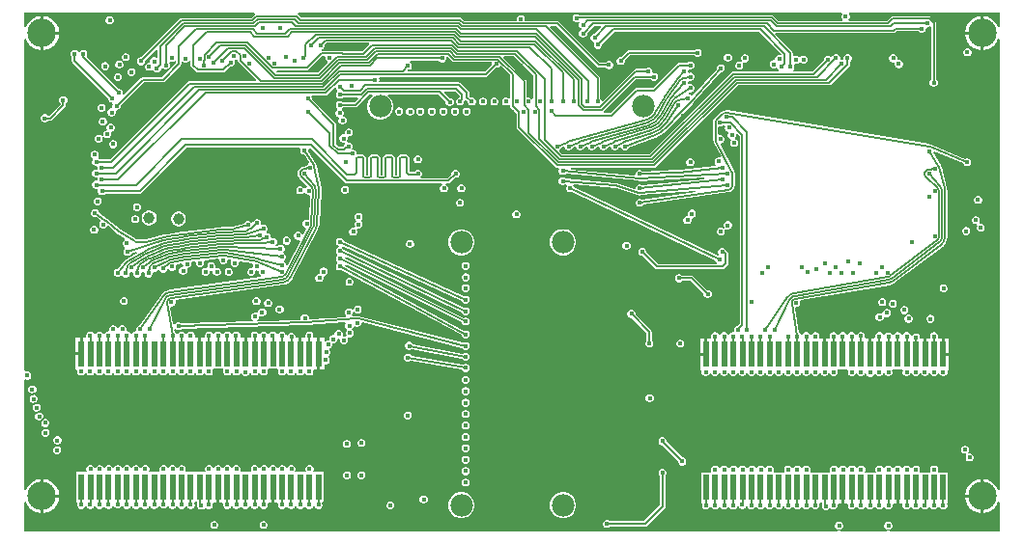
<source format=gbl>
G04*
G04 #@! TF.GenerationSoftware,Altium Limited,Altium Designer,21.8.1 (53)*
G04*
G04 Layer_Physical_Order=4*
G04 Layer_Color=16711680*
%FSLAX25Y25*%
%MOIN*%
G70*
G04*
G04 #@! TF.SameCoordinates,5DCC281E-C3AB-4BB6-AEF3-D9D34D3A5336*
G04*
G04*
G04 #@! TF.FilePolarity,Positive*
G04*
G01*
G75*
%ADD15C,0.00500*%
%ADD35R,0.02000X0.09000*%
%ADD62C,0.00800*%
%ADD64C,0.07800*%
%ADD65C,0.09843*%
%ADD66C,0.02362*%
%ADD67C,0.01575*%
%ADD68C,0.00500*%
%ADD69C,0.03937*%
G36*
X480471Y470642D02*
X480418Y470589D01*
X480206Y470077D01*
Y469523D01*
X480418Y469010D01*
X480600Y468829D01*
X480393Y468329D01*
X458461D01*
X456741Y470049D01*
X456460Y470237D01*
X456129Y470303D01*
X389776D01*
X389523Y470556D01*
X389315Y470642D01*
X389414Y471142D01*
X480264D01*
X480471Y470642D01*
D02*
G37*
G36*
X317256Y460266D02*
X314809Y457819D01*
X308352D01*
X308174Y457938D01*
X307842Y458004D01*
X300949D01*
X300850Y458504D01*
X301198Y458648D01*
X301589Y459040D01*
X301802Y459552D01*
Y459998D01*
X302571Y460767D01*
X317049D01*
X317256Y460266D01*
D02*
G37*
G36*
X345950Y454425D02*
X346232Y454237D01*
X346563Y454171D01*
X359343D01*
X359606Y453777D01*
Y453332D01*
X357044Y450770D01*
X330643D01*
X330398Y451270D01*
X330562Y451483D01*
X330856D01*
X331368Y451695D01*
X331761Y452087D01*
X331973Y452599D01*
Y453154D01*
X331761Y453666D01*
X331368Y454058D01*
X331235Y454113D01*
X331334Y454613D01*
X341310D01*
X341625Y454298D01*
X342138Y454086D01*
X342692D01*
X343204Y454298D01*
X343596Y454690D01*
X343809Y455203D01*
Y455757D01*
X343857Y455830D01*
X344490Y455885D01*
X345950Y454425D01*
D02*
G37*
G36*
X388153Y470642D02*
X387944Y470556D01*
X387552Y470163D01*
X387340Y469651D01*
Y469097D01*
X387552Y468585D01*
X387944Y468193D01*
X388457Y467980D01*
X389011D01*
X389523Y468193D01*
X389862Y467833D01*
X389819Y467790D01*
X389606Y467277D01*
Y466723D01*
X389819Y466211D01*
X390211Y465819D01*
X390326Y465771D01*
Y465229D01*
X390211Y465181D01*
X389819Y464789D01*
X389606Y464277D01*
Y463723D01*
X389819Y463210D01*
X390211Y462818D01*
X390723Y462606D01*
X391277D01*
X391790Y462818D01*
X392181Y463210D01*
X392394Y463723D01*
Y464168D01*
X394795Y466570D01*
X397116D01*
X397307Y466108D01*
X395168Y463969D01*
X394723D01*
X394211Y463756D01*
X393818Y463364D01*
X393606Y462852D01*
Y462298D01*
X393818Y461785D01*
X394211Y461393D01*
X394565Y461247D01*
X394740Y461099D01*
X394830Y460681D01*
X394723Y460423D01*
Y459869D01*
X394936Y459356D01*
X395328Y458964D01*
X395840Y458752D01*
X396394D01*
X396907Y458964D01*
X397299Y459356D01*
X397511Y459869D01*
Y460314D01*
X401767Y464570D01*
X451705D01*
X459312Y456962D01*
X459029Y456538D01*
X458943Y456574D01*
X458388D01*
X457876Y456362D01*
X457484Y455970D01*
X457272Y455458D01*
Y455259D01*
X457107Y454866D01*
X456810Y454798D01*
X456525D01*
X456012Y454585D01*
X455620Y454193D01*
X455408Y453681D01*
Y453127D01*
X455620Y452614D01*
X456012Y452222D01*
X456525Y452010D01*
X457079D01*
X457591Y452222D01*
X457606Y452237D01*
X457761Y452233D01*
X458163Y452087D01*
X458319Y451711D01*
X458662Y451367D01*
X458632Y451142D01*
X458509Y450867D01*
X442843D01*
X442512Y450801D01*
X442230Y450613D01*
X413947Y422329D01*
X383722D01*
X382697Y423354D01*
X382706Y423399D01*
X382865Y423894D01*
X383182Y424211D01*
X383353Y424624D01*
X384213Y424982D01*
X384648Y424622D01*
X384819Y424211D01*
X385210Y423818D01*
X385723Y423606D01*
X386277D01*
X386789Y423818D01*
X387181Y424211D01*
X387353Y424624D01*
X388213Y424982D01*
X388648Y424622D01*
X388819Y424211D01*
X389211Y423818D01*
X389723Y423606D01*
X390277D01*
X390790Y423818D01*
X391181Y424211D01*
X391353Y424624D01*
X392213Y424982D01*
X392648Y424622D01*
X392818Y424211D01*
X393211Y423818D01*
X393723Y423606D01*
X394277D01*
X394790Y423818D01*
X395181Y424211D01*
X395353Y424624D01*
X396213Y424982D01*
X396648Y424622D01*
X396818Y424211D01*
X397211Y423818D01*
X397723Y423606D01*
X398277D01*
X398790Y423818D01*
X399182Y424211D01*
X399353Y424624D01*
X400213Y424982D01*
X400648Y424622D01*
X400818Y424211D01*
X401210Y423818D01*
X401723Y423606D01*
X402277D01*
X402789Y423818D01*
X403182Y424211D01*
X403309Y424519D01*
X403853Y424725D01*
X404180Y424545D01*
X404319Y424211D01*
X404710Y423818D01*
X405223Y423606D01*
X405777D01*
X406289Y423818D01*
X406681Y424211D01*
X406833Y424577D01*
X415968Y428026D01*
X416024Y428061D01*
X417137Y428522D01*
X418680Y429467D01*
X420057Y430643D01*
X420295Y430922D01*
X420312Y430934D01*
X425010Y435958D01*
X425028Y435941D01*
X425035Y435951D01*
X425019Y435967D01*
X428661Y439724D01*
X428936Y440008D01*
X428953Y439992D01*
X428981Y440034D01*
X429267Y440374D01*
X429267Y440374D01*
X438416Y450606D01*
X438777D01*
X439290Y450818D01*
X439681Y451210D01*
X439894Y451723D01*
Y452277D01*
X439681Y452789D01*
X439290Y453182D01*
X438777Y453394D01*
X438223D01*
X437711Y453182D01*
X437319Y452789D01*
X437106Y452277D01*
Y451742D01*
X428868Y442529D01*
X428262Y442601D01*
X428000Y442863D01*
X427586Y443035D01*
X427479Y443362D01*
X427473Y443575D01*
X427697Y443743D01*
X427723Y443732D01*
X428277D01*
X428790Y443945D01*
X429181Y444337D01*
X429394Y444849D01*
Y445403D01*
X429181Y445915D01*
X428790Y446308D01*
X428277Y446520D01*
X427723D01*
X427639Y446485D01*
X427448Y446609D01*
X427212Y446849D01*
Y447316D01*
X427201Y447344D01*
X427584Y447727D01*
X427723Y447669D01*
X428277D01*
X428790Y447882D01*
X429181Y448274D01*
X429394Y448786D01*
Y449340D01*
X429181Y449853D01*
X428790Y450245D01*
X428277Y450457D01*
X427723D01*
X427639Y450422D01*
X427448Y450546D01*
X427212Y450786D01*
Y451253D01*
X427201Y451281D01*
X427584Y451664D01*
X427723Y451606D01*
X428277D01*
X428790Y451819D01*
X429181Y452211D01*
X429394Y452723D01*
Y453277D01*
X429181Y453790D01*
X428790Y454181D01*
X428277Y454394D01*
X427723D01*
X427211Y454181D01*
X426896Y453867D01*
X424000D01*
X423668Y453801D01*
X423387Y453613D01*
X415005Y445230D01*
X409494D01*
X409162Y445164D01*
X408881Y444977D01*
X400499Y436594D01*
X398314D01*
X398119Y437094D01*
X409159Y448133D01*
X414396D01*
X414711Y447819D01*
X415223Y447606D01*
X415777D01*
X416290Y447819D01*
X416681Y448210D01*
X416894Y448723D01*
Y449277D01*
X416681Y449789D01*
X416290Y450181D01*
X415777Y450394D01*
X415365D01*
X415129Y450525D01*
X414926Y450812D01*
Y451194D01*
X414713Y451706D01*
X414321Y452098D01*
X413809Y452310D01*
X413255D01*
X412742Y452098D01*
X412428Y451783D01*
X409302D01*
X408970Y451717D01*
X408689Y451529D01*
X397856Y440696D01*
X397346Y440893D01*
X397182Y441290D01*
X396867Y441604D01*
Y448500D01*
X396801Y448832D01*
X396613Y449113D01*
X379616Y466109D01*
X379808Y466571D01*
X381703D01*
X395731Y452544D01*
X396012Y452356D01*
X396343Y452290D01*
X398844D01*
X399159Y451975D01*
X399671Y451763D01*
X400225D01*
X400738Y451975D01*
X401130Y452367D01*
X401342Y452879D01*
Y453434D01*
X401130Y453946D01*
X400738Y454338D01*
X400225Y454550D01*
X399671D01*
X399159Y454338D01*
X398844Y454023D01*
X396703D01*
X382675Y468051D01*
X382394Y468239D01*
X382062Y468305D01*
X371170D01*
X370893Y468720D01*
X370894Y468723D01*
Y469277D01*
X370682Y469790D01*
X370289Y470182D01*
X369777Y470394D01*
X369223D01*
X368710Y470182D01*
X368319Y469790D01*
X368106Y469277D01*
Y468723D01*
X368107Y468720D01*
X367829Y468305D01*
X350078D01*
X349137Y469246D01*
X348855Y469434D01*
X348524Y469500D01*
X293726D01*
X292613Y470613D01*
X292569Y470642D01*
X292721Y471142D01*
X388053D01*
X388153Y470642D01*
D02*
G37*
G36*
X302106Y455877D02*
Y455323D01*
X302319Y454810D01*
X302711Y454419D01*
X302719Y454415D01*
X302816Y453925D01*
X299483Y450591D01*
X285350D01*
X285219Y450765D01*
X285468Y451265D01*
X295696D01*
X296027Y451331D01*
X296309Y451519D01*
X301060Y456271D01*
X301843D01*
X302106Y455877D01*
D02*
G37*
G36*
X534772Y466303D02*
X534272Y466204D01*
X533956Y466966D01*
X533308Y467936D01*
X532483Y468761D01*
X531513Y469409D01*
X530436Y469855D01*
X529292Y470083D01*
X529209D01*
Y464161D01*
Y458240D01*
X529292D01*
X530436Y458468D01*
X531513Y458914D01*
X532483Y459562D01*
X533308Y460387D01*
X533956Y461357D01*
X534272Y462119D01*
X534772Y462020D01*
Y306303D01*
X534272Y306204D01*
X533956Y306966D01*
X533308Y307936D01*
X532483Y308761D01*
X531513Y309409D01*
X530436Y309855D01*
X529292Y310083D01*
X529209D01*
Y304161D01*
Y298240D01*
X529292D01*
X530436Y298468D01*
X531513Y298914D01*
X532483Y299562D01*
X533308Y300387D01*
X533956Y301357D01*
X534272Y302119D01*
X534772Y302020D01*
Y292079D01*
X496699D01*
X496614Y292543D01*
X497126Y292756D01*
X497518Y293147D01*
X497730Y293660D01*
Y294214D01*
X497518Y294726D01*
X497126Y295118D01*
X496614Y295331D01*
X496059D01*
X495547Y295118D01*
X495155Y294726D01*
X494943Y294214D01*
Y293660D01*
X495155Y293147D01*
X495547Y292756D01*
X496059Y292543D01*
X495974Y292079D01*
X479699D01*
X479614Y292543D01*
X480126Y292756D01*
X480518Y293147D01*
X480730Y293660D01*
Y294214D01*
X480518Y294726D01*
X480126Y295118D01*
X479614Y295331D01*
X479059D01*
X478547Y295118D01*
X478155Y294726D01*
X477943Y294214D01*
Y293660D01*
X478155Y293147D01*
X478547Y292756D01*
X479059Y292543D01*
X478974Y292079D01*
X198228D01*
Y302020D01*
X198728Y302119D01*
X199044Y301357D01*
X199692Y300387D01*
X200517Y299562D01*
X201487Y298914D01*
X202564Y298468D01*
X203708Y298240D01*
X203791D01*
Y304161D01*
Y310083D01*
X203708D01*
X202564Y309855D01*
X201487Y309409D01*
X200517Y308761D01*
X199692Y307936D01*
X199044Y306966D01*
X198728Y306204D01*
X198228Y306303D01*
Y344180D01*
X198728Y344512D01*
X198935Y344426D01*
X199489D01*
X200002Y344638D01*
X200394Y345030D01*
X200606Y345543D01*
Y346097D01*
X200394Y346609D01*
X200002Y347001D01*
X199489Y347214D01*
X198935D01*
X198728Y347128D01*
X198228Y347460D01*
Y462020D01*
X198728Y462119D01*
X199044Y461357D01*
X199692Y460387D01*
X200517Y459562D01*
X201487Y458914D01*
X202564Y458468D01*
X203708Y458240D01*
X203791D01*
Y464161D01*
Y470083D01*
X203708D01*
X202564Y469855D01*
X201487Y469409D01*
X200517Y468761D01*
X199692Y467936D01*
X199044Y466966D01*
X198728Y466204D01*
X198228Y466303D01*
Y471142D01*
X277563D01*
X277715Y470642D01*
X277671Y470613D01*
X276425Y469367D01*
X252540D01*
X252208Y469301D01*
X251927Y469113D01*
X238645Y455831D01*
X238200D01*
X237688Y455619D01*
X237296Y455227D01*
X237083Y454714D01*
Y454160D01*
X237296Y453648D01*
X237688Y453256D01*
X238200Y453044D01*
X238754D01*
X239266Y453256D01*
X239659Y453648D01*
X239871Y454160D01*
Y454605D01*
X243847Y458581D01*
X244308Y458390D01*
Y455790D01*
X243823Y455568D01*
X243310Y455780D01*
X242756D01*
X242244Y455568D01*
X241852Y455176D01*
X241640Y454664D01*
Y454359D01*
X241590Y454086D01*
X241186Y453897D01*
X241001D01*
X240488Y453685D01*
X240096Y453293D01*
X239884Y452780D01*
Y452226D01*
X240096Y451714D01*
X240488Y451322D01*
X241001Y451109D01*
X241555D01*
X242067Y451322D01*
X242122Y451376D01*
X242712Y451259D01*
X242766Y451128D01*
X243158Y450736D01*
X243670Y450524D01*
X244225D01*
X244737Y450736D01*
X245129Y451128D01*
X245341Y451641D01*
Y451836D01*
X245787Y452217D01*
X245818Y452211D01*
X246211Y451819D01*
X246723Y451606D01*
X247277D01*
X247790Y451819D01*
X248182Y452211D01*
X248394Y452723D01*
Y453277D01*
X248182Y453790D01*
X248094Y453877D01*
X248377Y454301D01*
X248754Y454145D01*
X249308D01*
X249821Y454357D01*
X250133Y454670D01*
X250509Y454585D01*
X250633Y454516D01*
Y453859D01*
X245641Y448867D01*
X239000D01*
X238668Y448801D01*
X238387Y448613D01*
X232582Y442808D01*
X232158Y443091D01*
X232225Y443252D01*
Y443806D01*
X232013Y444319D01*
X231621Y444711D01*
X231108Y444923D01*
X230663D01*
X219529Y456058D01*
X219682Y456211D01*
X219894Y456723D01*
Y457277D01*
X219682Y457790D01*
X219289Y458181D01*
X218777Y458394D01*
X218223D01*
X217710Y458181D01*
X217319Y457790D01*
X217271Y457674D01*
X216729D01*
X216682Y457790D01*
X216289Y458181D01*
X215777Y458394D01*
X215223D01*
X214710Y458181D01*
X214318Y457790D01*
X214106Y457277D01*
Y456723D01*
X214318Y456211D01*
X214633Y455896D01*
Y454500D01*
X214699Y454168D01*
X214887Y453887D01*
X227106Y441668D01*
Y441223D01*
X227319Y440710D01*
X227711Y440318D01*
X228223Y440106D01*
X228450D01*
X228508Y440056D01*
X228743Y439606D01*
X228606Y439277D01*
Y438723D01*
X228641Y438640D01*
X228298Y438159D01*
X228040D01*
X227527Y437947D01*
X227135Y437555D01*
X226923Y437043D01*
Y436488D01*
X227135Y435976D01*
X227527Y435584D01*
X228040Y435372D01*
X228594D01*
X229106Y435584D01*
X229498Y435976D01*
X229711Y436488D01*
Y437043D01*
X229676Y437125D01*
X230018Y437606D01*
X230277D01*
X230789Y437818D01*
X231182Y438210D01*
X231394Y438723D01*
Y439168D01*
X239359Y447133D01*
X246000D01*
X246332Y447199D01*
X246613Y447387D01*
X252113Y452887D01*
X252301Y453168D01*
X252367Y453500D01*
Y454155D01*
X252867Y454362D01*
X253111Y454118D01*
X253623Y453906D01*
X254177D01*
X254690Y454118D01*
X255082Y454510D01*
X255133Y454636D01*
X255633Y454536D01*
Y453000D01*
X255699Y452668D01*
X255887Y452387D01*
X257387Y450887D01*
X257668Y450699D01*
X258000Y450633D01*
X266927D01*
X267258Y450699D01*
X267540Y450887D01*
X269253Y452601D01*
X269698D01*
X270211Y452813D01*
X270602Y453205D01*
X270815Y453717D01*
Y454272D01*
X270727Y454484D01*
X270897Y454961D01*
X271003Y455025D01*
X271362Y455174D01*
X271615Y455080D01*
X271863Y454935D01*
Y454764D01*
X271929Y454432D01*
X272116Y454151D01*
X278214Y448053D01*
X278023Y447591D01*
X255310D01*
X254978Y447525D01*
X254697Y447337D01*
X227858Y420498D01*
X224123D01*
X223808Y420813D01*
X223739Y420841D01*
X223659Y421241D01*
X223688Y421404D01*
X223883Y421874D01*
Y422428D01*
X223671Y422940D01*
X223279Y423332D01*
X222766Y423545D01*
X222212D01*
X221700Y423332D01*
X221308Y422940D01*
X221096Y422428D01*
Y421874D01*
X221308Y421361D01*
X221700Y420969D01*
X221769Y420941D01*
X221849Y420541D01*
X221820Y420378D01*
X221625Y419908D01*
Y419354D01*
X221837Y418842D01*
X222229Y418450D01*
X222742Y418237D01*
X223110D01*
X223399Y418048D01*
X223536Y417795D01*
Y417530D01*
X223418Y417313D01*
X223125Y417088D01*
X222742D01*
X222229Y416876D01*
X221837Y416483D01*
X221625Y415971D01*
Y415417D01*
X221837Y414905D01*
X222229Y414513D01*
X222742Y414300D01*
X223110D01*
X223399Y414111D01*
X223536Y413858D01*
Y413597D01*
X223409Y413372D01*
X223122Y413158D01*
X222734D01*
X222222Y412946D01*
X221830Y412554D01*
X221618Y412042D01*
Y411487D01*
X221830Y410975D01*
X222222Y410583D01*
X222734Y410371D01*
X223289D01*
X223316Y410382D01*
X223698Y409999D01*
X223606Y409777D01*
Y409223D01*
X223818Y408710D01*
X224211Y408319D01*
X224723Y408106D01*
X225277D01*
X225789Y408319D01*
X226104Y408633D01*
X238000D01*
X238332Y408699D01*
X238613Y408887D01*
X254319Y424593D01*
X293193D01*
X293505Y424093D01*
X293406Y423852D01*
Y423298D01*
X293618Y422785D01*
X294010Y422393D01*
X294522Y422181D01*
X294667D01*
X296400Y419493D01*
X296192Y418895D01*
X296010Y418819D01*
X295618Y418427D01*
X295560Y418288D01*
X294358Y418064D01*
X294275Y418031D01*
X293868Y417950D01*
X293078Y417422D01*
X292550Y416632D01*
X292365Y415701D01*
X292550Y414769D01*
X293072Y413989D01*
X293092Y414009D01*
X295674Y411402D01*
X295580Y410930D01*
X295187Y410538D01*
X295187Y410538D01*
X294646D01*
X294597Y410656D01*
X294205Y411048D01*
X293693Y411261D01*
X293139D01*
X292626Y411048D01*
X292234Y410656D01*
X292022Y410144D01*
Y409589D01*
X292234Y409077D01*
X292626Y408685D01*
X293139Y408473D01*
X293693D01*
X294205Y408685D01*
X294597Y409077D01*
X294597Y409077D01*
X295139D01*
X295187Y408959D01*
X295580Y408567D01*
X296092Y408355D01*
X296455D01*
X296933Y407974D01*
X296446Y399952D01*
X296022Y399687D01*
X295952Y399716D01*
X295398D01*
X294886Y399504D01*
X294494Y399112D01*
X294281Y398600D01*
Y398045D01*
X294494Y397533D01*
X294886Y397141D01*
X295192Y397014D01*
X295473Y396467D01*
X294531Y394641D01*
X293981Y394664D01*
X293876Y394915D01*
X293484Y395307D01*
X292972Y395519D01*
X292418D01*
X291905Y395307D01*
X291513Y394915D01*
X291301Y394403D01*
Y393848D01*
X291513Y393336D01*
X291905Y392944D01*
X292418Y392732D01*
X292972D01*
X292988Y392738D01*
X293348Y392346D01*
X289006Y383926D01*
X288918Y383917D01*
X288418Y384357D01*
X288206Y384869D01*
X287948Y385127D01*
X287883Y385479D01*
X287965Y385740D01*
X288247Y386021D01*
X288459Y386534D01*
Y387088D01*
X288247Y387600D01*
X287855Y387993D01*
X287726Y388046D01*
X287632Y388626D01*
X287819Y388814D01*
X288031Y389326D01*
Y389880D01*
X287819Y390393D01*
X287427Y390785D01*
X286915Y390997D01*
X286360D01*
X285848Y390785D01*
X285571Y390507D01*
X285091Y390524D01*
X284891Y391031D01*
X285108Y391248D01*
X285320Y391760D01*
Y392315D01*
X285108Y392827D01*
X284716Y393219D01*
X284204Y393431D01*
X283649D01*
X283270Y393815D01*
Y393871D01*
X283057Y394384D01*
X282665Y394776D01*
X282153Y394988D01*
X281805D01*
X281740Y395104D01*
X281651Y395488D01*
X281962Y395799D01*
X282174Y396311D01*
Y396865D01*
X281962Y397378D01*
X281570Y397770D01*
X281058Y397982D01*
X280503D01*
X280300Y397898D01*
X280051Y398097D01*
X279894Y398271D01*
Y398777D01*
X279681Y399289D01*
X279290Y399681D01*
X278777Y399894D01*
X278223D01*
X277711Y399681D01*
X277319Y399289D01*
X277106Y398777D01*
X276606Y398642D01*
X276539Y398664D01*
X276524Y398699D01*
X276132Y399091D01*
X275620Y399303D01*
X275065D01*
X274553Y399091D01*
X274161Y398699D01*
X274050Y398431D01*
X270138Y397272D01*
X270128Y397304D01*
X270104Y397293D01*
X269605Y397250D01*
X266498Y397146D01*
X266465Y397139D01*
X265621Y397072D01*
X265565Y397077D01*
X253034Y395624D01*
X252996Y395612D01*
X252551Y395577D01*
X252515Y395568D01*
X252518Y395552D01*
X247388Y394723D01*
X247370Y394736D01*
X247370Y394736D01*
X246403Y394504D01*
X246321Y394499D01*
X240075Y392873D01*
X240067Y392877D01*
X240060Y392903D01*
X240060Y392903D01*
X240033Y392892D01*
X239544Y392867D01*
X237497D01*
X237007Y392892D01*
X236956Y392913D01*
X236520Y393133D01*
X231362Y396185D01*
X231378Y396213D01*
X231363Y396219D01*
X231345Y396197D01*
X226922Y399843D01*
X226880Y399866D01*
X226849Y399886D01*
X226806Y399933D01*
X223990Y401980D01*
Y402199D01*
X223777Y402711D01*
X223385Y403103D01*
X222873Y403315D01*
X222319D01*
X221806Y403103D01*
X221414Y402711D01*
X221202Y402199D01*
Y401645D01*
X221414Y401132D01*
X221806Y400740D01*
X222319Y400528D01*
X222873D01*
X222979Y400572D01*
X224359Y399569D01*
X224373Y398940D01*
X224211Y398778D01*
X223999Y398265D01*
Y397711D01*
X224211Y397199D01*
X224603Y396807D01*
X225115Y396594D01*
X225670D01*
X226182Y396807D01*
X226574Y397199D01*
X226625Y397321D01*
X227110Y397442D01*
X230242Y394860D01*
X230309Y394824D01*
X230406Y394759D01*
X230479Y394693D01*
X232860Y393285D01*
X232821Y392727D01*
X232711Y392682D01*
X232318Y392289D01*
X232106Y391777D01*
Y391223D01*
X232318Y390710D01*
X232711Y390318D01*
X232899Y390240D01*
X232948Y390024D01*
X232945Y389680D01*
X232618Y389353D01*
X232406Y388841D01*
Y388286D01*
X232618Y387774D01*
X233010Y387382D01*
X233522Y387170D01*
X234077D01*
X234589Y387382D01*
X234981Y387774D01*
X235104Y388070D01*
X236871Y388633D01*
X237075Y388177D01*
X236830Y388033D01*
X236827Y388031D01*
X236392Y387803D01*
X236392Y387803D01*
X235983Y387533D01*
X233478Y386056D01*
X233474Y386063D01*
X232791Y385540D01*
X232641Y385344D01*
X232596Y385307D01*
X230451Y382742D01*
X230138D01*
X229626Y382530D01*
X229234Y382138D01*
X229022Y381626D01*
Y381071D01*
X229234Y380559D01*
X229626Y380167D01*
X230138Y379955D01*
X230693D01*
X231205Y380167D01*
X231470Y380432D01*
X231967Y380397D01*
X232039Y380365D01*
X232431Y379973D01*
X232944Y379761D01*
X233498D01*
X234010Y379973D01*
X234402Y380365D01*
X234614Y380877D01*
Y381320D01*
X234806Y381568D01*
X235032Y381730D01*
X235347D01*
X235607Y381544D01*
X235764Y381305D01*
Y380877D01*
X235976Y380365D01*
X236368Y379973D01*
X236881Y379761D01*
X237435D01*
X237947Y379973D01*
X238339Y380365D01*
X238551Y380877D01*
Y381320D01*
X238743Y381568D01*
X238969Y381730D01*
X239282D01*
X239545Y381541D01*
X239699Y381304D01*
Y380875D01*
X239911Y380363D01*
X240303Y379971D01*
X240815Y379759D01*
X241370D01*
X241882Y379971D01*
X242274Y380363D01*
X242486Y380875D01*
Y381317D01*
X242678Y381566D01*
X242904Y381728D01*
X243356D01*
X243869Y381940D01*
X244261Y382332D01*
X244298Y382421D01*
X244819Y382374D01*
X244972Y382006D01*
X245364Y381614D01*
X245876Y381402D01*
X246430D01*
X246943Y381614D01*
X247335Y382006D01*
X247541Y382504D01*
X247819Y382609D01*
X247848Y382618D01*
X248047Y382638D01*
X248404Y382281D01*
X248916Y382069D01*
X249471D01*
X249983Y382281D01*
X250375Y382673D01*
X250587Y383185D01*
Y383740D01*
X250540Y383853D01*
X250851Y384410D01*
X252487Y384675D01*
X252944Y384242D01*
Y384017D01*
X252996Y383894D01*
X252723Y383394D01*
X252210Y383182D01*
X251818Y382789D01*
X251606Y382277D01*
Y381723D01*
X251818Y381210D01*
X252210Y380819D01*
X252723Y380606D01*
X253277D01*
X253789Y380819D01*
X254182Y381210D01*
X254394Y381723D01*
Y382277D01*
X254343Y382401D01*
X254615Y382901D01*
X255128Y383113D01*
X255520Y383505D01*
X255732Y384017D01*
Y384572D01*
X255710Y384626D01*
X256027Y385166D01*
X257040Y385283D01*
X257398Y384821D01*
Y384384D01*
X257610Y383872D01*
X258002Y383480D01*
X258514Y383268D01*
X259069D01*
X259581Y383480D01*
X259973Y383872D01*
X260185Y384384D01*
Y384939D01*
X260104Y385135D01*
X260404Y385673D01*
X265062Y386213D01*
X265485Y385759D01*
Y385471D01*
X265697Y384959D01*
X266089Y384567D01*
X266601Y384355D01*
X267156D01*
X267668Y384567D01*
X268060Y384959D01*
X268272Y385471D01*
Y385669D01*
X268745Y386091D01*
X269420Y385969D01*
X269608Y385456D01*
X269600Y385428D01*
X269398Y384939D01*
Y384384D01*
X269610Y383872D01*
X270002Y383480D01*
X270514Y383268D01*
X271069D01*
X271581Y383480D01*
X271973Y383872D01*
X272185Y384384D01*
Y384939D01*
X272176Y384960D01*
X272534Y385403D01*
X276856Y384618D01*
X277164Y384054D01*
X277106Y383915D01*
Y383436D01*
X276925Y383213D01*
X276701Y383032D01*
X276223D01*
X275711Y382819D01*
X275319Y382427D01*
X275106Y381915D01*
Y381361D01*
X275319Y380848D01*
X275711Y380456D01*
X276223Y380244D01*
X276777D01*
X277290Y380456D01*
X277681Y380848D01*
X277894Y381361D01*
Y381839D01*
X278075Y382063D01*
X278299Y382244D01*
X278638D01*
X278917Y382018D01*
X279043Y381813D01*
Y381361D01*
X279256Y380848D01*
X279647Y380456D01*
X279904Y380350D01*
X279837Y379836D01*
X248369Y375502D01*
X248291Y375475D01*
X247825Y375414D01*
X246757Y374972D01*
X245841Y374269D01*
X245383Y373672D01*
X245333Y373623D01*
X238205Y363185D01*
X238026D01*
X237513Y362972D01*
X237121Y362580D01*
X236909Y362068D01*
Y361514D01*
X236913Y361504D01*
X236579Y361004D01*
X236442D01*
X235930Y360792D01*
X235538Y360400D01*
X235415Y360104D01*
X234874D01*
X234752Y360400D01*
X234360Y360792D01*
X233847Y361004D01*
X233727D01*
X233393Y361504D01*
X233397Y361514D01*
Y362068D01*
X233185Y362580D01*
X232793Y362972D01*
X232281Y363185D01*
X231726D01*
X231214Y362972D01*
X230822Y362580D01*
X230699Y362284D01*
X230158D01*
X230036Y362580D01*
X229644Y362972D01*
X229131Y363185D01*
X228577D01*
X228065Y362972D01*
X227673Y362580D01*
X227460Y362068D01*
Y361514D01*
X227464Y361504D01*
X227130Y361004D01*
X226994D01*
X226481Y360792D01*
X226089Y360400D01*
X225967Y360104D01*
X225425D01*
X225303Y360400D01*
X224911Y360792D01*
X224398Y361004D01*
X223844D01*
X223332Y360792D01*
X222940Y360400D01*
X222817Y360104D01*
X222276D01*
X222153Y360400D01*
X221761Y360792D01*
X221249Y361004D01*
X220694D01*
X220182Y360792D01*
X219790Y360400D01*
X219578Y359887D01*
Y359333D01*
X219584Y359317D01*
X219307Y358902D01*
X218347D01*
Y353402D01*
X217846D01*
Y352902D01*
X215846D01*
Y347902D01*
X216157D01*
X216435Y347486D01*
X216428Y347470D01*
Y346916D01*
X216640Y346403D01*
X217033Y346011D01*
X217545Y345799D01*
X218099D01*
X218612Y346011D01*
X219004Y346403D01*
X219126Y346700D01*
X219667D01*
X219790Y346403D01*
X220182Y346011D01*
X220694Y345799D01*
X221249D01*
X221761Y346011D01*
X222153Y346403D01*
X222276Y346700D01*
X222817D01*
X222940Y346403D01*
X223332Y346011D01*
X223844Y345799D01*
X224398D01*
X224911Y346011D01*
X225303Y346403D01*
X225425Y346700D01*
X225967D01*
X226089Y346403D01*
X226481Y346011D01*
X226994Y345799D01*
X227548D01*
X228060Y346011D01*
X228452Y346403D01*
X228575Y346700D01*
X229116D01*
X229239Y346403D01*
X229631Y346011D01*
X230143Y345799D01*
X230698D01*
X231210Y346011D01*
X231602Y346403D01*
X231725Y346700D01*
X232266D01*
X232388Y346403D01*
X232781Y346011D01*
X233293Y345799D01*
X233847D01*
X234360Y346011D01*
X234752Y346403D01*
X234874Y346700D01*
X235415D01*
X235538Y346403D01*
X235930Y346011D01*
X236442Y345799D01*
X236997D01*
X237509Y346011D01*
X237901Y346403D01*
X238024Y346700D01*
X238565D01*
X238688Y346403D01*
X239080Y346011D01*
X239592Y345799D01*
X240146D01*
X240659Y346011D01*
X241051Y346403D01*
X241173Y346700D01*
X241715D01*
X241837Y346403D01*
X242229Y346011D01*
X242742Y345799D01*
X243296D01*
X243808Y346011D01*
X244200Y346403D01*
X244323Y346700D01*
X244864D01*
X244987Y346403D01*
X245379Y346011D01*
X245891Y345799D01*
X246446D01*
X246958Y346011D01*
X247350Y346403D01*
X247473Y346700D01*
X248014D01*
X248136Y346403D01*
X248529Y346011D01*
X249041Y345799D01*
X249595D01*
X250108Y346011D01*
X250500Y346403D01*
X250622Y346700D01*
X251163D01*
X251286Y346403D01*
X251678Y346011D01*
X252190Y345799D01*
X252745D01*
X253257Y346011D01*
X253649Y346403D01*
X253772Y346700D01*
X254313D01*
X254436Y346403D01*
X254828Y346011D01*
X255340Y345799D01*
X255894D01*
X256407Y346011D01*
X256799Y346403D01*
X256921Y346700D01*
X257463D01*
X257585Y346403D01*
X257977Y346011D01*
X258490Y345799D01*
X259044D01*
X259556Y346011D01*
X259948Y346403D01*
X260071Y346700D01*
X260612D01*
X260735Y346403D01*
X261127Y346011D01*
X261639Y345799D01*
X262194D01*
X262706Y346011D01*
X263098Y346403D01*
X263310Y346916D01*
Y347470D01*
X263173Y347802D01*
X263432Y348302D01*
X266700D01*
X266959Y347802D01*
X266822Y347470D01*
Y346916D01*
X267034Y346403D01*
X267426Y346011D01*
X267938Y345799D01*
X268493D01*
X269005Y346011D01*
X269397Y346403D01*
X269520Y346700D01*
X270061D01*
X270184Y346403D01*
X270576Y346011D01*
X271088Y345799D01*
X271642D01*
X272155Y346011D01*
X272547Y346403D01*
X272662Y346682D01*
X272877Y346698D01*
X273183Y346632D01*
X273360Y346205D01*
X273752Y345813D01*
X274264Y345601D01*
X274818D01*
X275331Y345813D01*
X275723Y346205D01*
X275873Y346569D01*
X276397Y346611D01*
X276483Y346403D01*
X276875Y346011D01*
X277387Y345799D01*
X277942D01*
X278454Y346011D01*
X278846Y346403D01*
X278969Y346700D01*
X279510D01*
X279632Y346403D01*
X280025Y346011D01*
X280537Y345799D01*
X281091D01*
X281604Y346011D01*
X281996Y346403D01*
X282208Y346916D01*
Y347470D01*
X282070Y347802D01*
X282330Y348302D01*
X285598D01*
X285857Y347802D01*
X285720Y347470D01*
Y346916D01*
X285932Y346403D01*
X286324Y346011D01*
X286836Y345799D01*
X287391D01*
X287903Y346011D01*
X288295Y346403D01*
X288418Y346700D01*
X288959D01*
X289082Y346403D01*
X289474Y346011D01*
X289986Y345799D01*
X290540D01*
X291053Y346011D01*
X291444Y346403D01*
X291567Y346700D01*
X292108D01*
X292231Y346403D01*
X292623Y346011D01*
X293135Y345799D01*
X293690D01*
X294202Y346011D01*
X294594Y346403D01*
X294717Y346700D01*
X295258D01*
X295381Y346403D01*
X295773Y346011D01*
X296285Y345799D01*
X296839D01*
X297352Y346011D01*
X297744Y346403D01*
X297956Y346916D01*
Y347470D01*
X297949Y347486D01*
X298227Y347902D01*
X299236D01*
Y353402D01*
Y358902D01*
X298227D01*
X297949Y359317D01*
X297956Y359333D01*
Y359887D01*
X297744Y360400D01*
X297352Y360792D01*
X296839Y361004D01*
X296285D01*
X295773Y360792D01*
X295381Y360400D01*
X295168Y359887D01*
Y359333D01*
X295175Y359317D01*
X294897Y358902D01*
X293937D01*
Y353402D01*
X292937D01*
Y358902D01*
X291734D01*
X291706Y358943D01*
Y359498D01*
X291494Y360010D01*
X291102Y360402D01*
X290589Y360614D01*
X290035D01*
X289523Y360402D01*
X289130Y360010D01*
X289007Y359712D01*
X288507Y359811D01*
Y359887D01*
X288295Y360400D01*
X287903Y360792D01*
X287391Y361004D01*
X286836D01*
X286324Y360792D01*
X285932Y360400D01*
X285809Y360104D01*
X285268D01*
X285145Y360400D01*
X284753Y360792D01*
X284241Y361004D01*
X283687D01*
X283174Y360792D01*
X282782Y360400D01*
X282667Y360121D01*
X282126D01*
X282020Y360375D01*
X281628Y360767D01*
X281116Y360979D01*
X280562D01*
X280049Y360767D01*
X279658Y360375D01*
X279577Y360180D01*
X279036D01*
X278946Y360398D01*
X278554Y360790D01*
X278041Y361002D01*
X277487D01*
X276975Y360790D01*
X276583Y360398D01*
X276371Y359885D01*
Y359332D01*
X276371Y359331D01*
X276007Y358902D01*
X275039D01*
Y353402D01*
X274039D01*
Y358902D01*
X273026D01*
X272685Y359384D01*
Y359939D01*
X272473Y360451D01*
X272081Y360843D01*
X271569Y361055D01*
X271014D01*
X270502Y360843D01*
X270110Y360451D01*
X270013Y360218D01*
X269472D01*
X269397Y360400D01*
X269005Y360792D01*
X268493Y361004D01*
X267938D01*
X267426Y360792D01*
X267034Y360400D01*
X266911Y360104D01*
X266370D01*
X266248Y360400D01*
X265856Y360792D01*
X265343Y361004D01*
X264789D01*
X264277Y360792D01*
X263884Y360400D01*
X263762Y360104D01*
X263221D01*
X263098Y360400D01*
X262706Y360792D01*
X262194Y361004D01*
X261639D01*
X261127Y360792D01*
X260735Y360400D01*
X260523Y359887D01*
Y359333D01*
X260529Y359317D01*
X260251Y358902D01*
X259291D01*
Y353402D01*
X258291D01*
Y358902D01*
X257282D01*
X257004Y359317D01*
X257011Y359333D01*
Y359887D01*
X256799Y360400D01*
X256407Y360792D01*
X255894Y361004D01*
X255340D01*
X254828Y360792D01*
X254436Y360400D01*
X254313Y360104D01*
X253772D01*
X253649Y360400D01*
X253257Y360792D01*
X252745Y361004D01*
X252190D01*
X251678Y360792D01*
X251286Y360400D01*
X251163Y360104D01*
X250622D01*
X250500Y360400D01*
X250108Y360792D01*
X249993Y360839D01*
X249853Y361688D01*
X250320Y361928D01*
X250540Y361708D01*
X251053Y361496D01*
X251607D01*
X252119Y361708D01*
X252466Y362054D01*
X294723Y363232D01*
X295096Y363243D01*
X295099Y363241D01*
X295100Y363227D01*
X295215Y363249D01*
X295589Y363279D01*
X308950Y364349D01*
X309174Y363865D01*
X309142Y363833D01*
X308929Y363321D01*
Y362766D01*
X309142Y362254D01*
X309401Y361995D01*
X309532Y361854D01*
X309425Y361366D01*
X309323Y361265D01*
X309111Y360752D01*
Y360198D01*
X309312Y359713D01*
X309264Y359615D01*
X309001Y359301D01*
X308777Y359394D01*
X308410D01*
X308091Y359766D01*
X308060Y359856D01*
X308081Y359907D01*
Y360462D01*
X307869Y360974D01*
X307477Y361366D01*
X306965Y361578D01*
X306410D01*
X305898Y361366D01*
X305506Y360974D01*
X305294Y360462D01*
Y360271D01*
X305114Y359871D01*
X304832Y359815D01*
X304534D01*
X304022Y359603D01*
X303629Y359211D01*
X303417Y358699D01*
Y358356D01*
X303340Y358100D01*
X302980Y357894D01*
X302723D01*
X302210Y357681D01*
X301736Y357914D01*
Y358902D01*
X300236D01*
Y353402D01*
Y347902D01*
X301736D01*
Y349562D01*
X301968Y349717D01*
X302523D01*
X303035Y349929D01*
X303427Y350321D01*
X303639Y350834D01*
Y351388D01*
X303427Y351900D01*
X303263Y352064D01*
X303220Y352553D01*
X303306Y352675D01*
X303609Y352978D01*
X303821Y353490D01*
Y354044D01*
X303609Y354557D01*
X303506Y354660D01*
X303623Y355250D01*
X303789Y355318D01*
X304182Y355711D01*
X304394Y356223D01*
Y356566D01*
X304471Y356822D01*
X304831Y357028D01*
X305088D01*
X305601Y357240D01*
X305993Y357632D01*
X306205Y358144D01*
Y358335D01*
X306342Y358639D01*
X306846Y358711D01*
X307096Y358419D01*
X307128Y358329D01*
X307106Y358277D01*
Y357723D01*
X307318Y357210D01*
X307711Y356819D01*
X308223Y356606D01*
X308777D01*
X309290Y356819D01*
X309682Y357210D01*
X309894Y357723D01*
Y358277D01*
X309693Y358762D01*
X309741Y358860D01*
X310004Y359174D01*
X310228Y359082D01*
X310782D01*
X311294Y359294D01*
X311686Y359686D01*
X311899Y360198D01*
Y360752D01*
X311686Y361265D01*
X311427Y361524D01*
X311296Y361665D01*
X311403Y362153D01*
X311505Y362254D01*
X311670Y362652D01*
X312055Y362802D01*
X312210Y362819D01*
X312723Y362606D01*
X313277D01*
X313790Y362819D01*
X314181Y363211D01*
X314394Y363723D01*
Y363820D01*
X314894Y364208D01*
X349227Y355431D01*
X349319Y355210D01*
X349710Y354819D01*
X350223Y354606D01*
X350777D01*
X351290Y354819D01*
X351681Y355210D01*
X351894Y355723D01*
Y356277D01*
X351681Y356789D01*
X351290Y357182D01*
X350777Y357394D01*
X350223D01*
X349710Y357182D01*
X349643Y357114D01*
X313595Y366329D01*
X313503Y366334D01*
X313000Y366434D01*
X312809Y366396D01*
X312808Y366396D01*
X311509Y366292D01*
X311286Y366776D01*
X311370Y366860D01*
X311582Y367372D01*
Y367675D01*
X312004Y367791D01*
X312082Y367794D01*
X312460Y367417D01*
X312972Y367204D01*
X313526D01*
X314039Y367417D01*
X314431Y367809D01*
X314643Y368321D01*
Y368876D01*
X314431Y369388D01*
X314039Y369780D01*
X313526Y369992D01*
X312972D01*
X312460Y369780D01*
X312068Y369388D01*
X311855Y368876D01*
Y368573D01*
X311433Y368457D01*
X311355Y368453D01*
X310978Y368831D01*
X310466Y369043D01*
X309911D01*
X309399Y368831D01*
X309007Y368439D01*
X308795Y367927D01*
Y367372D01*
X309007Y366860D01*
X309253Y366614D01*
X309084Y366098D01*
X296814Y365116D01*
X296418Y365586D01*
Y365923D01*
X296206Y366435D01*
X295814Y366827D01*
X295302Y367040D01*
X294748D01*
X294235Y366827D01*
X293843Y366435D01*
X293631Y365923D01*
Y365369D01*
X293640Y365348D01*
X293368Y364929D01*
X278621Y364517D01*
X278515Y365015D01*
X278596Y365049D01*
X278988Y365441D01*
X279201Y365953D01*
Y366105D01*
X279234Y366146D01*
X279700Y366398D01*
X280014Y366268D01*
X280569D01*
X281081Y366480D01*
X281473Y366872D01*
X281685Y367384D01*
Y367939D01*
X281473Y368451D01*
X281081Y368843D01*
X280569Y369055D01*
X280014D01*
X279502Y368843D01*
X279110Y368451D01*
X278898Y367939D01*
Y367787D01*
X278865Y367746D01*
X278398Y367494D01*
X278084Y367624D01*
X277530D01*
X277017Y367411D01*
X276625Y367020D01*
X276413Y366507D01*
Y365953D01*
X276625Y365441D01*
X277017Y365049D01*
X277188Y364978D01*
X277096Y364475D01*
X252404Y363786D01*
X252119Y364071D01*
X251607Y364283D01*
X251053D01*
X250540Y364071D01*
X250148Y363679D01*
X250064Y363476D01*
X249548Y363535D01*
X248597Y369285D01*
X249027Y369746D01*
X249247D01*
X249759Y369958D01*
X250151Y370350D01*
X250364Y370862D01*
Y371417D01*
X250329Y371499D01*
X250644Y372047D01*
X287601Y377137D01*
X287679Y377164D01*
X288145Y377225D01*
X289213Y377668D01*
X290129Y378371D01*
X290832Y379287D01*
X290912Y379481D01*
X290916Y379485D01*
X299587Y396300D01*
X299590Y396308D01*
X299950Y397177D01*
X300060Y398018D01*
X300071Y398060D01*
X300765Y409477D01*
X300762Y409500D01*
X300794Y409749D01*
X300684Y410584D01*
X300684Y410630D01*
X299155Y418119D01*
X299123Y418195D01*
X299048Y418569D01*
X298848Y418869D01*
X298819Y418941D01*
X296121Y423124D01*
X296193Y423298D01*
Y423852D01*
X296162Y423927D01*
X296446Y424393D01*
X296846Y424428D01*
X308757Y412517D01*
X309038Y412330D01*
X309370Y412264D01*
X342309D01*
X342409Y411764D01*
X342211Y411682D01*
X341818Y411290D01*
X341606Y410777D01*
Y410223D01*
X341818Y409711D01*
X342211Y409318D01*
X342723Y409106D01*
X343277D01*
X343790Y409318D01*
X344181Y409711D01*
X344394Y410223D01*
Y410777D01*
X344181Y411290D01*
X343790Y411682D01*
X343591Y411764D01*
X343690Y412264D01*
X344630D01*
X344962Y412330D01*
X345243Y412518D01*
X346832Y414106D01*
X347277D01*
X347790Y414319D01*
X348182Y414711D01*
X348394Y415223D01*
Y415777D01*
X348182Y416290D01*
X347790Y416681D01*
X347277Y416894D01*
X346723D01*
X346211Y416681D01*
X345818Y416290D01*
X345606Y415777D01*
Y415332D01*
X344271Y413997D01*
X335175D01*
X334968Y414497D01*
X335181Y414711D01*
X335394Y415223D01*
Y415777D01*
X335181Y416290D01*
X334789Y416681D01*
X334277Y416894D01*
X333723D01*
X333210Y416681D01*
X332819Y416290D01*
X332798Y416240D01*
X331117D01*
Y420873D01*
X331051Y421205D01*
X330863Y421486D01*
X330363Y421986D01*
X330082Y422174D01*
X329750Y422240D01*
X328250D01*
X327918Y422174D01*
X327637Y421986D01*
X327137Y421486D01*
X326949Y421205D01*
X326883Y420873D01*
Y414997D01*
X326117D01*
Y420873D01*
X326051Y421205D01*
X325863Y421486D01*
X325363Y421986D01*
X325082Y422174D01*
X324750Y422240D01*
X323250D01*
X322918Y422174D01*
X322637Y421986D01*
X322137Y421486D01*
X321949Y421205D01*
X321883Y420873D01*
Y414997D01*
X321117D01*
Y420873D01*
X321051Y421205D01*
X320863Y421486D01*
X320363Y421986D01*
X320082Y422174D01*
X319750Y422240D01*
X318250D01*
X317918Y422174D01*
X317637Y421986D01*
X317137Y421486D01*
X316949Y421205D01*
X316883Y420873D01*
Y414997D01*
X316117D01*
Y420873D01*
X316051Y421205D01*
X315863Y421486D01*
X315363Y421986D01*
X315082Y422174D01*
X314750Y422240D01*
X313250D01*
X312894Y422679D01*
Y422777D01*
X312682Y423289D01*
X312290Y423681D01*
X311777Y423894D01*
X311550D01*
X311492Y423944D01*
X311257Y424394D01*
X311394Y424723D01*
Y425277D01*
X311181Y425789D01*
X310789Y426182D01*
X310277Y426394D01*
X309723D01*
X309688Y426379D01*
X309405Y426803D01*
X309549Y426947D01*
X309761Y427460D01*
Y427991D01*
X309770Y428025D01*
X310120Y428453D01*
X310440D01*
X310953Y428666D01*
X311345Y429058D01*
X311557Y429570D01*
Y430124D01*
X311345Y430637D01*
X310953Y431029D01*
X310440Y431241D01*
X309886D01*
X309374Y431029D01*
X308982Y430637D01*
X308770Y430124D01*
Y429593D01*
X308760Y429559D01*
X308410Y429131D01*
X308090D01*
X307578Y428919D01*
X307186Y428526D01*
X306974Y428014D01*
Y427460D01*
X307186Y426947D01*
X307578Y426555D01*
X308090Y426343D01*
X308645D01*
X308680Y426358D01*
X308963Y425934D01*
X308819Y425789D01*
X308645Y425371D01*
X308104Y424829D01*
X306722D01*
X305783Y425769D01*
Y432584D01*
X305716Y432916D01*
X305529Y433197D01*
X297394Y441332D01*
Y441777D01*
X297246Y442133D01*
X297491Y442633D01*
X302102D01*
X302434Y442699D01*
X302715Y442887D01*
X305244Y445416D01*
X305744Y445212D01*
X305957Y444700D01*
X306109Y444547D01*
X306274Y444179D01*
X306109Y443894D01*
X305919Y443704D01*
X305707Y443192D01*
Y442638D01*
X305919Y442125D01*
X306311Y441733D01*
X306824Y441521D01*
X307378D01*
X307890Y441733D01*
X308205Y442048D01*
X313257D01*
X313448Y441586D01*
X312079Y440217D01*
X308188D01*
X307873Y440532D01*
X307360Y440744D01*
X306806D01*
X306294Y440532D01*
X305902Y440140D01*
X305689Y439628D01*
Y439073D01*
X305902Y438561D01*
X306231Y438231D01*
X306236Y437828D01*
X306210Y437681D01*
X305819Y437289D01*
X305606Y436777D01*
Y436223D01*
X305819Y435710D01*
X306210Y435319D01*
X306515Y435193D01*
X306731Y434906D01*
X306743Y434606D01*
X306606Y434277D01*
Y433723D01*
X306819Y433211D01*
X307210Y432819D01*
X307723Y432606D01*
X308277D01*
X308789Y432819D01*
X309181Y433211D01*
X309394Y433723D01*
Y434277D01*
X309181Y434790D01*
X308789Y435182D01*
X308486Y435307D01*
X308269Y435594D01*
X308257Y435894D01*
X308394Y436223D01*
Y436777D01*
X308182Y437289D01*
X307852Y437619D01*
X307848Y438022D01*
X307873Y438169D01*
X308188Y438484D01*
X312438D01*
X312770Y438550D01*
X313051Y438738D01*
X317272Y442959D01*
X318237D01*
X318367Y442476D01*
X318237Y442401D01*
X317399Y441563D01*
X316807Y440537D01*
X316500Y439392D01*
Y438208D01*
X316807Y437063D01*
X317399Y436037D01*
X318237Y435199D01*
X319263Y434607D01*
X320408Y434300D01*
X321592D01*
X322737Y434607D01*
X323763Y435199D01*
X324601Y436037D01*
X325193Y437063D01*
X325500Y438208D01*
Y439392D01*
X325193Y440537D01*
X324601Y441563D01*
X323763Y442401D01*
X323633Y442476D01*
X323763Y442959D01*
X341205D01*
X343628Y440536D01*
Y440091D01*
X343840Y439579D01*
X344232Y439186D01*
X344744Y438974D01*
X345299D01*
X345811Y439186D01*
X346203Y439579D01*
X346415Y440091D01*
Y440645D01*
X346203Y441157D01*
X345811Y441550D01*
X345299Y441762D01*
X344853D01*
X343118Y443497D01*
X343310Y443959D01*
X346916D01*
X348423Y442452D01*
Y441894D01*
X348223D01*
X347710Y441681D01*
X347319Y441290D01*
X347106Y440777D01*
Y440223D01*
X347319Y439711D01*
X347710Y439319D01*
X348223Y439106D01*
X348777D01*
X349289Y439319D01*
X349681Y439711D01*
X349894Y440223D01*
Y440668D01*
X349902Y440677D01*
X350058Y440909D01*
X350163Y440971D01*
X350619Y441055D01*
X351195Y440480D01*
Y440248D01*
X351407Y439736D01*
X351799Y439343D01*
X352311Y439131D01*
X352866D01*
X353378Y439343D01*
X353770Y439736D01*
X353982Y440248D01*
Y440802D01*
X353770Y441314D01*
X353378Y441706D01*
X352866Y441919D01*
X352311D01*
X352238Y441888D01*
X351767Y442359D01*
Y443500D01*
X351701Y443832D01*
X351513Y444113D01*
X348724Y446902D01*
X348443Y447090D01*
X348111Y447156D01*
X320932D01*
X320598Y447656D01*
X320658Y447800D01*
Y448355D01*
X320583Y448536D01*
X320917Y449036D01*
X357403D01*
X357735Y449102D01*
X358016Y449290D01*
X360832Y452106D01*
X361277D01*
X361789Y452318D01*
X362106Y452635D01*
X362600Y452794D01*
X362646Y452803D01*
X365884Y449564D01*
Y441707D01*
X365384Y441500D01*
X365178Y441706D01*
X364666Y441919D01*
X364111D01*
X363599Y441706D01*
X363207Y441314D01*
X362995Y440802D01*
Y440248D01*
X363207Y439736D01*
X363599Y439343D01*
X364111Y439131D01*
X364666D01*
X365178Y439343D01*
X365384Y439550D01*
X365884Y439343D01*
Y439010D01*
X365950Y438678D01*
X366138Y438397D01*
X368108Y436428D01*
Y431609D01*
X368174Y431277D01*
X368361Y430996D01*
X381508Y417850D01*
X381789Y417662D01*
X382121Y417596D01*
X382472D01*
X382738Y417096D01*
X382606Y416777D01*
Y416223D01*
X382819Y415710D01*
X383210Y415318D01*
X383723Y415106D01*
X384277D01*
X384789Y415318D01*
X385004Y415533D01*
X410134Y413120D01*
X410276Y413106D01*
X410303Y413105D01*
X410500Y413066D01*
X410618Y413089D01*
X410617Y413098D01*
X410619Y413099D01*
X432784Y414220D01*
X432823Y413721D01*
X411495Y411476D01*
X411290Y411682D01*
X410777Y411894D01*
X410223D01*
X409711Y411682D01*
X409318Y411290D01*
X409106Y410777D01*
Y410655D01*
X408703Y410359D01*
X402557Y412282D01*
X402491Y412289D01*
X402209Y412345D01*
X402155Y412360D01*
X385189Y413771D01*
X385181Y413790D01*
X384789Y414182D01*
X384277Y414394D01*
X383723D01*
X383210Y414182D01*
X382819Y413790D01*
X382606Y413277D01*
Y412723D01*
X382819Y412211D01*
X383210Y411819D01*
X383723Y411606D01*
X384277D01*
X384789Y411819D01*
X384874Y411903D01*
X385172Y411851D01*
X385348Y411318D01*
X385318Y411290D01*
X385106Y410777D01*
Y410223D01*
X385318Y409711D01*
X385711Y409318D01*
X386223Y409106D01*
X386777D01*
X387117Y409247D01*
X436616Y385699D01*
X436819Y385210D01*
X437162Y384867D01*
X437132Y384642D01*
X437009Y384367D01*
X416928D01*
X412849Y388445D01*
Y388891D01*
X412637Y389403D01*
X412245Y389795D01*
X411733Y390007D01*
X411178D01*
X410666Y389795D01*
X410274Y389403D01*
X410062Y388891D01*
Y388336D01*
X410274Y387824D01*
X410666Y387432D01*
X411178Y387220D01*
X411624D01*
X415956Y382887D01*
X416237Y382699D01*
X416569Y382633D01*
X439207D01*
X439539Y382699D01*
X439820Y382887D01*
X440794Y383862D01*
X440982Y384143D01*
X441048Y384474D01*
Y387922D01*
X440982Y388253D01*
X440794Y388534D01*
X440421Y388907D01*
X440309Y388983D01*
X440181Y389289D01*
X439789Y389682D01*
X439277Y389894D01*
X438723D01*
X438210Y389682D01*
X437818Y389289D01*
X437606Y388777D01*
Y388223D01*
X437743Y387894D01*
X437731Y387594D01*
X437514Y387307D01*
X437383Y387253D01*
X387884Y410802D01*
X387682Y411290D01*
X387645Y411326D01*
X387870Y411809D01*
X402011Y410633D01*
X402009Y410605D01*
X402030Y410596D01*
X402504Y410482D01*
X409782Y408206D01*
X409815Y408202D01*
X410500Y408066D01*
X410696Y408105D01*
X410700Y408104D01*
X429795Y409699D01*
X429852Y409203D01*
X411456Y406515D01*
X411290Y406681D01*
X410777Y406894D01*
X410223D01*
X409711Y406681D01*
X409318Y406289D01*
X409106Y405777D01*
Y405223D01*
X409318Y404710D01*
X409711Y404319D01*
X410223Y404106D01*
X410777D01*
X411290Y404319D01*
X411682Y404710D01*
X411720Y404802D01*
X441285Y409121D01*
X441373Y409152D01*
X441869Y409251D01*
X442659Y409779D01*
X443187Y410569D01*
X443372Y411500D01*
X443342D01*
Y415500D01*
X443372D01*
X443246Y416136D01*
X443187Y416432D01*
X443083Y416587D01*
X443082Y416587D01*
X438525Y425581D01*
X438810Y426125D01*
X439126Y426256D01*
X439518Y426648D01*
X439730Y427160D01*
Y427714D01*
X439518Y428227D01*
X439126Y428618D01*
X438614Y428831D01*
X438059D01*
X438050Y428827D01*
X437631Y429100D01*
X437581Y431502D01*
X438074Y431847D01*
X438493D01*
X439005Y432059D01*
X439223Y432277D01*
X439724Y432242D01*
X439990Y431828D01*
X439943Y431714D01*
Y431160D01*
X440155Y430648D01*
X440547Y430256D01*
X440851Y430130D01*
X441067Y429843D01*
X441079Y429543D01*
X440943Y429214D01*
Y428660D01*
X441155Y428148D01*
X441547Y427755D01*
X441851Y427630D01*
X442002Y427107D01*
X441997Y427069D01*
X441949Y427021D01*
X441737Y426508D01*
Y425954D01*
X441949Y425442D01*
X442341Y425050D01*
X442854Y424837D01*
X443408D01*
X443920Y425050D01*
X444312Y425442D01*
X444524Y425954D01*
Y426508D01*
X444312Y427021D01*
X443920Y427413D01*
X443616Y427539D01*
X443465Y428061D01*
X443470Y428099D01*
X443518Y428148D01*
X443730Y428660D01*
Y429214D01*
X443680Y429335D01*
X444104Y429618D01*
X445080Y428643D01*
Y363763D01*
X444277Y362960D01*
X444122D01*
X443610Y362748D01*
X443218Y362356D01*
X443006Y361844D01*
Y361289D01*
X443010Y361280D01*
X442676Y360780D01*
X442539D01*
X442027Y360567D01*
X441635Y360175D01*
X441512Y359879D01*
X440971D01*
X440848Y360175D01*
X440456Y360567D01*
X439944Y360780D01*
X439389D01*
X438877Y360567D01*
X438485Y360175D01*
X438362Y359879D01*
X437821D01*
X437698Y360175D01*
X437306Y360567D01*
X436794Y360780D01*
X436240D01*
X435727Y360567D01*
X435335Y360175D01*
X435123Y359663D01*
Y359109D01*
X435127Y359099D01*
X434849Y358683D01*
X433892D01*
Y353183D01*
X433392D01*
Y352683D01*
X431392D01*
Y347683D01*
X431705D01*
X431983Y347267D01*
X431974Y347246D01*
Y346691D01*
X432186Y346179D01*
X432578Y345787D01*
X433090Y345575D01*
X433644D01*
X434157Y345787D01*
X434549Y346179D01*
X434671Y346475D01*
X435213D01*
X435335Y346179D01*
X435727Y345787D01*
X436240Y345575D01*
X436794D01*
X437306Y345787D01*
X437698Y346179D01*
X437821Y346475D01*
X438362D01*
X438485Y346179D01*
X438877Y345787D01*
X439389Y345575D01*
X439944D01*
X440456Y345787D01*
X440848Y346179D01*
X440971Y346475D01*
X441512D01*
X441635Y346179D01*
X442027Y345787D01*
X442539Y345575D01*
X443093D01*
X443606Y345787D01*
X443998Y346179D01*
X444120Y346475D01*
X444662D01*
X444784Y346179D01*
X445176Y345787D01*
X445688Y345575D01*
X446243D01*
X446755Y345787D01*
X447147Y346179D01*
X447270Y346475D01*
X447811D01*
X447934Y346179D01*
X448326Y345787D01*
X448838Y345575D01*
X449393D01*
X449905Y345787D01*
X450297Y346179D01*
X450420Y346475D01*
X450961D01*
X451083Y346179D01*
X451475Y345787D01*
X451988Y345575D01*
X452542D01*
X453054Y345787D01*
X453446Y346179D01*
X453569Y346475D01*
X454110D01*
X454233Y346179D01*
X454625Y345787D01*
X455137Y345575D01*
X455692D01*
X456204Y345787D01*
X456596Y346179D01*
X456719Y346475D01*
X457260D01*
X457383Y346179D01*
X457775Y345787D01*
X458287Y345575D01*
X458841D01*
X459354Y345787D01*
X459746Y346179D01*
X459868Y346475D01*
X460409D01*
X460532Y346179D01*
X460924Y345787D01*
X461437Y345575D01*
X461991D01*
X462503Y345787D01*
X462895Y346179D01*
X463018Y346475D01*
X463559D01*
X463682Y346179D01*
X464074Y345787D01*
X464586Y345575D01*
X465140D01*
X465653Y345787D01*
X466045Y346179D01*
X466167Y346475D01*
X466709D01*
X466831Y346179D01*
X467223Y345787D01*
X467736Y345575D01*
X468290D01*
X468802Y345787D01*
X469194Y346179D01*
X469317Y346475D01*
X469858D01*
X469981Y346179D01*
X470373Y345787D01*
X470885Y345575D01*
X471440D01*
X471952Y345787D01*
X472344Y346179D01*
X472467Y346475D01*
X473008D01*
X473131Y346179D01*
X473523Y345787D01*
X474035Y345575D01*
X474589D01*
X475102Y345787D01*
X475494Y346179D01*
X475616Y346475D01*
X476158D01*
X476280Y346179D01*
X476672Y345787D01*
X477184Y345575D01*
X477739D01*
X478251Y345787D01*
X478643Y346179D01*
X478855Y346691D01*
Y347246D01*
X478716Y347583D01*
X478971Y348083D01*
X482251D01*
X482507Y347583D01*
X482367Y347246D01*
Y346691D01*
X482579Y346179D01*
X482971Y345787D01*
X483484Y345575D01*
X484038D01*
X484550Y345787D01*
X484942Y346179D01*
X485065Y346475D01*
X485606D01*
X485729Y346179D01*
X486121Y345787D01*
X486633Y345575D01*
X487188D01*
X487700Y345787D01*
X488092Y346179D01*
X488207Y346458D01*
X488422Y346473D01*
X488728Y346408D01*
X488905Y345981D01*
X489297Y345589D01*
X489809Y345377D01*
X490364D01*
X490876Y345589D01*
X491268Y345981D01*
X491419Y346344D01*
X491942Y346387D01*
X492028Y346179D01*
X492420Y345787D01*
X492933Y345575D01*
X493487D01*
X493999Y345787D01*
X494391Y346179D01*
X494514Y346475D01*
X495055D01*
X495178Y346179D01*
X495570Y345787D01*
X496082Y345575D01*
X496636D01*
X497149Y345787D01*
X497541Y346179D01*
X497753Y346691D01*
Y347246D01*
X497613Y347583D01*
X497869Y348083D01*
X501149D01*
X501405Y347583D01*
X501265Y347246D01*
Y346691D01*
X501477Y346179D01*
X501869Y345787D01*
X502382Y345575D01*
X502936D01*
X503448Y345787D01*
X503840Y346179D01*
X503963Y346475D01*
X504504D01*
X504627Y346179D01*
X505019Y345787D01*
X505531Y345575D01*
X506085D01*
X506598Y345787D01*
X506990Y346179D01*
X507113Y346475D01*
X507654D01*
X507776Y346179D01*
X508168Y345787D01*
X508681Y345575D01*
X509235D01*
X509747Y345787D01*
X510139Y346179D01*
X510262Y346475D01*
X510803D01*
X510926Y346179D01*
X511318Y345787D01*
X511830Y345575D01*
X512385D01*
X512897Y345787D01*
X513289Y346179D01*
X513412Y346475D01*
X513953D01*
X514076Y346179D01*
X514468Y345787D01*
X514980Y345575D01*
X515534D01*
X516047Y345787D01*
X516439Y346179D01*
X516651Y346691D01*
Y347246D01*
X516642Y347267D01*
X516920Y347683D01*
X517281D01*
Y352683D01*
X515281D01*
Y353183D01*
X514782D01*
Y358683D01*
X513775D01*
X513497Y359099D01*
X513501Y359109D01*
Y359663D01*
X513289Y360175D01*
X512897Y360567D01*
X512385Y360780D01*
X511830D01*
X511318Y360567D01*
X510926Y360175D01*
X510714Y359663D01*
Y359109D01*
X510718Y359099D01*
X510440Y358683D01*
X509482D01*
Y353183D01*
X508482D01*
Y358683D01*
X507275D01*
X507251Y358719D01*
Y359273D01*
X507039Y359785D01*
X506647Y360177D01*
X506135Y360390D01*
X505580D01*
X505068Y360177D01*
X504676Y359785D01*
X504552Y359488D01*
X504052Y359587D01*
Y359663D01*
X503840Y360175D01*
X503448Y360567D01*
X502936Y360780D01*
X502382D01*
X501869Y360567D01*
X501477Y360175D01*
X501355Y359879D01*
X500813D01*
X500691Y360175D01*
X500299Y360567D01*
X499786Y360780D01*
X499232D01*
X498720Y360567D01*
X498328Y360175D01*
X498212Y359896D01*
X497671D01*
X497566Y360150D01*
X497174Y360542D01*
X496662Y360755D01*
X496107D01*
X495595Y360542D01*
X495203Y360150D01*
X495122Y359956D01*
X494581D01*
X494491Y360173D01*
X494099Y360565D01*
X493587Y360777D01*
X493032D01*
X492520Y360565D01*
X492128Y360173D01*
X491916Y359661D01*
Y359113D01*
X491916Y359106D01*
X491550Y358683D01*
X490585D01*
Y353183D01*
X489585D01*
Y358683D01*
X488574D01*
X488230Y359160D01*
Y359714D01*
X488018Y360226D01*
X487626Y360618D01*
X487114Y360831D01*
X486559D01*
X486047Y360618D01*
X485655Y360226D01*
X485559Y359994D01*
X485017D01*
X484942Y360175D01*
X484550Y360567D01*
X484038Y360780D01*
X483484D01*
X482971Y360567D01*
X482579Y360175D01*
X482457Y359879D01*
X481916D01*
X481793Y360175D01*
X481401Y360567D01*
X480889Y360780D01*
X480334D01*
X479822Y360567D01*
X479430Y360175D01*
X479307Y359879D01*
X478766D01*
X478643Y360175D01*
X478251Y360567D01*
X477739Y360780D01*
X477184D01*
X476672Y360567D01*
X476280Y360175D01*
X476068Y359663D01*
Y359109D01*
X476072Y359099D01*
X475794Y358683D01*
X474837D01*
Y353183D01*
X473837D01*
Y358683D01*
X472830D01*
X472552Y359099D01*
X472556Y359109D01*
Y359663D01*
X472344Y360175D01*
X471952Y360567D01*
X471440Y360780D01*
X470885D01*
X470373Y360567D01*
X469981Y360175D01*
X469858Y359879D01*
X469317D01*
X469194Y360175D01*
X468802Y360567D01*
X468290Y360780D01*
X467736D01*
X467223Y360567D01*
X466831Y360175D01*
X466709Y359879D01*
X466167D01*
X466045Y360175D01*
X465653Y360567D01*
X465533Y360617D01*
X464141Y369061D01*
X464572Y369521D01*
X464792D01*
X465305Y369733D01*
X465697Y370126D01*
X465909Y370638D01*
Y371192D01*
X465857Y371316D01*
X466167Y371876D01*
X496721Y377072D01*
X496775Y377093D01*
X497128Y377139D01*
X498195Y377581D01*
X498564Y377864D01*
X498638Y377900D01*
X515001Y390279D01*
X515060Y390345D01*
X515474Y390662D01*
X516177Y391579D01*
X516619Y392646D01*
X516770Y393791D01*
X516749D01*
Y409539D01*
X516770D01*
X516622Y410663D01*
X516622D01*
X516599Y410676D01*
X514670Y418024D01*
X514649Y418067D01*
X514593Y418345D01*
X514393Y418645D01*
X514365Y418716D01*
X511666Y422900D01*
X511695Y422969D01*
X512140Y423325D01*
X522145Y419128D01*
X522319Y418711D01*
X522711Y418319D01*
X523223Y418106D01*
X523777D01*
X524290Y418319D01*
X524682Y418711D01*
X524894Y419223D01*
Y419777D01*
X524682Y420290D01*
X524290Y420681D01*
X523777Y420894D01*
X523223D01*
X522818Y420726D01*
X511300Y425557D01*
X511285Y425593D01*
X511276Y425599D01*
X510838Y425688D01*
X510814Y425695D01*
X510745Y425721D01*
X510343Y425789D01*
X440729Y437548D01*
X440659Y437546D01*
X440329Y437611D01*
X439397Y437426D01*
X438696Y436958D01*
X438704Y436949D01*
X436960Y435350D01*
X436583Y435021D01*
X436494Y434961D01*
X436284Y434646D01*
X435967Y434172D01*
X435866Y433665D01*
X435781Y433240D01*
X435791Y433190D01*
X435791D01*
X435812Y433169D01*
X435923Y427887D01*
X435913Y427386D01*
X435913D01*
X436029Y426801D01*
X436088Y426506D01*
X436192Y426350D01*
X436192Y426350D01*
X438651Y421497D01*
X438289Y421106D01*
X438077Y421194D01*
X437523D01*
X437010Y420982D01*
X436619Y420589D01*
X436406Y420077D01*
Y419523D01*
X436619Y419010D01*
X436952Y418677D01*
X436919Y418405D01*
X436815Y418161D01*
X424511Y416981D01*
X424023Y416964D01*
X423991Y416958D01*
X423503Y416912D01*
X411559Y416412D01*
X411290Y416681D01*
X410777Y416894D01*
X410223D01*
X409711Y416681D01*
X409318Y416290D01*
X409106Y415777D01*
Y415462D01*
X408699Y414999D01*
X386861Y417096D01*
X386885Y417596D01*
X415548D01*
X415880Y417662D01*
X416161Y417850D01*
X444445Y446133D01*
X475976D01*
X476307Y446199D01*
X476589Y446387D01*
X482893Y452691D01*
X483081Y452973D01*
X483147Y453304D01*
Y454396D01*
X483462Y454710D01*
X483674Y455223D01*
Y455777D01*
X483462Y456289D01*
X483070Y456681D01*
X482557Y456894D01*
X482003D01*
X481491Y456681D01*
X481099Y456289D01*
X480886Y455777D01*
Y455223D01*
X480538Y454853D01*
X480072D01*
X479856Y455012D01*
X479657Y455259D01*
Y455713D01*
X479445Y456225D01*
X479053Y456617D01*
X478541Y456829D01*
X477986D01*
X477474Y456617D01*
X477082Y456225D01*
X477042Y456127D01*
X476455Y456016D01*
X476290Y456181D01*
X475777Y456394D01*
X475223D01*
X474711Y456181D01*
X474319Y455790D01*
X474106Y455277D01*
Y454832D01*
X470141Y450867D01*
X463491D01*
X463368Y451142D01*
X463338Y451367D01*
X463682Y451711D01*
X463894Y452223D01*
Y452777D01*
X463747Y453131D01*
X463985Y453446D01*
X464081Y453543D01*
X464614D01*
X465126Y453756D01*
X465437Y454066D01*
X465658Y454133D01*
X466037Y454093D01*
X466311Y453819D01*
X466823Y453606D01*
X467377D01*
X467889Y453819D01*
X468282Y454211D01*
X468494Y454723D01*
Y455277D01*
X468282Y455790D01*
X467889Y456181D01*
X467377Y456394D01*
X466823D01*
X466311Y456181D01*
X466000Y455871D01*
X465778Y455804D01*
X465400Y455844D01*
X465126Y456118D01*
X464614Y456331D01*
X464059D01*
X463867Y456251D01*
X463367Y456585D01*
Y457255D01*
X463301Y457587D01*
X463113Y457868D01*
X457309Y463671D01*
X457501Y464133D01*
X498294D01*
X498626Y464199D01*
X498907Y464387D01*
X499292Y464772D01*
X506766D01*
X507081Y464458D01*
X507593Y464245D01*
X508148D01*
X508660Y464458D01*
X509052Y464850D01*
X509264Y465362D01*
Y465747D01*
X509342Y465970D01*
X509684Y466209D01*
X509979D01*
X510491Y466421D01*
X510633Y466563D01*
X511133Y466356D01*
Y448104D01*
X510818Y447789D01*
X510606Y447277D01*
Y446723D01*
X510818Y446210D01*
X511210Y445819D01*
X511723Y445606D01*
X512277D01*
X512789Y445819D01*
X513181Y446210D01*
X513394Y446723D01*
Y447277D01*
X513181Y447789D01*
X512867Y448104D01*
Y467479D01*
X512801Y467811D01*
X512613Y468092D01*
X510952Y469753D01*
X510670Y469941D01*
X510339Y470007D01*
X497699D01*
X497367Y469941D01*
X497086Y469753D01*
X495662Y468329D01*
X482807D01*
X482600Y468829D01*
X482782Y469010D01*
X482994Y469523D01*
Y470077D01*
X482782Y470589D01*
X482729Y470642D01*
X482936Y471142D01*
X534772D01*
Y466303D01*
D02*
G37*
G36*
X373784Y449664D02*
Y441553D01*
X373688Y441498D01*
X373284Y441400D01*
X372978Y441706D01*
X372466Y441919D01*
X371911D01*
X371518Y442182D01*
Y447437D01*
X371452Y447769D01*
X371264Y448050D01*
X363605Y455709D01*
X363797Y456171D01*
X367278D01*
X373784Y449664D01*
D02*
G37*
%LPC*%
G36*
X430805Y458722D02*
X430250D01*
X429738Y458510D01*
X429423Y458195D01*
X406829D01*
X406497Y458129D01*
X406216Y457942D01*
X404168Y455894D01*
X403723D01*
X403210Y455682D01*
X402818Y455290D01*
X402606Y454777D01*
Y454223D01*
X402818Y453711D01*
X403210Y453319D01*
X403723Y453106D01*
X404277D01*
X404789Y453319D01*
X405182Y453711D01*
X405394Y454223D01*
Y454668D01*
X407188Y456462D01*
X429423D01*
X429738Y456147D01*
X430250Y455935D01*
X430805D01*
X431317Y456147D01*
X431709Y456539D01*
X431921Y457052D01*
Y457606D01*
X431709Y458118D01*
X431317Y458510D01*
X430805Y458722D01*
D02*
G37*
G36*
X441277Y457094D02*
X440723D01*
X440210Y456882D01*
X439818Y456490D01*
X439606Y455977D01*
Y455423D01*
X439818Y454911D01*
X440210Y454519D01*
X440723Y454306D01*
X441277D01*
X441789Y454519D01*
X442181Y454911D01*
X442394Y455423D01*
Y455977D01*
X442181Y456490D01*
X441789Y456882D01*
X441277Y457094D01*
D02*
G37*
G36*
X447114Y456831D02*
X446559D01*
X446047Y456618D01*
X445655Y456226D01*
X445443Y455714D01*
Y455160D01*
X445655Y454648D01*
X445655Y454647D01*
X445372Y454224D01*
X445114Y454331D01*
X444559D01*
X444047Y454118D01*
X443655Y453726D01*
X443443Y453214D01*
Y452660D01*
X443655Y452147D01*
X444047Y451756D01*
X444559Y451543D01*
X445114D01*
X445626Y451756D01*
X446018Y452147D01*
X446230Y452660D01*
Y453214D01*
X446018Y453726D01*
X446019Y453727D01*
X446302Y454150D01*
X446559Y454043D01*
X447114D01*
X447626Y454255D01*
X448018Y454647D01*
X448230Y455160D01*
Y455714D01*
X448018Y456226D01*
X447626Y456618D01*
X447114Y456831D01*
D02*
G37*
G36*
X227977Y469994D02*
X227423D01*
X226910Y469781D01*
X226519Y469389D01*
X226306Y468877D01*
Y468323D01*
X226519Y467810D01*
X226910Y467418D01*
X227423Y467206D01*
X227977D01*
X228489Y467418D01*
X228882Y467810D01*
X229094Y468323D01*
Y468877D01*
X228882Y469389D01*
X228489Y469781D01*
X227977Y469994D01*
D02*
G37*
G36*
X528209Y470083D02*
X528125D01*
X526981Y469855D01*
X525904Y469409D01*
X524934Y468761D01*
X524109Y467936D01*
X523461Y466966D01*
X523015Y465889D01*
X522787Y464745D01*
Y464662D01*
X528209D01*
Y470083D01*
D02*
G37*
G36*
X204874D02*
X204791D01*
Y464661D01*
X210213D01*
Y464745D01*
X209985Y465889D01*
X209539Y466966D01*
X208891Y467936D01*
X208066Y468761D01*
X207096Y469409D01*
X206018Y469855D01*
X204874Y470083D01*
D02*
G37*
G36*
X528209Y463661D02*
X522787D01*
Y463578D01*
X523015Y462434D01*
X523461Y461357D01*
X524109Y460387D01*
X524934Y459562D01*
X525904Y458914D01*
X526981Y458468D01*
X528125Y458240D01*
X528209D01*
Y463661D01*
D02*
G37*
G36*
X210213Y463661D02*
X204791D01*
Y458240D01*
X204874D01*
X206018Y458468D01*
X207096Y458914D01*
X208066Y459562D01*
X208891Y460387D01*
X209539Y461357D01*
X209985Y462434D01*
X210213Y463578D01*
Y463661D01*
D02*
G37*
G36*
X523877Y458894D02*
X523323D01*
X522811Y458681D01*
X522418Y458289D01*
X522206Y457777D01*
Y457223D01*
X522418Y456710D01*
X522811Y456319D01*
X523323Y456106D01*
X523877D01*
X524390Y456319D01*
X524782Y456710D01*
X524994Y457223D01*
Y457777D01*
X524782Y458289D01*
X524390Y458681D01*
X523877Y458894D01*
D02*
G37*
G36*
X233454Y457243D02*
X232900D01*
X232387Y457031D01*
X231995Y456639D01*
X231783Y456127D01*
Y455572D01*
X231995Y455060D01*
X232387Y454668D01*
X232900Y454456D01*
X233454D01*
X233966Y454668D01*
X234358Y455060D01*
X234571Y455572D01*
Y456127D01*
X234358Y456639D01*
X233966Y457031D01*
X233454Y457243D01*
D02*
G37*
G36*
X498291Y456839D02*
X497737D01*
X497224Y456626D01*
X496832Y456234D01*
X496620Y455722D01*
Y455168D01*
X496832Y454655D01*
X497224Y454263D01*
X497737Y454051D01*
X498152D01*
X498431Y453825D01*
X498557Y453620D01*
Y453168D01*
X498769Y452655D01*
X499161Y452263D01*
X499674Y452051D01*
X500228D01*
X500740Y452263D01*
X501132Y452655D01*
X501344Y453168D01*
Y453722D01*
X501132Y454234D01*
X500740Y454626D01*
X500228Y454839D01*
X499812D01*
X499534Y455065D01*
X499407Y455270D01*
Y455722D01*
X499195Y456234D01*
X498803Y456626D01*
X498291Y456839D01*
D02*
G37*
G36*
X231296Y454683D02*
X230742D01*
X230229Y454471D01*
X229837Y454079D01*
X229625Y453567D01*
Y453012D01*
X229837Y452500D01*
X230229Y452108D01*
X230742Y451896D01*
X231296D01*
X231808Y452108D01*
X232201Y452500D01*
X232413Y453012D01*
Y453567D01*
X232201Y454079D01*
X231808Y454471D01*
X231296Y454683D01*
D02*
G37*
G36*
X226392Y454106D02*
X225838D01*
X225325Y453894D01*
X224933Y453502D01*
X224721Y452989D01*
Y452435D01*
X224933Y451923D01*
X225325Y451531D01*
X225838Y451319D01*
X226392D01*
X226904Y451531D01*
X227296Y451923D01*
X227509Y452435D01*
Y452989D01*
X227296Y453502D01*
X226904Y453894D01*
X226392Y454106D01*
D02*
G37*
G36*
X235462Y452079D02*
X234908D01*
X234396Y451867D01*
X234003Y451475D01*
X233791Y450962D01*
Y450408D01*
X234003Y449896D01*
X234396Y449504D01*
X234908Y449291D01*
X235462D01*
X235975Y449504D01*
X236367Y449896D01*
X236579Y450408D01*
Y450962D01*
X236367Y451475D01*
X235975Y451867D01*
X235462Y452079D01*
D02*
G37*
G36*
X230777Y450356D02*
X230223D01*
X229711Y450144D01*
X229318Y449752D01*
X229106Y449240D01*
Y448685D01*
X229318Y448173D01*
X229711Y447781D01*
X230223Y447569D01*
X230777D01*
X231290Y447781D01*
X231681Y448173D01*
X231894Y448685D01*
Y449240D01*
X231681Y449752D01*
X231290Y450144D01*
X230777Y450356D01*
D02*
G37*
G36*
X360666Y441919D02*
X360111D01*
X359599Y441706D01*
X359207Y441314D01*
X358995Y440802D01*
Y440248D01*
X359207Y439736D01*
X359599Y439343D01*
X360111Y439131D01*
X360666D01*
X361178Y439343D01*
X361570Y439736D01*
X361782Y440248D01*
Y440802D01*
X361570Y441314D01*
X361178Y441706D01*
X360666Y441919D01*
D02*
G37*
G36*
X356766D02*
X356211D01*
X355699Y441706D01*
X355307Y441314D01*
X355095Y440802D01*
Y440248D01*
X355307Y439736D01*
X355699Y439343D01*
X356211Y439131D01*
X356766D01*
X357278Y439343D01*
X357670Y439736D01*
X357882Y440248D01*
Y440802D01*
X357670Y441314D01*
X357278Y441706D01*
X356766Y441919D01*
D02*
G37*
G36*
X225170Y439746D02*
X224615D01*
X224103Y439534D01*
X223711Y439142D01*
X223499Y438630D01*
Y438075D01*
X223711Y437563D01*
X224103Y437171D01*
X224615Y436959D01*
X225170D01*
X225682Y437171D01*
X226074Y437563D01*
X226286Y438075D01*
Y438630D01*
X226074Y439142D01*
X225682Y439534D01*
X225170Y439746D01*
D02*
G37*
G36*
X211898Y442404D02*
X211344D01*
X210832Y442192D01*
X210440Y441800D01*
X210227Y441288D01*
Y440733D01*
X210440Y440221D01*
X210754Y439906D01*
Y439590D01*
X206851Y435687D01*
X206312D01*
X206064Y435935D01*
X205552Y436147D01*
X204997D01*
X204485Y435935D01*
X204093Y435543D01*
X203881Y435031D01*
Y434476D01*
X204093Y433964D01*
X204485Y433572D01*
X204997Y433360D01*
X205552D01*
X206064Y433572D01*
X206379Y433887D01*
X207144D01*
X207475Y433953D01*
X207757Y434141D01*
X212234Y438618D01*
X212422Y438899D01*
X212488Y439231D01*
Y439906D01*
X212803Y440221D01*
X213015Y440733D01*
Y441288D01*
X212803Y441800D01*
X212411Y442192D01*
X211898Y442404D01*
D02*
G37*
G36*
X327777Y438469D02*
X327223D01*
X326711Y438257D01*
X326319Y437864D01*
X326106Y437352D01*
Y436798D01*
X326319Y436286D01*
X326711Y435894D01*
X327223Y435681D01*
X327777D01*
X328290Y435894D01*
X328681Y436286D01*
X328894Y436798D01*
Y437352D01*
X328681Y437864D01*
X328290Y438257D01*
X327777Y438469D01*
D02*
G37*
G36*
X351102Y438417D02*
X350548D01*
X350036Y438205D01*
X349644Y437813D01*
X349432Y437301D01*
Y436747D01*
X349644Y436234D01*
X350036Y435842D01*
X350548Y435630D01*
X351102D01*
X351615Y435842D01*
X352007Y436234D01*
X352219Y436747D01*
Y437301D01*
X352007Y437813D01*
X351615Y438205D01*
X351102Y438417D01*
D02*
G37*
G36*
X347102D02*
X346548D01*
X346036Y438205D01*
X345644Y437813D01*
X345432Y437301D01*
Y436747D01*
X345644Y436234D01*
X346036Y435842D01*
X346548Y435630D01*
X347102D01*
X347615Y435842D01*
X348007Y436234D01*
X348219Y436747D01*
Y437301D01*
X348007Y437813D01*
X347615Y438205D01*
X347102Y438417D01*
D02*
G37*
G36*
X343103D02*
X342548D01*
X342036Y438205D01*
X341644Y437813D01*
X341432Y437301D01*
Y436747D01*
X341644Y436234D01*
X342036Y435842D01*
X342548Y435630D01*
X343103D01*
X343615Y435842D01*
X344007Y436234D01*
X344219Y436747D01*
Y437301D01*
X344007Y437813D01*
X343615Y438205D01*
X343103Y438417D01*
D02*
G37*
G36*
X339103D02*
X338548D01*
X338036Y438205D01*
X337644Y437813D01*
X337432Y437301D01*
Y436747D01*
X337644Y436234D01*
X338036Y435842D01*
X338548Y435630D01*
X339103D01*
X339615Y435842D01*
X340007Y436234D01*
X340219Y436747D01*
Y437301D01*
X340007Y437813D01*
X339615Y438205D01*
X339103Y438417D01*
D02*
G37*
G36*
X335103D02*
X334548D01*
X334036Y438205D01*
X333644Y437813D01*
X333432Y437301D01*
Y436747D01*
X333644Y436234D01*
X334036Y435842D01*
X334548Y435630D01*
X335103D01*
X335615Y435842D01*
X336007Y436234D01*
X336219Y436747D01*
Y437301D01*
X336007Y437813D01*
X335615Y438205D01*
X335103Y438417D01*
D02*
G37*
G36*
X331603D02*
X331048D01*
X330536Y438205D01*
X330144Y437813D01*
X329932Y437301D01*
Y436747D01*
X330144Y436234D01*
X330536Y435842D01*
X331048Y435630D01*
X331603D01*
X332115Y435842D01*
X332507Y436234D01*
X332719Y436747D01*
Y437301D01*
X332507Y437813D01*
X332115Y438205D01*
X331603Y438417D01*
D02*
G37*
G36*
X225588Y434982D02*
X225034D01*
X224521Y434769D01*
X224129Y434377D01*
X223917Y433865D01*
Y433311D01*
X224129Y432798D01*
X224521Y432406D01*
X225034Y432194D01*
X225588D01*
X226100Y432406D01*
X226493Y432798D01*
X226705Y433311D01*
Y433865D01*
X226493Y434377D01*
X226100Y434769D01*
X225588Y434982D01*
D02*
G37*
G36*
X228277Y432894D02*
X227723D01*
X227210Y432682D01*
X226818Y432290D01*
X226606Y431777D01*
Y431223D01*
X226676Y431055D01*
X226517Y430564D01*
X226402Y430509D01*
X226002Y430343D01*
X225610Y429951D01*
X225398Y429439D01*
Y428884D01*
X225480Y428685D01*
X225078Y428433D01*
X224958Y428554D01*
X224686Y428825D01*
X224174Y429037D01*
X223620D01*
X223108Y428825D01*
X222715Y428433D01*
X222503Y427921D01*
Y427366D01*
X222715Y426854D01*
X223108Y426462D01*
X223620Y426250D01*
X224174D01*
X224686Y426462D01*
X225078Y426854D01*
X225291Y427366D01*
Y427921D01*
X225208Y428121D01*
X225610Y428372D01*
X225730Y428251D01*
X226002Y427980D01*
X226514Y427768D01*
X227069D01*
X227581Y427980D01*
X227973Y428372D01*
X228185Y428884D01*
Y429439D01*
X228116Y429606D01*
X228274Y430097D01*
X228389Y430153D01*
X228789Y430318D01*
X229182Y430711D01*
X229394Y431223D01*
Y431777D01*
X229182Y432290D01*
X228789Y432682D01*
X228277Y432894D01*
D02*
G37*
G36*
X229128Y427172D02*
X228574D01*
X228062Y426959D01*
X227670Y426567D01*
X227457Y426055D01*
Y425501D01*
X227670Y424988D01*
X228062Y424596D01*
X228574Y424384D01*
X229128D01*
X229641Y424596D01*
X230033Y424988D01*
X230245Y425501D01*
Y426055D01*
X230033Y426567D01*
X229641Y426959D01*
X229128Y427172D01*
D02*
G37*
G36*
X334277Y421894D02*
X333723D01*
X333210Y421681D01*
X332819Y421289D01*
X332606Y420777D01*
Y420223D01*
X332819Y419710D01*
X333210Y419318D01*
X333723Y419106D01*
X334277D01*
X334789Y419318D01*
X335181Y419710D01*
X335394Y420223D01*
Y420777D01*
X335181Y421289D01*
X334789Y421681D01*
X334277Y421894D01*
D02*
G37*
G36*
X428277Y420894D02*
X427723D01*
X427211Y420681D01*
X426819Y420290D01*
X426606Y419777D01*
Y419223D01*
X426819Y418711D01*
X427211Y418319D01*
X427723Y418106D01*
X428277D01*
X428790Y418319D01*
X429181Y418711D01*
X429394Y419223D01*
Y419777D01*
X429181Y420290D01*
X428790Y420681D01*
X428277Y420894D01*
D02*
G37*
G36*
X349277Y411894D02*
X348723D01*
X348211Y411682D01*
X347818Y411290D01*
X347606Y410777D01*
Y410223D01*
X347818Y409711D01*
X348211Y409318D01*
X348723Y409106D01*
X349277D01*
X349790Y409318D01*
X350182Y409711D01*
X350394Y410223D01*
Y410777D01*
X350182Y411290D01*
X349790Y411682D01*
X349277Y411894D01*
D02*
G37*
G36*
X309191Y411419D02*
X308636D01*
X308124Y411207D01*
X307732Y410815D01*
X307520Y410302D01*
Y409748D01*
X307732Y409236D01*
X308124Y408844D01*
X308636Y408631D01*
X309191D01*
X309703Y408844D01*
X310095Y409236D01*
X310307Y409748D01*
Y410302D01*
X310095Y410815D01*
X309703Y411207D01*
X309191Y411419D01*
D02*
G37*
G36*
X527577Y407894D02*
X527023D01*
X526510Y407682D01*
X526119Y407290D01*
X525906Y406777D01*
Y406223D01*
X526119Y405711D01*
X526510Y405318D01*
X527023Y405106D01*
X527577D01*
X528090Y405318D01*
X528481Y405711D01*
X528694Y406223D01*
Y406777D01*
X528481Y407290D01*
X528090Y407682D01*
X527577Y407894D01*
D02*
G37*
G36*
X223777Y407394D02*
X223223D01*
X222710Y407182D01*
X222319Y406789D01*
X222106Y406277D01*
Y405723D01*
X222319Y405210D01*
X222710Y404818D01*
X223223Y404606D01*
X223777D01*
X224289Y404818D01*
X224681Y405210D01*
X224894Y405723D01*
Y406277D01*
X224681Y406789D01*
X224289Y407182D01*
X223777Y407394D01*
D02*
G37*
G36*
X348777Y406894D02*
X348223D01*
X347710Y406681D01*
X347319Y406289D01*
X347106Y405777D01*
Y405223D01*
X347319Y404710D01*
X347710Y404319D01*
X348223Y404106D01*
X348777D01*
X349289Y404319D01*
X349681Y404710D01*
X349894Y405223D01*
Y405777D01*
X349681Y406289D01*
X349289Y406681D01*
X348777Y406894D01*
D02*
G37*
G36*
X237357Y405383D02*
X236803D01*
X236290Y405171D01*
X235898Y404779D01*
X235686Y404267D01*
Y403713D01*
X235898Y403200D01*
X236290Y402808D01*
X236803Y402596D01*
X237357D01*
X237869Y402808D01*
X238261Y403200D01*
X238474Y403713D01*
Y404267D01*
X238261Y404779D01*
X237869Y405171D01*
X237357Y405383D01*
D02*
G37*
G36*
X368277Y402894D02*
X367723D01*
X367211Y402681D01*
X366818Y402289D01*
X366606Y401777D01*
Y401223D01*
X366818Y400710D01*
X367211Y400318D01*
X367723Y400106D01*
X368277D01*
X368790Y400318D01*
X369181Y400710D01*
X369394Y401223D01*
Y401777D01*
X369181Y402289D01*
X368790Y402681D01*
X368277Y402894D01*
D02*
G37*
G36*
X236753Y401252D02*
X236198D01*
X235686Y401040D01*
X235294Y400648D01*
X235082Y400135D01*
Y399581D01*
X235294Y399069D01*
X235686Y398677D01*
X236198Y398464D01*
X236753D01*
X237265Y398677D01*
X237657Y399069D01*
X237869Y399581D01*
Y400135D01*
X237657Y400648D01*
X237265Y401040D01*
X236753Y401252D01*
D02*
G37*
G36*
X428849Y403131D02*
X428295D01*
X427783Y402919D01*
X427391Y402527D01*
X427178Y402014D01*
Y401460D01*
X427206Y401394D01*
X426872Y400894D01*
X426729D01*
X426217Y400681D01*
X425824Y400289D01*
X425612Y399777D01*
Y399223D01*
X425824Y398710D01*
X426217Y398319D01*
X426729Y398106D01*
X427283D01*
X427796Y398319D01*
X428188Y398710D01*
X428400Y399223D01*
Y399777D01*
X428372Y399843D01*
X428706Y400344D01*
X428849D01*
X429362Y400556D01*
X429754Y400948D01*
X429966Y401460D01*
Y402014D01*
X429754Y402527D01*
X429362Y402919D01*
X428849Y403131D01*
D02*
G37*
G36*
X241638Y402869D02*
X240962D01*
X240309Y402694D01*
X239723Y402355D01*
X239245Y401877D01*
X238907Y401291D01*
X238732Y400638D01*
Y399962D01*
X238907Y399309D01*
X239245Y398723D01*
X239723Y398245D01*
X240309Y397906D01*
X240962Y397731D01*
X241638D01*
X242291Y397906D01*
X242877Y398245D01*
X243355Y398723D01*
X243693Y399309D01*
X243868Y399962D01*
Y400638D01*
X243693Y401291D01*
X243355Y401877D01*
X242877Y402355D01*
X242291Y402694D01*
X241638Y402869D01*
D02*
G37*
G36*
X251738Y402468D02*
X251062D01*
X250409Y402293D01*
X249823Y401955D01*
X249345Y401477D01*
X249007Y400891D01*
X248832Y400238D01*
Y399562D01*
X249007Y398909D01*
X249345Y398323D01*
X249823Y397845D01*
X250409Y397506D01*
X251062Y397332D01*
X251738D01*
X252391Y397506D01*
X252977Y397845D01*
X253455Y398323D01*
X253794Y398909D01*
X253969Y399562D01*
Y400238D01*
X253794Y400891D01*
X253455Y401477D01*
X252977Y401955D01*
X252391Y402293D01*
X251738Y402468D01*
D02*
G37*
G36*
X313777Y402043D02*
X313223D01*
X312710Y401831D01*
X312318Y401439D01*
X312106Y400927D01*
Y400372D01*
X312318Y399860D01*
X312490Y399689D01*
X312656Y399362D01*
X312490Y399036D01*
X312318Y398864D01*
X312106Y398352D01*
Y397798D01*
X312312Y397301D01*
X312284Y397241D01*
X312013Y396884D01*
X311925Y396920D01*
X311371D01*
X310859Y396708D01*
X310467Y396316D01*
X310254Y395804D01*
Y395249D01*
X310467Y394737D01*
X310859Y394345D01*
X311371Y394133D01*
X311925D01*
X312438Y394345D01*
X312830Y394737D01*
X313042Y395249D01*
Y395804D01*
X312836Y396300D01*
X312864Y396361D01*
X313135Y396717D01*
X313223Y396681D01*
X313777D01*
X314289Y396893D01*
X314682Y397285D01*
X314894Y397798D01*
Y398352D01*
X314682Y398864D01*
X314510Y399036D01*
X314344Y399362D01*
X314510Y399689D01*
X314682Y399860D01*
X314894Y400372D01*
Y400927D01*
X314682Y401439D01*
X314289Y401831D01*
X313777Y402043D01*
D02*
G37*
G36*
X441215Y399157D02*
X440660D01*
X440148Y398945D01*
X439756Y398553D01*
X439544Y398041D01*
Y397486D01*
X439731Y397035D01*
X439756Y396974D01*
X439369Y396702D01*
X439347Y396724D01*
X439290Y396781D01*
X438777Y396994D01*
X438223D01*
X437711Y396781D01*
X437319Y396390D01*
X437106Y395877D01*
Y395323D01*
X437319Y394811D01*
X437711Y394419D01*
X438223Y394206D01*
X438777D01*
X439290Y394419D01*
X439681Y394811D01*
X439894Y395323D01*
Y395877D01*
X439707Y396328D01*
X439681Y396390D01*
X440069Y396662D01*
X440091Y396639D01*
X440148Y396582D01*
X440660Y396370D01*
X441215D01*
X441727Y396582D01*
X442119Y396974D01*
X442332Y397486D01*
Y398041D01*
X442119Y398553D01*
X441727Y398945D01*
X441215Y399157D01*
D02*
G37*
G36*
X526777Y400894D02*
X526223D01*
X525710Y400681D01*
X525318Y400289D01*
X525106Y399777D01*
Y399223D01*
X525318Y398710D01*
X525710Y398319D01*
X526223Y398106D01*
X526728D01*
X526875Y397928D01*
X527006Y397660D01*
X526806Y397177D01*
Y396623D01*
X527018Y396111D01*
X527411Y395719D01*
X527923Y395506D01*
X528477D01*
X528990Y395719D01*
X529382Y396111D01*
X529594Y396623D01*
Y397177D01*
X529382Y397690D01*
X528990Y398081D01*
X528477Y398294D01*
X527972D01*
X527825Y398472D01*
X527694Y398740D01*
X527894Y399223D01*
Y399777D01*
X527681Y400289D01*
X527289Y400681D01*
X526777Y400894D01*
D02*
G37*
G36*
X222546Y397584D02*
X221992D01*
X221480Y397371D01*
X221088Y396979D01*
X220875Y396467D01*
Y395913D01*
X221088Y395400D01*
X221480Y395008D01*
X221992Y394796D01*
X222546D01*
X223059Y395008D01*
X223451Y395400D01*
X223663Y395913D01*
Y396467D01*
X223451Y396979D01*
X223059Y397371D01*
X222546Y397584D01*
D02*
G37*
G36*
X523438Y397155D02*
X522884D01*
X522371Y396943D01*
X521979Y396551D01*
X521767Y396039D01*
Y395484D01*
X521979Y394972D01*
X522371Y394580D01*
X522884Y394368D01*
X523438D01*
X523950Y394580D01*
X524342Y394972D01*
X524554Y395484D01*
Y396039D01*
X524342Y396551D01*
X523950Y396943D01*
X523438Y397155D01*
D02*
G37*
G36*
X289025Y393862D02*
X288470D01*
X287958Y393650D01*
X287566Y393258D01*
X287354Y392745D01*
Y392191D01*
X287566Y391679D01*
X287958Y391287D01*
X288470Y391074D01*
X289025D01*
X289537Y391287D01*
X289929Y391679D01*
X290141Y392191D01*
Y392745D01*
X289929Y393258D01*
X289537Y393650D01*
X289025Y393862D01*
D02*
G37*
G36*
X331577Y392694D02*
X331023D01*
X330510Y392481D01*
X330118Y392090D01*
X329906Y391577D01*
Y391023D01*
X330118Y390511D01*
X330510Y390119D01*
X331023Y389906D01*
X331577D01*
X332089Y390119D01*
X332482Y390511D01*
X332694Y391023D01*
Y391577D01*
X332482Y392090D01*
X332089Y392481D01*
X331577Y392694D01*
D02*
G37*
G36*
X406277Y392094D02*
X405723D01*
X405210Y391881D01*
X404818Y391490D01*
X404606Y390977D01*
Y390423D01*
X404818Y389911D01*
X405210Y389518D01*
X405723Y389306D01*
X406277D01*
X406789Y389518D01*
X407182Y389911D01*
X407394Y390423D01*
Y390977D01*
X407182Y391490D01*
X406789Y391881D01*
X406277Y392094D01*
D02*
G37*
G36*
X384651Y396412D02*
X383466D01*
X382321Y396105D01*
X381295Y395513D01*
X380457Y394675D01*
X379865Y393649D01*
X379558Y392504D01*
Y391319D01*
X379865Y390175D01*
X380457Y389149D01*
X381295Y388311D01*
X382321Y387718D01*
X383466Y387412D01*
X384651D01*
X385795Y387718D01*
X386821Y388311D01*
X387659Y389149D01*
X388252Y390175D01*
X388558Y391319D01*
Y392504D01*
X388252Y393649D01*
X387659Y394675D01*
X386821Y395513D01*
X385795Y396105D01*
X384651Y396412D01*
D02*
G37*
G36*
X349584Y396361D02*
X348399D01*
X347254Y396055D01*
X346228Y395462D01*
X345390Y394624D01*
X344798Y393598D01*
X344491Y392454D01*
Y391269D01*
X344798Y390125D01*
X345390Y389098D01*
X346228Y388261D01*
X347254Y387668D01*
X348399Y387361D01*
X349584D01*
X350728Y387668D01*
X351754Y388261D01*
X352592Y389098D01*
X353185Y390125D01*
X353491Y391269D01*
Y392454D01*
X353185Y393598D01*
X352592Y394624D01*
X351754Y395462D01*
X350728Y396055D01*
X349584Y396361D01*
D02*
G37*
G36*
X350765Y385054D02*
X350211D01*
X349699Y384842D01*
X349307Y384450D01*
X349095Y383938D01*
Y383383D01*
X349307Y382871D01*
X349699Y382479D01*
X350211Y382267D01*
X350765D01*
X351278Y382479D01*
X351670Y382871D01*
X351882Y383383D01*
Y383938D01*
X351670Y384450D01*
X351278Y384842D01*
X350765Y385054D01*
D02*
G37*
G36*
X269041Y383032D02*
X268487D01*
X267974Y382819D01*
X267582Y382427D01*
X267370Y381915D01*
Y381361D01*
X267582Y380848D01*
X267974Y380456D01*
X268487Y380244D01*
X269041D01*
X269553Y380456D01*
X269945Y380848D01*
X270158Y381361D01*
Y381915D01*
X269945Y382427D01*
X269553Y382819D01*
X269041Y383032D01*
D02*
G37*
G36*
X263029Y385032D02*
X262475D01*
X261963Y384819D01*
X261570Y384427D01*
X261358Y383915D01*
Y383436D01*
X261177Y383213D01*
X260953Y383032D01*
X260475D01*
X259963Y382819D01*
X259570Y382427D01*
X259358Y381915D01*
Y381361D01*
X259570Y380848D01*
X259963Y380456D01*
X260475Y380244D01*
X261029D01*
X261541Y380456D01*
X261933Y380848D01*
X262146Y381361D01*
Y381839D01*
X262327Y382063D01*
X262551Y382244D01*
X262890D01*
X263169Y382018D01*
X263295Y381813D01*
Y381361D01*
X263508Y380848D01*
X263899Y380456D01*
X264412Y380244D01*
X264966D01*
X265478Y380456D01*
X265870Y380848D01*
X266083Y381361D01*
Y381915D01*
X265870Y382427D01*
X265478Y382819D01*
X264966Y383032D01*
X264551D01*
X264272Y383258D01*
X264146Y383463D01*
Y383915D01*
X263933Y384427D01*
X263541Y384819D01*
X263029Y385032D01*
D02*
G37*
G36*
X350781Y381112D02*
X350226D01*
X349714Y380900D01*
X349322Y380507D01*
X349110Y379995D01*
Y379441D01*
X349322Y378928D01*
X349714Y378537D01*
X350226Y378324D01*
X350781D01*
X351293Y378537D01*
X351685Y378928D01*
X351897Y379441D01*
Y379995D01*
X351685Y380507D01*
X351293Y380900D01*
X350781Y381112D01*
D02*
G37*
G36*
X301757Y383141D02*
X301203D01*
X300690Y382929D01*
X300298Y382537D01*
X300086Y382025D01*
Y381470D01*
X300118Y381394D01*
X299784Y380894D01*
X299723D01*
X299211Y380681D01*
X298818Y380290D01*
X298606Y379777D01*
Y379223D01*
X298818Y378711D01*
X299211Y378319D01*
X299723Y378106D01*
X300277D01*
X300789Y378319D01*
X301182Y378711D01*
X301394Y379223D01*
Y379777D01*
X301362Y379854D01*
X301696Y380354D01*
X301757D01*
X302269Y380566D01*
X302661Y380958D01*
X302873Y381470D01*
Y382025D01*
X302661Y382537D01*
X302269Y382929D01*
X301757Y383141D01*
D02*
G37*
G36*
X310677Y379594D02*
X310123D01*
X309611Y379381D01*
X309219Y378990D01*
X309006Y378477D01*
Y377923D01*
X309219Y377411D01*
X309611Y377018D01*
X310123Y376806D01*
X310677D01*
X311190Y377018D01*
X311581Y377411D01*
X311794Y377923D01*
Y378477D01*
X311581Y378990D01*
X311190Y379381D01*
X310677Y379594D01*
D02*
G37*
G36*
X350765Y377394D02*
X350211D01*
X349699Y377182D01*
X349307Y376789D01*
X349095Y376277D01*
Y375723D01*
X349307Y375210D01*
X349699Y374818D01*
X350211Y374606D01*
X350765D01*
X351278Y374818D01*
X351670Y375210D01*
X351882Y375723D01*
Y376277D01*
X351670Y376789D01*
X351278Y377182D01*
X350765Y377394D01*
D02*
G37*
G36*
X515689Y377366D02*
X515134D01*
X514622Y377154D01*
X514230Y376762D01*
X514018Y376250D01*
Y375695D01*
X514230Y375183D01*
X514622Y374791D01*
X515134Y374579D01*
X515689D01*
X516201Y374791D01*
X516593Y375183D01*
X516805Y375695D01*
Y376250D01*
X516593Y376762D01*
X516201Y377154D01*
X515689Y377366D01*
D02*
G37*
G36*
X424433Y380827D02*
X423878D01*
X423366Y380615D01*
X422974Y380223D01*
X422762Y379711D01*
Y379156D01*
X422974Y378644D01*
X423366Y378252D01*
X423878Y378040D01*
X424433D01*
X424945Y378252D01*
X425260Y378567D01*
X428207D01*
X432606Y374168D01*
Y373723D01*
X432819Y373211D01*
X433211Y372818D01*
X433723Y372606D01*
X434277D01*
X434790Y372818D01*
X435182Y373211D01*
X435394Y373723D01*
Y374277D01*
X435182Y374790D01*
X434790Y375182D01*
X434277Y375394D01*
X433832D01*
X429179Y380047D01*
X428898Y380234D01*
X428566Y380300D01*
X425260D01*
X424945Y380615D01*
X424433Y380827D01*
D02*
G37*
G36*
X307369Y393430D02*
X306814D01*
X306302Y393218D01*
X305910Y392826D01*
X305698Y392314D01*
Y391759D01*
X305910Y391247D01*
X306302Y390855D01*
X306729Y390678D01*
X306737Y390638D01*
X306737Y390217D01*
X306729Y390178D01*
X306302Y390001D01*
X305910Y389609D01*
X305697Y389096D01*
Y388542D01*
X305910Y388030D01*
X306136Y387804D01*
X306248Y387485D01*
X306136Y387165D01*
X305910Y386940D01*
X305697Y386427D01*
Y385873D01*
X305910Y385361D01*
X306119Y385152D01*
X306246Y384827D01*
X306119Y384503D01*
X305910Y384294D01*
X305697Y383782D01*
Y383227D01*
X305910Y382715D01*
X306302Y382323D01*
X306814Y382111D01*
X307368D01*
X307638Y382223D01*
X349095Y359769D01*
Y359723D01*
X349307Y359210D01*
X349699Y358819D01*
X350211Y358606D01*
X350765D01*
X351278Y358819D01*
X351670Y359210D01*
X351882Y359723D01*
Y360277D01*
X351670Y360789D01*
X351278Y361181D01*
X350765Y361394D01*
X350211D01*
X349941Y361282D01*
X308741Y383596D01*
X308704Y383818D01*
X309155Y384152D01*
X349095Y364227D01*
Y364223D01*
X349307Y363710D01*
X349699Y363318D01*
X350211Y363106D01*
X350765D01*
X351278Y363318D01*
X351670Y363710D01*
X351882Y364223D01*
Y364777D01*
X351670Y365289D01*
X351278Y365682D01*
X350765Y365894D01*
X350211D01*
X349897Y365764D01*
X308701Y386316D01*
X308650Y386556D01*
X309088Y386900D01*
X349114Y367703D01*
X349319Y367211D01*
X349710Y366818D01*
X350223Y366606D01*
X350777D01*
X351290Y366818D01*
X351681Y367211D01*
X351894Y367723D01*
Y368277D01*
X351681Y368790D01*
X351290Y369181D01*
X350777Y369394D01*
X350223D01*
X349888Y369255D01*
X308477Y389116D01*
X308273Y389609D01*
X307881Y390001D01*
X307794Y390037D01*
X307751Y390596D01*
X307920Y390699D01*
X307921Y390699D01*
X349124Y371681D01*
X349319Y371211D01*
X349710Y370818D01*
X350223Y370606D01*
X350777D01*
X351290Y370818D01*
X351681Y371211D01*
X351894Y371723D01*
Y372277D01*
X351681Y372790D01*
X351290Y373182D01*
X350777Y373394D01*
X350223D01*
X349867Y373247D01*
X308468Y392356D01*
X308273Y392826D01*
X307881Y393218D01*
X307369Y393430D01*
D02*
G37*
G36*
X232858Y372971D02*
X232304D01*
X231791Y372758D01*
X231399Y372366D01*
X231187Y371854D01*
Y371300D01*
X231399Y370787D01*
X231791Y370395D01*
X232304Y370183D01*
X232858D01*
X233370Y370395D01*
X233762Y370787D01*
X233974Y371300D01*
Y371854D01*
X233762Y372366D01*
X233370Y372758D01*
X232858Y372971D01*
D02*
G37*
G36*
X278577Y372894D02*
X278023D01*
X277510Y372681D01*
X277118Y372289D01*
X276906Y371777D01*
Y371223D01*
X277118Y370710D01*
X277510Y370319D01*
X278023Y370106D01*
X278577D01*
X279089Y370319D01*
X279482Y370710D01*
X279694Y371223D01*
Y371777D01*
X279482Y372289D01*
X279089Y372681D01*
X278577Y372894D01*
D02*
G37*
G36*
X494477Y372594D02*
X493923D01*
X493410Y372381D01*
X493018Y371989D01*
X492806Y371477D01*
Y370923D01*
X493018Y370410D01*
X493410Y370019D01*
X493923Y369806D01*
X494477D01*
X494989Y370019D01*
X495381Y370410D01*
X495594Y370923D01*
Y371477D01*
X495381Y371989D01*
X494989Y372381D01*
X494477Y372594D01*
D02*
G37*
G36*
X282604Y372225D02*
X282050D01*
X281538Y372013D01*
X281146Y371621D01*
X280933Y371109D01*
Y370554D01*
X281146Y370042D01*
X281538Y369650D01*
X282050Y369438D01*
X282604D01*
X283117Y369650D01*
X283509Y370042D01*
X283721Y370554D01*
Y371109D01*
X283509Y371621D01*
X283117Y372013D01*
X282604Y372225D01*
D02*
G37*
G36*
X498149Y372001D02*
X497595D01*
X497083Y371789D01*
X496691Y371397D01*
X496479Y370884D01*
Y370330D01*
X496691Y369818D01*
X497083Y369426D01*
X497595Y369213D01*
X498149D01*
X498662Y369426D01*
X499054Y369818D01*
X499266Y370330D01*
Y370884D01*
X499054Y371397D01*
X498662Y371789D01*
X498149Y372001D01*
D02*
G37*
G36*
X496114Y368831D02*
X495559D01*
X495047Y368618D01*
X494655Y368227D01*
X494443Y367714D01*
Y367562D01*
X494410Y367521D01*
X493943Y367269D01*
X493629Y367399D01*
X493075D01*
X492563Y367187D01*
X492170Y366795D01*
X491958Y366283D01*
Y365728D01*
X492170Y365216D01*
X492563Y364824D01*
X493075Y364612D01*
X493629D01*
X494141Y364824D01*
X494534Y365216D01*
X494746Y365728D01*
Y365880D01*
X494779Y365921D01*
X495246Y366173D01*
X495559Y366043D01*
X496114D01*
X496626Y366255D01*
X497018Y366648D01*
X497230Y367160D01*
Y367714D01*
X497018Y368227D01*
X496626Y368618D01*
X496114Y368831D01*
D02*
G37*
G36*
X286569Y370055D02*
X286014D01*
X285502Y369843D01*
X285110Y369451D01*
X284898Y368939D01*
Y368384D01*
X285110Y367872D01*
X285502Y367480D01*
X286014Y367268D01*
X286569D01*
X287081Y367480D01*
X287473Y367872D01*
X287685Y368384D01*
Y368939D01*
X287473Y369451D01*
X287081Y369843D01*
X286569Y370055D01*
D02*
G37*
G36*
X502114Y369831D02*
X501559D01*
X501047Y369619D01*
X500655Y369227D01*
X500443Y368714D01*
Y368160D01*
X500655Y367648D01*
X501047Y367255D01*
X501559Y367043D01*
X502114D01*
X502626Y367255D01*
X503018Y367648D01*
X503230Y368160D01*
Y368714D01*
X503018Y369227D01*
X502626Y369619D01*
X502114Y369831D01*
D02*
G37*
G36*
X503614Y366831D02*
X503059D01*
X502547Y366618D01*
X502155Y366227D01*
X501943Y365714D01*
Y365160D01*
X502155Y364648D01*
X502547Y364255D01*
X503059Y364043D01*
X503614D01*
X504126Y364255D01*
X504518Y364648D01*
X504730Y365160D01*
Y365714D01*
X504518Y366227D01*
X504126Y366618D01*
X503614Y366831D01*
D02*
G37*
G36*
X511129Y366815D02*
X510575D01*
X510063Y366603D01*
X509671Y366211D01*
X509458Y365699D01*
Y365144D01*
X509671Y364632D01*
X510063Y364240D01*
X510575Y364028D01*
X511129D01*
X511642Y364240D01*
X512034Y364632D01*
X512246Y365144D01*
Y365699D01*
X512034Y366211D01*
X511642Y366603D01*
X511129Y366815D01*
D02*
G37*
G36*
X424777Y358294D02*
X424223D01*
X423710Y358082D01*
X423318Y357689D01*
X423106Y357177D01*
Y356623D01*
X423318Y356111D01*
X423710Y355718D01*
X424223Y355506D01*
X424777D01*
X425289Y355718D01*
X425681Y356111D01*
X425894Y356623D01*
Y357177D01*
X425681Y357689D01*
X425289Y358082D01*
X424777Y358294D01*
D02*
G37*
G36*
X407977Y368494D02*
X407423D01*
X406911Y368282D01*
X406519Y367889D01*
X406306Y367377D01*
Y366823D01*
X406519Y366311D01*
X406911Y365918D01*
X407423Y365706D01*
X407868D01*
X412933Y360641D01*
Y357904D01*
X412718Y357689D01*
X412506Y357177D01*
Y356623D01*
X412718Y356111D01*
X413110Y355718D01*
X413623Y355506D01*
X414177D01*
X414689Y355718D01*
X415082Y356111D01*
X415294Y356623D01*
Y357177D01*
X415082Y357689D01*
X414689Y358082D01*
X414667Y358091D01*
Y361000D01*
X414601Y361332D01*
X414413Y361613D01*
X409094Y366932D01*
Y367377D01*
X408882Y367889D01*
X408490Y368282D01*
X407977Y368494D01*
D02*
G37*
G36*
X217347Y358902D02*
X215846D01*
Y353902D01*
X217347D01*
Y358902D01*
D02*
G37*
G36*
X517281Y358683D02*
X515781D01*
Y353683D01*
X517281D01*
Y358683D01*
D02*
G37*
G36*
X432892D02*
X431392D01*
Y353683D01*
X432892D01*
Y358683D01*
D02*
G37*
G36*
X331288Y357472D02*
X330733D01*
X330221Y357260D01*
X329829Y356868D01*
X329617Y356356D01*
Y355802D01*
X329829Y355289D01*
X330221Y354897D01*
X330733Y354685D01*
X331288D01*
X331800Y354897D01*
X331922Y355019D01*
X349247Y351660D01*
X349308Y351512D01*
X349700Y351120D01*
X350213Y350908D01*
X350767D01*
X351279Y351120D01*
X351671Y351512D01*
X351883Y352025D01*
Y352579D01*
X351671Y353091D01*
X351279Y353483D01*
X350767Y353696D01*
X350213D01*
X349700Y353483D01*
X349578Y353361D01*
X332253Y356720D01*
X332192Y356868D01*
X331800Y357260D01*
X331288Y357472D01*
D02*
G37*
G36*
X330777Y353394D02*
X330223D01*
X329711Y353182D01*
X329318Y352789D01*
X329106Y352277D01*
Y351723D01*
X329318Y351210D01*
X329711Y350818D01*
X330223Y350606D01*
X330777D01*
X331290Y350818D01*
X331426Y350955D01*
X349277Y347779D01*
X349331Y347650D01*
X349723Y347258D01*
X350235Y347045D01*
X350789D01*
X351302Y347258D01*
X351694Y347650D01*
X351906Y348162D01*
Y348716D01*
X351694Y349229D01*
X351302Y349621D01*
X350789Y349833D01*
X350235D01*
X349723Y349621D01*
X349586Y349484D01*
X331735Y352660D01*
X331681Y352789D01*
X331290Y353182D01*
X330777Y353394D01*
D02*
G37*
G36*
X350765Y345694D02*
X350211D01*
X349699Y345481D01*
X349307Y345090D01*
X349095Y344577D01*
Y344023D01*
X349307Y343511D01*
X349699Y343119D01*
X350211Y342906D01*
X350765D01*
X351278Y343119D01*
X351670Y343511D01*
X351882Y344023D01*
Y344577D01*
X351670Y345090D01*
X351278Y345481D01*
X350765Y345694D01*
D02*
G37*
G36*
X350765Y341794D02*
X350211D01*
X349699Y341582D01*
X349307Y341190D01*
X349095Y340677D01*
Y340123D01*
X349307Y339611D01*
X349699Y339218D01*
X350211Y339006D01*
X350765D01*
X351278Y339218D01*
X351670Y339611D01*
X351882Y340123D01*
Y340677D01*
X351670Y341190D01*
X351278Y341582D01*
X350765Y341794D01*
D02*
G37*
G36*
X414277Y339394D02*
X413723D01*
X413210Y339181D01*
X412818Y338790D01*
X412606Y338277D01*
Y337723D01*
X412818Y337210D01*
X413210Y336819D01*
X413723Y336606D01*
X414277D01*
X414789Y336819D01*
X415181Y337210D01*
X415394Y337723D01*
Y338277D01*
X415181Y338790D01*
X414789Y339181D01*
X414277Y339394D01*
D02*
G37*
G36*
X350765Y337794D02*
X350211D01*
X349699Y337581D01*
X349307Y337190D01*
X349095Y336677D01*
Y336123D01*
X349307Y335611D01*
X349699Y335219D01*
X350211Y335006D01*
X350765D01*
X351278Y335219D01*
X351670Y335611D01*
X351882Y336123D01*
Y336677D01*
X351670Y337190D01*
X351278Y337581D01*
X350765Y337794D01*
D02*
G37*
G36*
Y333894D02*
X350211D01*
X349699Y333682D01*
X349307Y333290D01*
X349095Y332777D01*
Y332223D01*
X349307Y331711D01*
X349699Y331318D01*
X350211Y331106D01*
X350765D01*
X351278Y331318D01*
X351670Y331711D01*
X351882Y332223D01*
Y332777D01*
X351670Y333290D01*
X351278Y333682D01*
X350765Y333894D01*
D02*
G37*
G36*
X330777Y333394D02*
X330223D01*
X329711Y333182D01*
X329318Y332789D01*
X329106Y332277D01*
Y331723D01*
X329318Y331210D01*
X329711Y330819D01*
X330223Y330606D01*
X330777D01*
X331290Y330819D01*
X331681Y331210D01*
X331894Y331723D01*
Y332277D01*
X331681Y332789D01*
X331290Y333182D01*
X330777Y333394D01*
D02*
G37*
G36*
X201240Y342394D02*
X200685D01*
X200173Y342181D01*
X199781Y341790D01*
X199569Y341277D01*
Y340723D01*
X199781Y340211D01*
X200173Y339819D01*
X200685Y339606D01*
X200888D01*
X200921Y339606D01*
X201021Y339106D01*
X200974Y339087D01*
X200639Y338948D01*
X200247Y338556D01*
X200034Y338044D01*
Y337489D01*
X200247Y336977D01*
X200639Y336585D01*
X201151Y336373D01*
X201469D01*
X201585Y336124D01*
X201623Y335873D01*
X201284Y335534D01*
X201072Y335022D01*
Y334468D01*
X201284Y333955D01*
X201676Y333563D01*
X202189Y333351D01*
X202390D01*
X202507Y332933D01*
X202511Y332851D01*
X202134Y332474D01*
X201922Y331962D01*
Y331408D01*
X202134Y330895D01*
X202526Y330503D01*
X203038Y330291D01*
X203592D01*
X203758Y330360D01*
X204140Y329977D01*
X204038Y329730D01*
Y329176D01*
X204250Y328663D01*
X204642Y328272D01*
X205155Y328059D01*
X205709D01*
X206221Y328272D01*
X206613Y328663D01*
X206826Y329176D01*
Y329730D01*
X206613Y330242D01*
X206221Y330634D01*
X205709Y330847D01*
X205155D01*
X204990Y330778D01*
X204607Y331161D01*
X204709Y331408D01*
Y331962D01*
X204497Y332474D01*
X204105Y332866D01*
X203592Y333079D01*
X203391D01*
X203274Y333497D01*
X203271Y333578D01*
X203647Y333955D01*
X203859Y334468D01*
Y335022D01*
X203647Y335534D01*
X203255Y335926D01*
X202743Y336139D01*
X202424D01*
X202309Y336387D01*
X202271Y336638D01*
X202609Y336977D01*
X202822Y337489D01*
Y338044D01*
X202609Y338556D01*
X202218Y338948D01*
X201705Y339160D01*
X201503D01*
X201469Y339160D01*
X201370Y339660D01*
X201417Y339680D01*
X201752Y339819D01*
X202144Y340211D01*
X202356Y340723D01*
Y341277D01*
X202144Y341790D01*
X201752Y342181D01*
X201240Y342394D01*
D02*
G37*
G36*
X350765Y329994D02*
X350211D01*
X349699Y329782D01*
X349307Y329390D01*
X349095Y328877D01*
Y328323D01*
X349307Y327811D01*
X349699Y327418D01*
X350211Y327206D01*
X350765D01*
X351278Y327418D01*
X351670Y327811D01*
X351882Y328323D01*
Y328877D01*
X351670Y329390D01*
X351278Y329782D01*
X350765Y329994D01*
D02*
G37*
G36*
X205777Y327394D02*
X205223D01*
X204711Y327182D01*
X204318Y326789D01*
X204106Y326277D01*
Y325723D01*
X204318Y325210D01*
X204711Y324818D01*
X205223Y324606D01*
X205777D01*
X206290Y324818D01*
X206681Y325210D01*
X206894Y325723D01*
Y326277D01*
X206681Y326789D01*
X206290Y327182D01*
X205777Y327394D01*
D02*
G37*
G36*
X350765Y325994D02*
X350211D01*
X349699Y325781D01*
X349307Y325390D01*
X349095Y324877D01*
Y324323D01*
X349307Y323811D01*
X349699Y323418D01*
X350211Y323206D01*
X350765D01*
X351278Y323418D01*
X351670Y323811D01*
X351882Y324323D01*
Y324877D01*
X351670Y325390D01*
X351278Y325781D01*
X350765Y325994D01*
D02*
G37*
G36*
X209886Y324823D02*
X209331D01*
X208819Y324610D01*
X208427Y324218D01*
X208215Y323706D01*
Y323152D01*
X208427Y322639D01*
X208819Y322247D01*
X209331Y322035D01*
X209886D01*
X210398Y322247D01*
X210790Y322639D01*
X211002Y323152D01*
Y323706D01*
X210790Y324218D01*
X210398Y324610D01*
X209886Y324823D01*
D02*
G37*
G36*
X314777Y323894D02*
X314223D01*
X313710Y323681D01*
X313318Y323289D01*
X313106Y322777D01*
Y322223D01*
X313318Y321710D01*
X313710Y321319D01*
X314223Y321106D01*
X314777D01*
X315289Y321319D01*
X315682Y321710D01*
X315894Y322223D01*
Y322777D01*
X315682Y323289D01*
X315289Y323681D01*
X314777Y323894D01*
D02*
G37*
G36*
X309765Y323640D02*
X309210D01*
X308698Y323428D01*
X308306Y323036D01*
X308094Y322524D01*
Y321969D01*
X308306Y321457D01*
X308698Y321065D01*
X309210Y320853D01*
X309765D01*
X310277Y321065D01*
X310669Y321457D01*
X310881Y321969D01*
Y322524D01*
X310669Y323036D01*
X310277Y323428D01*
X309765Y323640D01*
D02*
G37*
G36*
X350765Y322094D02*
X350211D01*
X349699Y321882D01*
X349307Y321490D01*
X349095Y320977D01*
Y320423D01*
X349307Y319911D01*
X349699Y319518D01*
X350211Y319306D01*
X350765D01*
X351278Y319518D01*
X351670Y319911D01*
X351882Y320423D01*
Y320977D01*
X351670Y321490D01*
X351278Y321882D01*
X350765Y322094D01*
D02*
G37*
G36*
X209777Y321394D02*
X209223D01*
X208711Y321182D01*
X208318Y320790D01*
X208106Y320277D01*
Y319723D01*
X208318Y319211D01*
X208711Y318818D01*
X209223Y318606D01*
X209777D01*
X210290Y318818D01*
X210682Y319211D01*
X210894Y319723D01*
Y320277D01*
X210682Y320790D01*
X210290Y321182D01*
X209777Y321394D01*
D02*
G37*
G36*
X523077Y321594D02*
X522523D01*
X522011Y321381D01*
X521619Y320989D01*
X521406Y320477D01*
Y319923D01*
X521619Y319410D01*
X522011Y319019D01*
X522523Y318806D01*
X523028D01*
X523132Y318679D01*
X523277Y318348D01*
X523218Y318289D01*
X523006Y317777D01*
Y317223D01*
X523218Y316710D01*
X523610Y316318D01*
X524123Y316106D01*
X524677D01*
X525189Y316318D01*
X525582Y316710D01*
X525794Y317223D01*
Y317777D01*
X525582Y318289D01*
X525189Y318682D01*
X524677Y318894D01*
X524172D01*
X524068Y319021D01*
X523923Y319352D01*
X523982Y319410D01*
X524194Y319923D01*
Y320477D01*
X523982Y320989D01*
X523590Y321381D01*
X523077Y321594D01*
D02*
G37*
G36*
X350765Y318094D02*
X350211D01*
X349699Y317881D01*
X349307Y317490D01*
X349095Y316977D01*
Y316423D01*
X349307Y315911D01*
X349699Y315518D01*
X350211Y315306D01*
X350765D01*
X351278Y315518D01*
X351670Y315911D01*
X351882Y316423D01*
Y316977D01*
X351670Y317490D01*
X351278Y317881D01*
X350765Y318094D01*
D02*
G37*
G36*
X418677Y324494D02*
X418123D01*
X417611Y324282D01*
X417218Y323889D01*
X417006Y323377D01*
Y322823D01*
X417218Y322310D01*
X417611Y321919D01*
X418123Y321706D01*
X418252D01*
X423806Y316152D01*
Y315823D01*
X424018Y315311D01*
X424410Y314918D01*
X424923Y314706D01*
X425477D01*
X425989Y314918D01*
X426381Y315311D01*
X426594Y315823D01*
Y316377D01*
X426381Y316890D01*
X425989Y317282D01*
X425477Y317494D01*
X425348D01*
X419794Y323048D01*
Y323377D01*
X419582Y323889D01*
X419190Y324282D01*
X418677Y324494D01*
D02*
G37*
G36*
X296888Y314941D02*
X296334D01*
X295822Y314729D01*
X295430Y314337D01*
X295217Y313824D01*
Y313270D01*
X295355Y312939D01*
X295095Y312439D01*
X291828D01*
X291568Y312939D01*
X291706Y313270D01*
Y313824D01*
X291494Y314337D01*
X291102Y314729D01*
X290589Y314941D01*
X290035D01*
X289523Y314729D01*
X289130Y314337D01*
X289008Y314040D01*
X288467D01*
X288344Y314337D01*
X287952Y314729D01*
X287440Y314941D01*
X286885D01*
X286373Y314729D01*
X285981Y314337D01*
X285858Y314040D01*
X285317D01*
X285194Y314337D01*
X284802Y314729D01*
X284290Y314941D01*
X283736D01*
X283223Y314729D01*
X282831Y314337D01*
X282709Y314040D01*
X282167D01*
X282045Y314337D01*
X281652Y314729D01*
X281140Y314941D01*
X280586D01*
X280073Y314729D01*
X279681Y314337D01*
X279559Y314041D01*
X279018D01*
X278895Y314337D01*
X278503Y314729D01*
X277991Y314941D01*
X277436D01*
X276924Y314729D01*
X276532Y314337D01*
X276320Y313824D01*
Y313270D01*
X276457Y312939D01*
X276198Y312439D01*
X272930D01*
X272671Y312939D01*
X272808Y313270D01*
Y313824D01*
X272596Y314337D01*
X272204Y314729D01*
X271691Y314941D01*
X271137D01*
X270625Y314729D01*
X270233Y314337D01*
X270110Y314040D01*
X269569D01*
X269446Y314337D01*
X269054Y314729D01*
X268542Y314941D01*
X267987D01*
X267475Y314729D01*
X267083Y314337D01*
X266960Y314040D01*
X266419D01*
X266297Y314337D01*
X265904Y314729D01*
X265392Y314941D01*
X264838D01*
X264326Y314729D01*
X263933Y314337D01*
X263811Y314040D01*
X263270D01*
X263147Y314337D01*
X262755Y314729D01*
X262243Y314941D01*
X261688D01*
X261176Y314729D01*
X260784Y314337D01*
X260572Y313824D01*
Y313270D01*
X260709Y312939D01*
X260450Y312439D01*
X254032D01*
X253773Y312939D01*
X253910Y313270D01*
Y313824D01*
X253698Y314337D01*
X253306Y314729D01*
X252794Y314941D01*
X252239D01*
X251727Y314729D01*
X251335Y314337D01*
X251212Y314040D01*
X250671D01*
X250549Y314337D01*
X250156Y314729D01*
X249644Y314941D01*
X249090D01*
X248578Y314729D01*
X248185Y314337D01*
X248063Y314040D01*
X247522D01*
X247399Y314337D01*
X247007Y314729D01*
X246495Y314941D01*
X245940D01*
X245428Y314729D01*
X245036Y314337D01*
X244824Y313824D01*
Y313270D01*
X244961Y312939D01*
X244702Y312439D01*
X241434D01*
X241175Y312939D01*
X241312Y313270D01*
Y313824D01*
X241100Y314337D01*
X240708Y314729D01*
X240195Y314941D01*
X239641D01*
X239129Y314729D01*
X238737Y314337D01*
X238614Y314040D01*
X238073D01*
X237950Y314337D01*
X237558Y314729D01*
X237046Y314941D01*
X236491D01*
X235979Y314729D01*
X235587Y314337D01*
X235464Y314040D01*
X234923D01*
X234801Y314337D01*
X234408Y314729D01*
X233896Y314941D01*
X233342D01*
X232830Y314729D01*
X232437Y314337D01*
X232315Y314040D01*
X231774D01*
X231651Y314337D01*
X231259Y314729D01*
X230747Y314941D01*
X230192D01*
X229680Y314729D01*
X229288Y314337D01*
X229165Y314040D01*
X228624D01*
X228501Y314337D01*
X228109Y314729D01*
X227597Y314941D01*
X227043D01*
X226530Y314729D01*
X226138Y314337D01*
X226016Y314040D01*
X225474D01*
X225352Y314337D01*
X224960Y314729D01*
X224447Y314941D01*
X223893D01*
X223381Y314729D01*
X222989Y314337D01*
X222866Y314040D01*
X222325D01*
X222202Y314337D01*
X221810Y314729D01*
X221298Y314941D01*
X220743D01*
X220231Y314729D01*
X219839Y314337D01*
X219627Y313824D01*
Y313270D01*
X219764Y312939D01*
X219505Y312439D01*
X216247D01*
Y302239D01*
X216306D01*
X216572Y301739D01*
X216440Y301418D01*
Y300864D01*
X216652Y300352D01*
X217044Y299960D01*
X217556Y299748D01*
X218111D01*
X218623Y299960D01*
X219015Y300352D01*
X219130Y300628D01*
X219671D01*
X219790Y300340D01*
X220182Y299948D01*
X220694Y299736D01*
X221249D01*
X221761Y299948D01*
X222153Y300340D01*
X222276Y300637D01*
X222817D01*
X222940Y300340D01*
X223332Y299948D01*
X223844Y299736D01*
X224398D01*
X224911Y299948D01*
X225303Y300340D01*
X225425Y300637D01*
X225967D01*
X226089Y300340D01*
X226481Y299948D01*
X226994Y299736D01*
X227548D01*
X228060Y299948D01*
X228452Y300340D01*
X228621Y300747D01*
X229007Y300812D01*
X229141Y300797D01*
X229226Y300591D01*
X229619Y300199D01*
X230131Y299987D01*
X230685D01*
X231198Y300199D01*
X231590Y300591D01*
X231687Y300827D01*
X231939Y300840D01*
X232208Y300777D01*
X232388Y300340D01*
X232781Y299948D01*
X233293Y299736D01*
X233847D01*
X234360Y299948D01*
X234752Y300340D01*
X234874Y300637D01*
X235415D01*
X235538Y300340D01*
X235930Y299948D01*
X236442Y299736D01*
X236997D01*
X237509Y299948D01*
X237901Y300340D01*
X238024Y300637D01*
X238565D01*
X238688Y300340D01*
X239080Y299948D01*
X239592Y299736D01*
X240146D01*
X240659Y299948D01*
X241051Y300340D01*
X241173Y300637D01*
X241715D01*
X241837Y300340D01*
X242229Y299948D01*
X242742Y299736D01*
X243296D01*
X243808Y299948D01*
X244200Y300340D01*
X244352Y300705D01*
X244875Y300749D01*
X244987Y300478D01*
X245379Y300085D01*
X245891Y299873D01*
X246446D01*
X246958Y300085D01*
X247350Y300478D01*
X247470Y300768D01*
X247496Y300772D01*
X247991Y300718D01*
X248147Y300340D01*
X248539Y299948D01*
X249051Y299736D01*
X249606D01*
X250118Y299948D01*
X250510Y300340D01*
X250628Y300623D01*
X251169D01*
X251286Y300340D01*
X251678Y299948D01*
X252190Y299736D01*
X252745D01*
X253257Y299948D01*
X253649Y300340D01*
X253772Y300637D01*
X254313D01*
X254436Y300340D01*
X254828Y299948D01*
X255340Y299736D01*
X255894D01*
X256407Y299948D01*
X256799Y300340D01*
X257011Y300853D01*
Y301407D01*
X256874Y301739D01*
X257105Y302185D01*
X257167Y302239D01*
X257925D01*
Y301264D01*
X257873Y301139D01*
Y300585D01*
X258085Y300073D01*
X258477Y299680D01*
X258990Y299468D01*
X259544D01*
X260056Y299680D01*
X260399Y300023D01*
X260451Y300073D01*
X260993Y300082D01*
X261127Y299948D01*
X261639Y299736D01*
X262194D01*
X262706Y299948D01*
X263098Y300340D01*
X263310Y300853D01*
Y301407D01*
X263304Y301423D01*
X263581Y301839D01*
X264591D01*
Y307339D01*
X265591D01*
Y301839D01*
X266551D01*
X266828Y301423D01*
X266822Y301407D01*
Y300853D01*
X267034Y300340D01*
X267426Y299948D01*
X267938Y299736D01*
X268493D01*
X269005Y299948D01*
X269397Y300340D01*
X269520Y300637D01*
X270061D01*
X270184Y300340D01*
X270576Y299948D01*
X271088Y299736D01*
X271642D01*
X272155Y299948D01*
X272547Y300340D01*
X272669Y300637D01*
X273211D01*
X273333Y300340D01*
X273725Y299948D01*
X274238Y299736D01*
X274792D01*
X275304Y299948D01*
X275696Y300340D01*
X275819Y300637D01*
X276360D01*
X276483Y300340D01*
X276875Y299948D01*
X277387Y299736D01*
X277942D01*
X278454Y299948D01*
X278846Y300340D01*
X278969Y300637D01*
X279510D01*
X279632Y300340D01*
X280025Y299948D01*
X280537Y299736D01*
X281091D01*
X281604Y299948D01*
X281996Y300340D01*
X282208Y300853D01*
Y301407D01*
X282201Y301423D01*
X282479Y301839D01*
X283488D01*
Y307339D01*
X284488D01*
Y301839D01*
X285449D01*
X285726Y301423D01*
X285720Y301407D01*
Y300853D01*
X285932Y300340D01*
X286324Y299948D01*
X286836Y299736D01*
X287391D01*
X287903Y299948D01*
X288295Y300340D01*
X288418Y300637D01*
X288959D01*
X289082Y300340D01*
X289474Y299948D01*
X289986Y299736D01*
X290540D01*
X291053Y299948D01*
X291444Y300340D01*
X291567Y300637D01*
X292108D01*
X292231Y300340D01*
X292623Y299948D01*
X293135Y299736D01*
X293690D01*
X294202Y299948D01*
X294594Y300340D01*
X294717Y300637D01*
X295258D01*
X295381Y300340D01*
X295773Y299948D01*
X296285Y299736D01*
X296839D01*
X297352Y299948D01*
X297744Y300340D01*
X297866Y300637D01*
X298408D01*
X298530Y300340D01*
X298922Y299948D01*
X299435Y299736D01*
X299989D01*
X300501Y299948D01*
X300893Y300340D01*
X301105Y300853D01*
Y301407D01*
X300968Y301739D01*
X301200Y302185D01*
X301261Y302239D01*
X301336D01*
Y312439D01*
X298127D01*
X297868Y312939D01*
X298005Y313270D01*
Y313824D01*
X297793Y314337D01*
X297401Y314729D01*
X296888Y314941D01*
D02*
G37*
G36*
X512434Y314717D02*
X511879D01*
X511367Y314504D01*
X510975Y314112D01*
X510763Y313600D01*
Y313046D01*
X510898Y312720D01*
X510635Y312220D01*
X507379D01*
X507116Y312720D01*
X507251Y313046D01*
Y313600D01*
X507039Y314112D01*
X506647Y314504D01*
X506135Y314717D01*
X505580D01*
X505068Y314504D01*
X504676Y314112D01*
X504553Y313816D01*
X504012D01*
X503889Y314112D01*
X503497Y314504D01*
X502985Y314717D01*
X502430D01*
X501918Y314504D01*
X501526Y314112D01*
X501404Y313816D01*
X500862D01*
X500740Y314112D01*
X500348Y314504D01*
X499835Y314717D01*
X499281D01*
X498769Y314504D01*
X498377Y314112D01*
X498254Y313816D01*
X497713D01*
X497590Y314112D01*
X497198Y314504D01*
X496686Y314717D01*
X496131D01*
X495619Y314504D01*
X495227Y314112D01*
X495104Y313816D01*
X494563D01*
X494440Y314112D01*
X494048Y314504D01*
X493536Y314717D01*
X492982D01*
X492469Y314504D01*
X492077Y314112D01*
X491865Y313600D01*
Y313046D01*
X492000Y312720D01*
X491737Y312220D01*
X488481D01*
X488218Y312720D01*
X488353Y313046D01*
Y313600D01*
X488141Y314112D01*
X487749Y314504D01*
X487237Y314717D01*
X486682D01*
X486170Y314504D01*
X485778Y314112D01*
X485655Y313816D01*
X485114D01*
X484991Y314112D01*
X484599Y314504D01*
X484087Y314717D01*
X483533D01*
X483020Y314504D01*
X482628Y314112D01*
X482506Y313816D01*
X481964D01*
X481842Y314112D01*
X481450Y314504D01*
X480937Y314717D01*
X480383D01*
X479871Y314504D01*
X479479Y314112D01*
X479356Y313816D01*
X478815D01*
X478692Y314112D01*
X478300Y314504D01*
X477788Y314717D01*
X477234D01*
X476721Y314504D01*
X476329Y314112D01*
X476117Y313600D01*
Y313046D01*
X476252Y312720D01*
X475989Y312220D01*
X469584D01*
X469321Y312720D01*
X469456Y313046D01*
Y313600D01*
X469243Y314112D01*
X468851Y314504D01*
X468339Y314717D01*
X467785D01*
X467272Y314504D01*
X466880Y314112D01*
X466758Y313816D01*
X466217D01*
X466094Y314112D01*
X465702Y314504D01*
X465190Y314717D01*
X464635D01*
X464123Y314504D01*
X463731Y314112D01*
X463608Y313816D01*
X463067D01*
X462944Y314112D01*
X462552Y314504D01*
X462040Y314717D01*
X461485D01*
X460973Y314504D01*
X460581Y314112D01*
X460369Y313600D01*
Y313046D01*
X460504Y312720D01*
X460241Y312220D01*
X456985D01*
X456722Y312720D01*
X456857Y313046D01*
Y313600D01*
X456645Y314112D01*
X456253Y314504D01*
X455741Y314717D01*
X455186D01*
X454674Y314504D01*
X454282Y314112D01*
X454159Y313816D01*
X453618D01*
X453495Y314112D01*
X453103Y314504D01*
X452591Y314717D01*
X452037D01*
X451524Y314504D01*
X451132Y314112D01*
X451010Y313816D01*
X450468D01*
X450346Y314112D01*
X449954Y314504D01*
X449441Y314717D01*
X448887D01*
X448375Y314504D01*
X447983Y314112D01*
X447860Y313816D01*
X447319D01*
X447196Y314112D01*
X446804Y314504D01*
X446292Y314717D01*
X445738D01*
X445225Y314504D01*
X444833Y314112D01*
X444710Y313816D01*
X444169D01*
X444047Y314112D01*
X443655Y314504D01*
X443142Y314717D01*
X442588D01*
X442076Y314504D01*
X441684Y314112D01*
X441561Y313816D01*
X441020D01*
X440897Y314112D01*
X440505Y314504D01*
X439993Y314717D01*
X439438D01*
X438926Y314504D01*
X438534Y314112D01*
X438411Y313816D01*
X437870D01*
X437747Y314112D01*
X437355Y314504D01*
X436843Y314717D01*
X436289D01*
X435776Y314504D01*
X435384Y314112D01*
X435172Y313600D01*
Y313046D01*
X435307Y312720D01*
X435044Y312220D01*
X431792D01*
Y302020D01*
X431858D01*
X432120Y301520D01*
X431985Y301194D01*
Y300640D01*
X432197Y300127D01*
X432589Y299735D01*
X433102Y299523D01*
X433656D01*
X434168Y299735D01*
X434560Y300127D01*
X434675Y300404D01*
X435216D01*
X435335Y300116D01*
X435727Y299724D01*
X436240Y299512D01*
X436794D01*
X437306Y299724D01*
X437698Y300116D01*
X437821Y300412D01*
X438362D01*
X438485Y300116D01*
X438877Y299724D01*
X439389Y299512D01*
X439944D01*
X440456Y299724D01*
X440848Y300116D01*
X440971Y300412D01*
X441512D01*
X441635Y300116D01*
X442027Y299724D01*
X442539Y299512D01*
X443093D01*
X443606Y299724D01*
X443998Y300116D01*
X444166Y300522D01*
X444552Y300588D01*
X444687Y300572D01*
X444772Y300367D01*
X445164Y299975D01*
X445676Y299763D01*
X446231D01*
X446743Y299975D01*
X447135Y300367D01*
X447232Y300602D01*
X447484Y300616D01*
X447753Y300552D01*
X447934Y300116D01*
X448326Y299724D01*
X448838Y299512D01*
X449393D01*
X449905Y299724D01*
X450297Y300116D01*
X450423Y300420D01*
X450964D01*
X451083Y300132D01*
X451475Y299740D01*
X451988Y299528D01*
X452542D01*
X453054Y299740D01*
X453446Y300132D01*
X453569Y300428D01*
X454110D01*
X454233Y300132D01*
X454625Y299740D01*
X455137Y299528D01*
X455692D01*
X456204Y299740D01*
X456596Y300132D01*
X456715Y300420D01*
X457257D01*
X457383Y300116D01*
X457775Y299724D01*
X458287Y299512D01*
X458841D01*
X459354Y299724D01*
X459746Y300116D01*
X459897Y300481D01*
X460420Y300525D01*
X460532Y300253D01*
X460924Y299861D01*
X461437Y299649D01*
X461991D01*
X462503Y299861D01*
X462895Y300253D01*
X463015Y300543D01*
X463041Y300548D01*
X463536Y300494D01*
X463693Y300116D01*
X464084Y299724D01*
X464597Y299512D01*
X465151D01*
X465663Y299724D01*
X466055Y300116D01*
X466173Y300399D01*
X466714D01*
X466831Y300116D01*
X467223Y299724D01*
X467736Y299512D01*
X468290D01*
X468802Y299724D01*
X469194Y300116D01*
X469338Y300461D01*
X469869Y300486D01*
X469981Y300214D01*
X470373Y299822D01*
X470885Y299610D01*
X471440D01*
X471952Y299822D01*
X472344Y300214D01*
X472556Y300727D01*
Y301281D01*
X472457Y301520D01*
X472771Y302020D01*
X473470D01*
Y301040D01*
X473418Y300915D01*
Y300360D01*
X473631Y299848D01*
X474023Y299456D01*
X474535Y299244D01*
X475089D01*
X475602Y299456D01*
X475944Y299799D01*
X475997Y299848D01*
X476539Y299857D01*
X476672Y299724D01*
X477184Y299512D01*
X477739D01*
X478251Y299724D01*
X478643Y300116D01*
X478855Y300628D01*
Y301183D01*
X478846Y301204D01*
X479124Y301620D01*
X480136D01*
Y307120D01*
X481136D01*
Y301620D01*
X482098D01*
X482376Y301204D01*
X482367Y301183D01*
Y300628D01*
X482579Y300116D01*
X482971Y299724D01*
X483484Y299512D01*
X484038D01*
X484550Y299724D01*
X484942Y300116D01*
X485065Y300412D01*
X485606D01*
X485729Y300116D01*
X486121Y299724D01*
X486633Y299512D01*
X487188D01*
X487700Y299724D01*
X488092Y300116D01*
X488215Y300412D01*
X488756D01*
X488879Y300116D01*
X489271Y299724D01*
X489783Y299512D01*
X490337D01*
X490850Y299724D01*
X491242Y300116D01*
X491364Y300412D01*
X491905D01*
X492028Y300116D01*
X492420Y299724D01*
X492933Y299512D01*
X493487D01*
X493999Y299724D01*
X494391Y300116D01*
X494514Y300412D01*
X495055D01*
X495178Y300116D01*
X495570Y299724D01*
X496082Y299512D01*
X496636D01*
X497149Y299724D01*
X497541Y300116D01*
X497753Y300628D01*
Y301183D01*
X497744Y301204D01*
X498022Y301620D01*
X499033D01*
Y307120D01*
X500033D01*
Y301620D01*
X500996D01*
X501274Y301204D01*
X501265Y301183D01*
Y300628D01*
X501477Y300116D01*
X501869Y299724D01*
X502382Y299512D01*
X502936D01*
X503448Y299724D01*
X503840Y300116D01*
X503963Y300412D01*
X504504D01*
X504627Y300116D01*
X505019Y299724D01*
X505531Y299512D01*
X506085D01*
X506598Y299724D01*
X506990Y300116D01*
X507113Y300412D01*
X507654D01*
X507776Y300116D01*
X508168Y299724D01*
X508681Y299512D01*
X509235D01*
X509747Y299724D01*
X510139Y300116D01*
X510262Y300412D01*
X510803D01*
X510926Y300116D01*
X511318Y299724D01*
X511830Y299512D01*
X512385D01*
X512897Y299724D01*
X513289Y300116D01*
X513412Y300412D01*
X513953D01*
X514076Y300116D01*
X514468Y299724D01*
X514980Y299512D01*
X515534D01*
X516047Y299724D01*
X516439Y300116D01*
X516651Y300628D01*
Y301183D01*
X516511Y301520D01*
X516736Y301959D01*
X516804Y302020D01*
X516882D01*
Y312220D01*
X513678D01*
X513415Y312720D01*
X513550Y313046D01*
Y313600D01*
X513338Y314112D01*
X512946Y314504D01*
X512434Y314717D01*
D02*
G37*
G36*
X350765Y314194D02*
X350211D01*
X349699Y313982D01*
X349307Y313590D01*
X349095Y313077D01*
Y312523D01*
X349307Y312011D01*
X349699Y311618D01*
X350211Y311406D01*
X350765D01*
X351278Y311618D01*
X351670Y312011D01*
X351882Y312523D01*
Y313077D01*
X351670Y313590D01*
X351278Y313982D01*
X350765Y314194D01*
D02*
G37*
G36*
X314781Y312742D02*
X314227D01*
X313715Y312530D01*
X313323Y312138D01*
X313111Y311626D01*
Y311072D01*
X313323Y310559D01*
X313715Y310167D01*
X314227Y309955D01*
X314781D01*
X315294Y310167D01*
X315686Y310559D01*
X315898Y311072D01*
Y311626D01*
X315686Y312138D01*
X315294Y312530D01*
X314781Y312742D01*
D02*
G37*
G36*
X309817Y312738D02*
X309262D01*
X308750Y312526D01*
X308358Y312134D01*
X308146Y311621D01*
Y311067D01*
X308358Y310555D01*
X308750Y310163D01*
X309262Y309951D01*
X309817D01*
X310329Y310163D01*
X310721Y310555D01*
X310933Y311067D01*
Y311621D01*
X310721Y312134D01*
X310329Y312526D01*
X309817Y312738D01*
D02*
G37*
G36*
X350765Y310294D02*
X350211D01*
X349699Y310082D01*
X349307Y309689D01*
X349095Y309177D01*
Y308623D01*
X349307Y308110D01*
X349699Y307718D01*
X350211Y307506D01*
X350765D01*
X351278Y307718D01*
X351670Y308110D01*
X351882Y308623D01*
Y309177D01*
X351670Y309689D01*
X351278Y310082D01*
X350765Y310294D01*
D02*
G37*
G36*
X204874Y310083D02*
X204791D01*
Y304661D01*
X210213D01*
Y304745D01*
X209985Y305889D01*
X209539Y306966D01*
X208891Y307936D01*
X208066Y308761D01*
X207096Y309409D01*
X206018Y309855D01*
X204874Y310083D01*
D02*
G37*
G36*
X528209D02*
X528125D01*
X526981Y309855D01*
X525904Y309409D01*
X524934Y308761D01*
X524109Y307936D01*
X523461Y306966D01*
X523015Y305889D01*
X522787Y304745D01*
Y304661D01*
X528209D01*
Y310083D01*
D02*
G37*
G36*
X336277Y304394D02*
X335723D01*
X335210Y304182D01*
X334819Y303789D01*
X334606Y303277D01*
Y302723D01*
X334819Y302210D01*
X335210Y301818D01*
X335723Y301606D01*
X336277D01*
X336789Y301818D01*
X337181Y302210D01*
X337394Y302723D01*
Y303277D01*
X337181Y303789D01*
X336789Y304182D01*
X336277Y304394D01*
D02*
G37*
G36*
X324777Y302355D02*
X324223D01*
X323710Y302143D01*
X323319Y301751D01*
X323106Y301239D01*
Y300684D01*
X323319Y300172D01*
X323710Y299780D01*
X324223Y299568D01*
X324777D01*
X325290Y299780D01*
X325681Y300172D01*
X325894Y300684D01*
Y301239D01*
X325681Y301751D01*
X325290Y302143D01*
X324777Y302355D01*
D02*
G37*
G36*
X528209Y303661D02*
X522787D01*
Y303578D01*
X523015Y302434D01*
X523461Y301357D01*
X524109Y300387D01*
X524934Y299562D01*
X525904Y298914D01*
X526981Y298468D01*
X528125Y298240D01*
X528209D01*
Y303661D01*
D02*
G37*
G36*
X210213D02*
X204791D01*
Y298240D01*
X204874D01*
X206018Y298468D01*
X207096Y298914D01*
X208066Y299562D01*
X208891Y300387D01*
X209539Y301357D01*
X209985Y302434D01*
X210213Y303578D01*
Y303661D01*
D02*
G37*
G36*
X384651Y305512D02*
X383466D01*
X382321Y305205D01*
X381295Y304613D01*
X380457Y303775D01*
X379865Y302749D01*
X379558Y301604D01*
Y300419D01*
X379865Y299275D01*
X380457Y298249D01*
X381295Y297411D01*
X382321Y296818D01*
X383466Y296512D01*
X384651D01*
X385795Y296818D01*
X386821Y297411D01*
X387659Y298249D01*
X388252Y299275D01*
X388558Y300419D01*
Y301604D01*
X388252Y302749D01*
X387659Y303775D01*
X386821Y304613D01*
X385795Y305205D01*
X384651Y305512D01*
D02*
G37*
G36*
X349584Y305461D02*
X348399D01*
X347254Y305155D01*
X346228Y304562D01*
X345390Y303725D01*
X344798Y302698D01*
X344491Y301554D01*
Y300369D01*
X344798Y299224D01*
X345390Y298198D01*
X346228Y297360D01*
X347254Y296768D01*
X348399Y296461D01*
X349584D01*
X350728Y296768D01*
X351754Y297360D01*
X352592Y298198D01*
X353185Y299224D01*
X353491Y300369D01*
Y301554D01*
X353185Y302698D01*
X352592Y303725D01*
X351754Y304562D01*
X350728Y305155D01*
X349584Y305461D01*
D02*
G37*
G36*
X418677Y313494D02*
X418123D01*
X417611Y313281D01*
X417218Y312890D01*
X417006Y312377D01*
Y311823D01*
X417218Y311311D01*
X417380Y311149D01*
Y300922D01*
X411978Y295520D01*
X400151D01*
X399990Y295682D01*
X399477Y295894D01*
X398923D01*
X398411Y295682D01*
X398019Y295289D01*
X397806Y294777D01*
Y294223D01*
X398019Y293710D01*
X398411Y293319D01*
X398923Y293106D01*
X399477D01*
X399990Y293319D01*
X400151Y293480D01*
X412400D01*
X412790Y293558D01*
X413121Y293779D01*
X419121Y299779D01*
X419342Y300110D01*
X419420Y300500D01*
Y311149D01*
X419582Y311311D01*
X419794Y311823D01*
Y312377D01*
X419582Y312890D01*
X419190Y313281D01*
X418677Y313494D01*
D02*
G37*
G36*
X281069Y295555D02*
X280514D01*
X280002Y295343D01*
X279610Y294951D01*
X279398Y294439D01*
Y293884D01*
X279610Y293372D01*
X280002Y292980D01*
X280514Y292768D01*
X281069D01*
X281581Y292980D01*
X281973Y293372D01*
X282185Y293884D01*
Y294439D01*
X281973Y294951D01*
X281581Y295343D01*
X281069Y295555D01*
D02*
G37*
G36*
X264069D02*
X263514D01*
X263002Y295343D01*
X262610Y294951D01*
X262398Y294439D01*
Y293884D01*
X262610Y293372D01*
X263002Y292980D01*
X263514Y292768D01*
X264069D01*
X264581Y292980D01*
X264973Y293372D01*
X265185Y293884D01*
Y294439D01*
X264973Y294951D01*
X264581Y295343D01*
X264069Y295555D01*
D02*
G37*
%LPD*%
D15*
X256904Y445500D02*
G03*
X256555Y445355I3J-500D01*
G01*
X260704Y443500D02*
G03*
X260355Y443355I3J-500D01*
G01*
X424396Y436570D02*
G03*
X424377Y436550I1104J-1070D01*
G01*
X413777Y432420D02*
G03*
X417704Y435555I-1877J6380D01*
G01*
X397555Y426472D02*
G03*
X397409Y426419I445J-1472D01*
G01*
X414114Y431477D02*
G03*
X418575Y435062I-2214J7323D01*
G01*
X389574Y426477D02*
G03*
X389409Y426419I426J-1477D01*
G01*
X420220Y442012D02*
G03*
X419920Y441547I3657J-2685D01*
G01*
X385579Y426479D02*
G03*
X385409Y426419I421J-1479D01*
G01*
X401538Y426466D02*
G03*
X401409Y426419I462J-1466D01*
G01*
X405034Y426465D02*
G03*
X404825Y426381I466J-1465D01*
G01*
X413172Y434327D02*
G03*
X415963Y436539I-1272J4473D01*
G01*
X423879Y448674D02*
G03*
X423773Y448541I1940J-1635D01*
G01*
X413466Y433371D02*
G03*
X416834Y436047I-1566J5429D01*
G01*
X414846Y429611D02*
G03*
X419911Y433420I-2946J9189D01*
G01*
X423528Y440824D02*
G03*
X422536Y440079I349J-1497D01*
G01*
X414499Y430550D02*
G03*
X419443Y434567I-2599J8250D01*
G01*
X393566Y426475D02*
G03*
X393409Y426419I434J-1475D01*
G01*
X419414Y442604D02*
G03*
X419048Y442036I4463J-3277D01*
G01*
X415662Y428836D02*
G03*
X419679Y431526I-3762J9964D01*
G01*
X425506Y448544D02*
G03*
X424579Y447949I313J-1505D01*
G01*
X428314Y440611D02*
G03*
X428357Y440657I-1104J1070D01*
G01*
X422469Y441437D02*
G03*
X421664Y440568I1408J-2111D01*
G01*
X421189Y441625D02*
G03*
X420792Y441057I2688J-2299D01*
G01*
X440585Y436693D02*
G03*
X439290Y436310I-256J-1516D01*
G01*
X442475Y415500D02*
G03*
X442309Y416195I-1537J0D01*
G01*
X510939Y424768D02*
G03*
X510601Y424866I-595J-1418D01*
G01*
X436799Y427405D02*
G03*
X436965Y426742I1537J32D01*
G01*
X437177Y434374D02*
G03*
X436679Y433208I1039J-1133D01*
G01*
X441160Y409979D02*
G03*
X442475Y411500I-222J1521D01*
G01*
X424031Y416067D02*
G03*
X424108Y416072I-68J1536D01*
G01*
X410358Y413969D02*
G03*
X410575Y413964I142J1531D01*
G01*
X410041Y409033D02*
G03*
X410628Y408968I459J1467D01*
G01*
X402298Y411454D02*
G03*
X402083Y411497I-298J-954D01*
G01*
X515882Y409539D02*
G03*
X515766Y410438I-3537J0D01*
G01*
X513832Y417804D02*
G03*
X513636Y418247I-1487J-390D01*
G01*
X514882Y409539D02*
G03*
X514215Y411254I-2537J0D01*
G01*
X464264Y372432D02*
G03*
X462997Y370671I251J-1517D01*
G01*
X510063Y416988D02*
G03*
X509316Y414334I282J-1511D01*
G01*
X496240Y379898D02*
G03*
X496910Y380187I-258J1516D01*
G01*
X513875Y391768D02*
G03*
X514882Y393791I-1531J2024D01*
G01*
X464094Y373417D02*
G03*
X462246Y372051I421J-2502D01*
G01*
X514479Y390970D02*
G03*
X515882Y393791I-2134J2821D01*
G01*
X464845Y359463D02*
G03*
X464863Y359388I494J78D01*
G01*
X463922Y374402D02*
G03*
X461594Y372910I593J-3487D01*
G01*
X513272Y392565D02*
G03*
X513882Y393791I-927J1226D01*
G01*
Y409539D02*
G03*
X513373Y410682I-1537J0D01*
G01*
X496408Y378912D02*
G03*
X497513Y379390I-425J2502D01*
G01*
X496575Y377926D02*
G03*
X498115Y378591I-593J3487D01*
G01*
X248630Y373654D02*
G03*
X246701Y372275I340J-2514D01*
G01*
X287210Y379977D02*
G03*
X288366Y380795I-210J1523D01*
G01*
X248487Y374644D02*
G03*
X246049Y373134I483J-3504D01*
G01*
X297042Y397618D02*
G03*
X297210Y398229I-1366J705D01*
G01*
X294517Y417212D02*
G03*
X293707Y414619I282J-1511D01*
G01*
X297930Y397159D02*
G03*
X298208Y398168I-2255J1163D01*
G01*
X298306Y417945D02*
G03*
X298091Y418471I-1506J-308D01*
G01*
X287483Y377996D02*
G03*
X290146Y379883I-483J3504D01*
G01*
X299900Y409530D02*
G03*
X299835Y410456I-3531J219D01*
G01*
X248768Y372663D02*
G03*
X247453Y370889I202J-1524D01*
G01*
X249340Y359464D02*
G03*
X249319Y359607I-500J-1D01*
G01*
X298902Y409595D02*
G03*
X298338Y411349I-2533J154D01*
G01*
X298817Y396697D02*
G03*
X299206Y398112I-3142J1625D01*
G01*
X297904Y409655D02*
G03*
X297461Y410831I-1535J93D01*
G01*
X287346Y378986D02*
G03*
X289255Y380337I-346J2514D01*
G01*
X313381Y365490D02*
G03*
X312877Y365532I-381J-1489D01*
G01*
X295072Y364109D02*
G03*
X295146Y364113I-48J1537D01*
G01*
X230537Y413744D02*
G03*
X230889Y413889I0J500D01*
G01*
X228674Y417681D02*
G03*
X229026Y417826I0J500D01*
G01*
X247511Y393865D02*
G03*
X246539Y393660I1682J-10402D01*
G01*
X230793Y395528D02*
G03*
X230920Y395439I636J772D01*
G01*
X226370Y399174D02*
G03*
X226296Y399232I-978J-1186D01*
G01*
X270133Y396401D02*
G03*
X270384Y396441I-33J999D01*
G01*
X253134Y394763D02*
G03*
X252656Y394697I1205J-10468D01*
G01*
X236498Y392139D02*
G03*
X237007Y392000I509J861D01*
G01*
X266527Y396280D02*
G03*
X265665Y396216I352J-10531D01*
G01*
X240033Y392000D02*
G03*
X240293Y392034I0J1000D01*
G01*
X273958Y395500D02*
G03*
X274421Y395627I-25J1000D01*
G01*
X266685Y392283D02*
G03*
X266122Y392242I194J-6534D01*
G01*
X242497Y384545D02*
G03*
X241575Y383439I582J-1423D01*
G01*
X253590Y390789D02*
G03*
X253288Y390747I748J-6494D01*
G01*
X279131Y385040D02*
G03*
X278775Y385151I-631J-1402D01*
G01*
X279422Y392663D02*
G03*
X279975Y392785I-49J1537D01*
G01*
X274022Y393501D02*
G03*
X274330Y393526I-89J2999D01*
G01*
X241740Y386396D02*
G03*
X241283Y386169I1340J-3274D01*
G01*
X274055Y392502D02*
G03*
X274047Y392502I28J-1000D01*
G01*
X267153Y387261D02*
G03*
X266701Y387276I-275J-1513D01*
G01*
X266655Y393283D02*
G03*
X266010Y393236I224J-7534D01*
G01*
X267335Y388245D02*
G03*
X266586Y388269I-456J-2496D01*
G01*
X266595Y395282D02*
G03*
X265776Y395222I283J-9533D01*
G01*
X267036Y390283D02*
G03*
X266356Y390256I-157J-4535D01*
G01*
X253934Y387809D02*
G03*
X253773Y387787I404J-3514D01*
G01*
X266714Y391283D02*
G03*
X266241Y391249I164J-5535D01*
G01*
X267314Y389259D02*
G03*
X266467Y389262I-435J-3511D01*
G01*
X253244Y393769D02*
G03*
X252816Y393710I1094J-9475D01*
G01*
X273989Y394501D02*
G03*
X274539Y394594I-56J1999D01*
G01*
X266625Y394282D02*
G03*
X265895Y394229I253J-8534D01*
G01*
X248948Y384980D02*
G03*
X248165Y384606I246J-1518D01*
G01*
X279452Y391664D02*
G03*
X279586Y391671I-80J2536D01*
G01*
X253479Y391783D02*
G03*
X253135Y391735I859J-7488D01*
G01*
X253816Y388802D02*
G03*
X253614Y388774I523J-4507D01*
G01*
X253355Y392775D02*
G03*
X252971Y392722I983J-8481D01*
G01*
X254161Y385822D02*
G03*
X254093Y385812I177J-1527D01*
G01*
X253702Y389795D02*
G03*
X253450Y389760I636J-5501D01*
G01*
X279128Y386096D02*
G03*
X278953Y386134I-628J-2458D01*
G01*
X254046Y386815D02*
G03*
X253927Y386799I292J-2520D01*
G01*
X240982Y388247D02*
G03*
X240264Y387890I2097J-5125D01*
G01*
X240608Y389174D02*
G03*
X239753Y388750I2471J-6052D01*
G01*
X236844Y387035D02*
G03*
X236840Y387033I2300J-3911D01*
G01*
X233918Y385309D02*
G03*
X233261Y384751I1289J-2186D01*
G01*
X234426Y384448D02*
G03*
X233703Y383441I781J-1324D01*
G01*
X241366Y387323D02*
G03*
X240776Y387031I1713J-4202D01*
G01*
X237856Y385310D02*
G03*
X237509Y385064I1288J-2186D01*
G01*
X248309Y388929D02*
G03*
X247096Y388587I884J-5466D01*
G01*
X238364Y384448D02*
G03*
X237640Y383441I781J-1324D01*
G01*
X248150Y389916D02*
G03*
X246713Y389511I1044J-6453D01*
G01*
X248473Y387943D02*
G03*
X247470Y387660I720J-4480D01*
G01*
X242118Y385470D02*
G03*
X241444Y385062I961J-2348D01*
G01*
X248629Y386955D02*
G03*
X247854Y386736I565J-3492D01*
G01*
X247671Y392878D02*
G03*
X246295Y392549I1523J-9415D01*
G01*
X247994Y390904D02*
G03*
X246334Y390437I1200J-7441D01*
G01*
X248794Y385968D02*
G03*
X248015Y385710I399J-2506D01*
G01*
X276095Y396569D02*
G03*
X276314Y396718I-752J1341D01*
G01*
X247838Y391892D02*
G03*
X245960Y391364I1355J-8429D01*
G01*
X237348Y386171D02*
G03*
X237347Y386171I1796J-3047D01*
G01*
X204402Y330598D02*
G03*
X204495Y330699I-1087J1087D01*
G01*
X203045Y333321D02*
G03*
X203118Y333353I-579J1424D01*
G01*
X204345Y330540D02*
G03*
X204326Y330521I1087J-1087D01*
G01*
X449140Y300930D02*
Y307114D01*
X442840Y300930D02*
Y307114D01*
X439691Y300930D02*
Y307114D01*
X436541Y300930D02*
Y307114D01*
X205375Y434754D02*
X207144D01*
X211621Y439231D01*
X452265Y300921D02*
Y307090D01*
X455414Y300921D02*
Y307090D01*
X452265D02*
X452289Y307114D01*
X455414Y307090D02*
X455439Y307114D01*
X499509Y353207D02*
Y359386D01*
Y353207D02*
X499534Y353183D01*
X447549Y361566D02*
Y429951D01*
X442323Y435177D02*
X447549Y429951D01*
X413800Y357000D02*
X413900Y356900D01*
X413800Y357000D02*
Y361000D01*
X407700Y367100D02*
X413800Y361000D01*
X498933Y465639D02*
X507871D01*
X456839Y465000D02*
X498294D01*
X498933Y465639D01*
X458102Y467463D02*
X496021D01*
X497699Y469140D01*
X455714Y468436D02*
X457688Y466463D01*
X497117D01*
X498257Y467603D01*
X509702D01*
X456129Y469436D02*
X458102Y467463D01*
X510339Y469140D02*
X512000Y467479D01*
X497699Y469140D02*
X510339D01*
X238477Y454437D02*
X252540Y468500D01*
X277000Y465500D02*
X278500Y464000D01*
X257500Y465500D02*
X277000D01*
X252540Y468500D02*
X276784D01*
X245175Y459675D02*
X253000Y467500D01*
X253500Y466500D02*
X277683D01*
X251500Y459500D02*
X257500Y465500D01*
X253000Y467500D02*
X277198D01*
X247000Y460000D02*
X253500Y466500D01*
X307842Y457137D02*
X308027Y456952D01*
X315168D02*
X318233Y460017D01*
X300701Y457137D02*
X307842D01*
X308027Y456952D02*
X315168D01*
X295696Y452132D02*
X300701Y457137D01*
X223019Y419631D02*
X228217D01*
X352375Y440525D02*
X352588D01*
X350900Y442000D02*
X352375Y440525D01*
X350900Y442000D02*
Y443500D01*
X349289Y441290D02*
Y442810D01*
X347275Y444825D02*
X349289Y442810D01*
X348500Y440500D02*
X349289Y441290D01*
X316499Y444825D02*
X347275D01*
X348111Y446289D02*
X350900Y443500D01*
X314588Y442915D02*
X316499Y444825D01*
X341564Y443825D02*
X345021Y440368D01*
X316913Y443825D02*
X341564D01*
X312438Y439351D02*
X316913Y443825D01*
X307083Y439351D02*
X312438D01*
X307101Y442915D02*
X314588D01*
X295264Y456264D02*
Y460177D01*
X306070Y455952D02*
X316161D01*
X377726Y427100D02*
Y448363D01*
X388796Y469436D02*
X456129D01*
X374397Y463000D02*
X389546Y447852D01*
X277683Y466500D02*
X279183Y468000D01*
X348273Y460399D02*
X374101D01*
X274571Y459915D02*
X284762Y449724D01*
X299894Y462633D02*
X346039D01*
X345826Y460017D02*
X347806Y458037D01*
X289000Y463000D02*
X290633Y464633D01*
X378062Y466438D02*
X396000Y448500D01*
X278284Y470000D02*
X292000D01*
X300256Y448724D02*
X306484Y454952D01*
X398862Y466436D02*
X453319D01*
X291867Y466633D02*
X347695D01*
X347392Y457037D02*
X367637D01*
X366751Y439010D02*
X368974Y436787D01*
X374651Y439010D02*
X375949Y437712D01*
X367637Y457037D02*
X374651Y450023D01*
X302102Y443500D02*
X306680Y448078D01*
X294500Y455500D02*
X295264Y456264D01*
X299842Y449724D02*
X306070Y455952D01*
X307091Y449903D02*
X357403D01*
X349305Y466438D02*
X378062D01*
X258500Y444500D02*
X301688D01*
X316161Y455952D02*
X319226Y459017D01*
X348914Y464000D02*
X374811D01*
X389546Y439179D02*
X391155Y437570D01*
X278500Y464000D02*
X288080D01*
X361637Y455037D02*
X366751Y449923D01*
X368051Y458037D02*
X377726Y448363D01*
X277500Y463000D02*
X289000D01*
X362051Y456037D02*
X370651Y447437D01*
X348500Y463000D02*
X374397D01*
X395000Y462575D02*
X398862Y466436D01*
X272729Y454764D02*
X279769Y447724D01*
X374811Y464000D02*
X390553Y448259D01*
X279183Y468000D02*
X290500D01*
X346039Y462633D02*
X348273Y460399D01*
X380000Y440500D02*
Y452000D01*
X392436Y468436D02*
X455714D01*
X278698Y469000D02*
X291586D01*
X382062Y467438D02*
X396343Y453157D01*
X306484Y454952D02*
X316575D01*
X346977Y456037D02*
X362051D01*
X297123Y459862D02*
X299894Y462633D01*
X348891Y465438D02*
X374788D01*
X292953Y467633D02*
X348110D01*
X396343Y453157D02*
X399948D01*
X290633Y464633D02*
X346867D01*
X374101Y460399D02*
X384000Y450500D01*
X346867Y464633D02*
X348500Y463000D01*
X256907Y445500D02*
X301274D01*
X284348Y448724D02*
X300256D01*
X394436Y467436D02*
X454403D01*
X390553Y439586D02*
X391569Y438569D01*
X260707Y443500D02*
X302102D01*
X301084Y446724D02*
X307312Y452952D01*
X307138Y445489D02*
X307209D01*
X274985Y460915D02*
X283769Y452132D01*
X298720Y463633D02*
X346453D01*
X284762Y449724D02*
X299842D01*
X318233Y460017D02*
X345826D01*
X391000Y467000D02*
X392436Y468436D01*
X346563Y455037D02*
X361637D01*
X295264Y460177D02*
X298720Y463633D01*
X300408Y459830D02*
X302211Y461633D01*
X392567Y440492D02*
X392740Y440665D01*
X301688Y444500D02*
X307091Y449903D01*
X316575Y454952D02*
X319640Y458017D01*
X319931Y455480D02*
X342415D01*
X392740Y440665D02*
Y447486D01*
X345624Y461633D02*
X347858Y459399D01*
X374651Y439010D02*
Y450023D01*
X357403Y449903D02*
X361000Y453500D01*
X349719Y467438D02*
X382062D01*
X347281Y465633D02*
X348914Y464000D01*
X316989Y453952D02*
X320054Y457017D01*
X391000Y464000D02*
X394436Y467436D01*
X293367Y468633D02*
X348524D01*
X319226Y459017D02*
X345412D01*
X346453Y463633D02*
X348687Y461399D01*
X302211Y461633D02*
X345624D01*
X374788Y465438D02*
X392740Y447486D01*
X292000Y470000D02*
X293367Y468633D01*
X255310Y446724D02*
X301084D01*
X344998Y458017D02*
X346977Y456037D01*
X291586Y469000D02*
X292953Y467633D01*
X288080Y464000D02*
X289713Y465633D01*
X389546Y439179D02*
Y447852D01*
X289713Y465633D02*
X347281D01*
X390553Y439586D02*
Y448259D01*
X348524Y468633D02*
X349719Y467438D01*
X348110Y467633D02*
X349305Y466438D01*
X306855Y451081D02*
X328783D01*
X370651Y439110D02*
X372293Y437468D01*
X388734Y469374D02*
X388796Y469436D01*
X348687Y461399D02*
X374584D01*
X347695Y466633D02*
X348891Y465438D01*
X320054Y457017D02*
X344583D01*
X374584Y461399D02*
X387665Y448318D01*
X283769Y452132D02*
X295696D01*
X347858Y459399D02*
X372601D01*
X380000Y452000D01*
X384000Y440500D02*
Y450500D01*
X387665Y440511D02*
Y448318D01*
X347806Y458037D02*
X368051D01*
X307209Y445489D02*
X308330Y444369D01*
X345412Y459017D02*
X347392Y457037D01*
X274157Y458915D02*
X284348Y448724D01*
X306898Y453952D02*
X316989D01*
X319640Y458017D02*
X344998D01*
X300670Y447724D02*
X306898Y453952D01*
X366751Y439010D02*
Y449923D01*
X317404Y452952D02*
X319931Y455480D01*
X279769Y447724D02*
X300670D01*
X328783Y451081D02*
X330579Y452876D01*
X306680Y448078D02*
X319264D01*
X314055Y444369D02*
X315976Y446289D01*
X348111D01*
X308330Y444369D02*
X314055D01*
X344583Y457017D02*
X346563Y455037D01*
X307312Y452952D02*
X317404D01*
X301274Y445500D02*
X306855Y451081D01*
X370651Y439110D02*
Y447437D01*
X290500Y468000D02*
X291867Y466633D01*
X396000Y440500D02*
Y448500D01*
X265811Y459915D02*
X274571D01*
X261000Y464500D02*
X276000D01*
X268415Y458915D02*
X274157D01*
X264636Y460915D02*
X274985D01*
X276000Y464500D02*
X277500Y463000D01*
X276784Y468500D02*
X278284Y470000D01*
X277198Y467500D02*
X278698Y469000D01*
X372293Y429705D02*
Y437468D01*
X260000Y453037D02*
Y454434D01*
X266927Y451500D02*
X269421Y453994D01*
X375949Y427463D02*
Y437712D01*
X272729Y454764D02*
Y456451D01*
X229694Y415694D02*
X258500Y444500D01*
X304916Y425410D02*
Y432584D01*
X368974Y431609D02*
Y436787D01*
X400858Y435728D02*
X409494Y444364D01*
X296000Y441500D02*
X304916Y432584D01*
X401408Y465436D02*
X452064D01*
X229026Y417826D02*
X256555Y445355D01*
X256500Y453000D02*
X258000Y451500D01*
X396955Y438569D02*
X409302Y450916D01*
X381593Y435728D02*
X400858D01*
X266500Y454500D02*
X269915Y457915D01*
X260704Y443500D02*
X260707Y443500D01*
X260418Y456697D02*
X264636Y460915D01*
X260000Y454434D02*
X260418Y454852D01*
X271265Y457915D02*
X272729Y456451D01*
X263500Y454000D02*
X268415Y458915D01*
X380082Y437239D02*
Y437372D01*
X397369Y437570D02*
X408800Y449000D01*
X261955Y456060D02*
X265811Y459915D01*
X230889Y413889D02*
X260355Y443355D01*
X258000Y451500D02*
X266927D01*
X256500Y453000D02*
Y460000D01*
X261000Y464500D01*
X260418Y454852D02*
Y456697D01*
X269915Y457915D02*
X271265D01*
X391155Y437570D02*
X397369D01*
X391569Y438569D02*
X396955D01*
X396117Y460146D02*
X401408Y465436D01*
X380082Y437239D02*
X381593Y435728D01*
X256904Y445500D02*
X256907Y445500D01*
X372293Y429705D02*
X382535Y419463D01*
X383363Y421463D02*
X414306D01*
X382535Y419463D02*
X415134D01*
X408800Y449000D02*
X415500D01*
X474802Y448000D02*
X480261Y453460D01*
X470500Y450000D02*
X475500Y455000D01*
X444086Y447000D02*
X475976D01*
X471828Y449000D02*
X478264Y455436D01*
X375949Y427463D02*
X382949Y420463D01*
X442843Y450000D02*
X470500D01*
X251500Y453500D02*
Y459500D01*
X243948Y451918D02*
X245175Y453145D01*
X230000Y439000D02*
X239000Y448000D01*
X382949Y420463D02*
X414720D01*
X443672Y448000D02*
X474802D01*
X443257Y449000D02*
X471828D01*
X414720Y420463D02*
X443257Y449000D01*
X415134Y419463D02*
X443672Y448000D01*
X415548Y418463D02*
X444086Y447000D01*
X482280Y453304D02*
Y455500D01*
X368974Y431609D02*
X382121Y418463D01*
X415548D01*
X475976Y447000D02*
X482280Y453304D01*
X377726Y427100D02*
X383363Y421463D01*
X414306D02*
X442843Y450000D01*
X239000Y448000D02*
X246000D01*
X251500Y453500D01*
X409302Y450916D02*
X413532D01*
X247000Y453000D02*
Y460000D01*
X245175Y453145D02*
Y459675D01*
X410500Y405500D02*
X441160Y409979D01*
X437177Y434374D02*
X439290Y436310D01*
X436965Y426742D02*
X442309Y416195D01*
X436679Y433208D02*
X436799Y427405D01*
X440585Y436693D02*
X510601Y424866D01*
X510939Y424768D02*
X523500Y419500D01*
X442475Y411500D02*
Y415500D01*
X410500Y410500D02*
X439000Y413500D01*
X384000Y413000D02*
X402083Y411497D01*
X410628Y408968D02*
X440938Y411500D01*
X402298Y411454D02*
X410041Y409033D01*
X384000Y416500D02*
X410358Y413969D01*
X410500Y415500D02*
X424031Y416067D01*
X410575Y413964D02*
X440938Y415500D01*
X424108Y416072D02*
X439000Y417500D01*
X456973Y361591D02*
X456998Y361566D01*
X464839Y359410D02*
X464863Y359386D01*
X290146Y379883D02*
X298817Y396697D01*
X224929Y413744D02*
X230537D01*
X224929Y417681D02*
X228674D01*
X253960Y425460D02*
X297040D01*
X297500Y427500D02*
X309627Y415374D01*
X238000Y409500D02*
X253960Y425460D01*
X225000Y409500D02*
X238000D01*
X297040Y425460D02*
X309370Y413130D01*
X223019Y415694D02*
X229694D01*
X223011Y411764D02*
X236764D01*
X252500Y427500D01*
X297500D01*
X228217Y419631D02*
X255310Y446724D01*
X309627Y415374D02*
X312000D01*
X333874D02*
X334000Y415500D01*
X331875Y415374D02*
X333874D01*
X309370Y413130D02*
X344630D01*
X347000Y415500D01*
X312250Y415374D02*
X312750Y415873D01*
X322750Y414630D02*
Y420873D01*
X324750Y421374D02*
X325250Y420873D01*
X325750Y414130D02*
X327250D01*
X327750Y414630D01*
X312000Y415374D02*
X312250D01*
X312750Y420873D02*
X313250Y421374D01*
X330750Y415374D02*
X331875D01*
X320250Y414630D02*
Y420873D01*
X330250Y415873D02*
X330750Y415374D01*
X320750Y414130D02*
X322250D01*
X328250Y421374D02*
X329750D01*
X320250Y414630D02*
X320750Y414130D01*
X317750Y414630D02*
Y420873D01*
X323250Y421374D02*
X324750D01*
X315250Y414630D02*
X315750Y414130D01*
X318250Y421374D02*
X319750D01*
X327750Y414630D02*
Y420873D01*
X325250Y414630D02*
X325750Y414130D01*
X329750Y421374D02*
X330250Y420873D01*
X319750Y421374D02*
X320250Y420873D01*
X313250Y421374D02*
X314750D01*
X327750Y420873D02*
X328250Y421374D01*
X314750D02*
X315250Y420873D01*
X317250Y414130D02*
X317750Y414630D01*
X322250Y414130D02*
X322750Y414630D01*
Y420873D02*
X323250Y421374D01*
X312750Y415873D02*
Y420873D01*
X315750Y414130D02*
X317250D01*
X317750Y420873D02*
X318250Y421374D01*
X325250Y414630D02*
Y420873D01*
X330250Y415873D02*
Y420873D01*
X315250Y414630D02*
Y420873D01*
X270384Y396441D02*
X275343Y397910D01*
X266527Y396280D02*
X270133Y396401D01*
X237007Y392000D02*
X240033D01*
X230920Y395439D02*
X236498Y392139D01*
X247511Y393865D02*
X252656Y394697D01*
X253134Y394763D02*
X265665Y396216D01*
X226370Y399174D02*
X230793Y395528D01*
X240293Y392034D02*
X246539Y393660D01*
X222596Y401922D02*
X226296Y399232D01*
X238364Y384448D02*
X241283Y386169D01*
X267036Y390283D02*
X286637Y389603D01*
X274055Y392502D02*
X279422Y392663D01*
X253244Y393769D02*
X265776Y395222D01*
X266714Y391283D02*
X274083Y391502D01*
X267314Y389259D02*
X287065Y386811D01*
X253934Y387809D02*
X266467Y389262D01*
X253590Y390789D02*
X266122Y392242D01*
X274083Y391502D02*
X279452Y391664D01*
X253702Y389795D02*
X266241Y391249D01*
X279131Y385040D02*
X287000Y381500D01*
X253355Y392775D02*
X265895Y394229D01*
X254046Y386815D02*
X266586Y388269D01*
X266625Y394282D02*
X273989Y394501D01*
X246153Y382795D02*
X248165Y384606D01*
X267335Y388245D02*
X278953Y386134D01*
X253816Y388802D02*
X266356Y390256D01*
X253479Y391783D02*
X266010Y393236D01*
X237348Y386171D02*
X240264Y387890D01*
X242497Y384545D02*
X247854Y386736D01*
X267153Y387261D02*
X278775Y385151D01*
X241093Y381152D02*
X241575Y383439D01*
X254161Y385822D02*
X266701Y387276D01*
X266595Y395282D02*
X273958Y395500D01*
X241740Y386396D02*
X247096Y388587D01*
X274421Y395627D02*
X276095Y396569D01*
X266685Y392283D02*
X274047Y392502D01*
X248948Y384980D02*
X254093Y385812D01*
X279128Y386096D02*
X287025Y384080D01*
X266655Y393283D02*
X274022Y393501D01*
X240982Y388247D02*
X246334Y390437D01*
X276314Y396718D02*
X278500Y398500D01*
X233800Y388563D02*
X246295Y392549D01*
X274539Y394594D02*
X280781Y396588D01*
X240608Y389174D02*
X245960Y391364D01*
X274330Y393526D02*
X279373Y394200D01*
X247994Y390904D02*
X253135Y391735D01*
X241366Y387323D02*
X246713Y389511D01*
X237856Y385310D02*
X240776Y387031D01*
X279586Y391671D02*
X283927Y392037D01*
X235207Y383124D02*
X237509Y385064D01*
X248794Y385968D02*
X253927Y386799D01*
X242118Y385470D02*
X247470Y387660D01*
X239144Y383124D02*
X241444Y385062D01*
X279975Y392785D02*
X281876Y393594D01*
X234426Y384448D02*
X237347Y386171D01*
X247838Y391892D02*
X252971Y392722D01*
X243079Y383122D02*
X248015Y385710D01*
X248150Y389916D02*
X253288Y390747D01*
X247671Y392878D02*
X252816Y393710D01*
X233221Y381155D02*
X233703Y383441D01*
X248309Y388929D02*
X253450Y389760D01*
X230416Y381348D02*
X233261Y384751D01*
X236844Y387035D02*
X239753Y388750D01*
X233918Y385309D02*
X236840Y387033D01*
X248473Y387943D02*
X253614Y388774D01*
X237158Y381155D02*
X237640Y383441D01*
X248629Y386955D02*
X253773Y387787D01*
X423879Y448674D02*
X425819Y450976D01*
X385579Y426479D02*
X413172Y434327D01*
X386000Y425000D02*
X389409Y426419D01*
X390000Y425000D02*
X393409Y426419D01*
X394000Y425000D02*
X397409Y426419D01*
X422469Y441437D02*
X428000Y445126D01*
X423528Y440824D02*
X427211Y441681D01*
X419911Y433420D02*
X423877Y439326D01*
X464863Y353202D02*
Y359386D01*
X471187Y300930D02*
Y307114D01*
X512132Y353177D02*
Y359361D01*
X502683Y353177D02*
Y359361D01*
X477486Y300930D02*
Y307114D01*
X455439Y353177D02*
Y359361D01*
X445990Y300930D02*
Y307114D01*
X477486Y353177D02*
Y359361D01*
X440329Y435177D02*
X442323D01*
X496384Y353178D02*
Y359361D01*
X461738Y353177D02*
Y359361D01*
X493234Y353177D02*
X493309Y353252D01*
X449140Y353177D02*
Y359361D01*
X498115Y378591D02*
X514479Y390970D01*
X452289Y353177D02*
Y359361D01*
X510345Y423350D02*
X513636Y418247D01*
X436541Y353177D02*
Y359361D01*
X510320Y423375D02*
X510345Y423350D01*
X445946Y363404D02*
Y429002D01*
X444399Y361566D02*
Y361857D01*
X464863Y359388D02*
X464863Y359386D01*
X444399Y361857D02*
X445946Y363404D01*
X512132Y300930D02*
Y307114D01*
X458589Y300930D02*
Y307114D01*
X486837Y353276D02*
X486935Y353177D01*
X510320Y415501D02*
X510345Y415476D01*
X486935Y300930D02*
Y307114D01*
X512320Y417438D02*
X512345Y417413D01*
X502683Y300930D02*
Y307114D01*
X468038Y353177D02*
Y359361D01*
X505833Y300930D02*
Y307114D01*
X456998Y361566D02*
X462246Y372051D01*
X493234Y300930D02*
Y307114D01*
X441708Y433240D02*
X445946Y429002D01*
X497513Y379390D02*
X513875Y391768D01*
X496384Y300930D02*
Y307114D01*
X510345Y415476D02*
X514215Y411254D01*
X464874Y300905D02*
Y307100D01*
X461714Y301043D02*
Y307090D01*
X483785Y353177D02*
Y359361D01*
X442841Y353177D02*
Y359361D01*
X496910Y380187D02*
X513272Y392565D01*
X453848Y361566D02*
X461594Y372910D01*
X453824Y361591D02*
X453848Y361566D01*
X514882Y393791D02*
Y409539D01*
X464094Y373417D02*
X496408Y378912D01*
X513882Y393791D02*
Y409539D01*
X505857Y353202D02*
Y358996D01*
X468038Y300930D02*
Y307114D01*
X483785Y300930D02*
Y307114D01*
X463922Y374402D02*
X496240Y379898D01*
X505833Y353177D02*
X505857Y353202D01*
X496384Y353177D02*
X496384Y353178D01*
X486837Y353276D02*
Y359437D01*
X493309Y353252D02*
Y359384D01*
X439691Y353177D02*
Y359361D01*
X445990Y353177D02*
Y359361D01*
X461714Y307090D02*
X461738Y307114D01*
X510063Y416988D02*
X512345Y417413D01*
X464874Y307100D02*
X464888Y307114D01*
X462997Y370671D02*
X464845Y359463D01*
X513832Y417804D02*
X515766Y410438D01*
X515882Y393791D02*
Y409539D01*
X464264Y372432D02*
X496575Y377926D01*
X438215Y433240D02*
X441708D01*
X509316Y414334D02*
X513373Y410682D01*
X203118Y333353D02*
X204500Y334000D01*
X252492Y353402D02*
Y359586D01*
X460500Y453500D02*
Y457000D01*
X424156Y379434D02*
X428566D01*
X480636Y307114D02*
X480676Y307074D01*
X261941Y301154D02*
Y307339D01*
X220996Y301154D02*
Y307339D01*
X261941Y353402D02*
Y359586D01*
X489854Y300700D02*
X490060Y300905D01*
X459500Y452500D02*
X460500Y453500D01*
X236744Y353402D02*
Y359586D01*
X239894Y353401D02*
Y359586D01*
X280839Y353402D02*
Y359585D01*
X274474Y353467D02*
Y359661D01*
X255642Y301154D02*
Y307339D01*
X217846Y301154D02*
Y307339D01*
X274309Y300924D02*
X274515Y301130D01*
X290287Y353402D02*
X290312Y353426D01*
X293707Y414619D02*
X297461Y410831D01*
X499534Y300930D02*
Y307114D01*
X233595Y353402D02*
Y359586D01*
X287138Y353402D02*
Y359586D01*
X274539Y301154D02*
Y307339D01*
X227295Y353402D02*
Y359586D01*
X313381Y365490D02*
X350500Y356000D01*
X401538Y426466D02*
X414499Y430550D01*
X293437Y353402D02*
Y359586D01*
X454403Y467436D02*
X456839Y465000D01*
X224146Y301154D02*
Y307339D01*
Y353402D02*
Y359586D01*
X258791Y301154D02*
Y307339D01*
X238303Y361791D02*
X246049Y373134D01*
X220996Y353401D02*
Y359586D01*
X217846Y353402D02*
Y359586D01*
X248630Y373654D02*
X287346Y378986D01*
X230445Y301154D02*
Y307339D01*
X247453Y370889D02*
X249318Y359610D01*
X439809Y388294D02*
X440181Y387922D01*
X515281Y300930D02*
Y307114D01*
X230445Y353402D02*
Y359586D01*
X290312Y353426D02*
Y359220D01*
X428357Y440657D02*
X438500Y452000D01*
X251330Y362889D02*
X295072Y364109D01*
X265131Y301065D02*
Y307298D01*
X252492Y301154D02*
Y307339D01*
X268240Y353402D02*
Y359586D01*
X490085Y300930D02*
Y307114D01*
X474312Y359386D02*
Y360812D01*
X289255Y380337D02*
X297930Y397159D01*
X211621Y439231D02*
Y441011D01*
X508982Y300930D02*
Y307114D01*
X204495Y330699D02*
X206000Y332500D01*
X297210Y398229D02*
X297904Y409655D01*
X215500Y454500D02*
Y457000D01*
X462500Y452500D02*
Y457255D01*
X227295Y301154D02*
Y307339D01*
X271291Y353500D02*
Y359661D01*
X290287Y301154D02*
Y307339D01*
X405500Y425000D02*
X415662Y428836D01*
X233595Y301154D02*
Y307339D01*
X274474Y353467D02*
X274539Y353402D01*
X258791Y353401D02*
Y359586D01*
X296587Y301154D02*
Y307339D01*
X288366Y380795D02*
X297042Y397618D01*
X433392Y300930D02*
Y307114D01*
X218500Y455860D02*
Y457000D01*
X246193Y353402D02*
Y359586D01*
X283988Y301154D02*
Y307339D01*
X246168Y307314D02*
X246193Y307339D01*
X298306Y417945D02*
X299835Y410456D01*
X480676Y300841D02*
Y307074D01*
X515281Y353177D02*
Y359361D01*
X248768Y372663D02*
X287483Y377996D01*
X248487Y374644D02*
X287210Y379977D01*
X294517Y417212D02*
X296799Y417638D01*
X265091Y353402D02*
Y359586D01*
X277689Y353401D02*
X277764Y353477D01*
X241453Y361791D02*
X246701Y372275D01*
X490019Y353243D02*
X490085Y353177D01*
X243043Y301154D02*
Y307339D01*
X239894Y301154D02*
Y307339D01*
X298208Y398168D02*
X298902Y409595D01*
X271291Y353500D02*
X271390Y353402D01*
X428566Y379434D02*
X434000Y374000D01*
X307091Y392036D02*
X350500Y372000D01*
X280839Y353402D02*
X280839Y353402D01*
X294799Y415701D02*
X298338Y411349D01*
X249340Y357652D02*
Y359464D01*
X299736Y301154D02*
Y307339D01*
X433392Y353177D02*
Y359361D01*
X268240Y301154D02*
Y307339D01*
X490019Y353243D02*
Y359437D01*
X217822Y301130D02*
X217833Y301141D01*
X249329Y301130D02*
Y307325D01*
X294799Y423575D02*
X298091Y418471D01*
X204345Y330540D02*
X204402Y330598D01*
X246168Y301267D02*
Y307314D01*
X299206Y398112D02*
X299900Y409530D01*
X387000Y470912D02*
X457089D01*
X508982Y353177D02*
Y359361D01*
X474337Y353177D02*
Y359361D01*
X249318Y359610D02*
X249343Y359586D01*
X452064Y465436D02*
X460500Y457000D01*
X474337Y300930D02*
Y307114D01*
X512000Y447000D02*
Y467479D01*
X287138Y301154D02*
Y307339D01*
X439009Y388491D02*
X439206Y388294D01*
X201539Y332708D02*
X203045Y333321D01*
X439207Y383500D02*
X440181Y384474D01*
X299736Y353402D02*
Y359586D01*
X271390Y301154D02*
Y307339D01*
X203263Y329420D02*
X204326Y330521D01*
X386500Y410500D02*
X438000Y386000D01*
X265091Y307339D02*
X265131Y307298D01*
X457089Y470912D02*
X457500Y470500D01*
X433367Y300905D02*
X433379Y300917D01*
X411455Y388614D02*
X416569Y383500D01*
X249340Y357652D02*
X249343Y353402D01*
X474312Y360812D02*
X474500Y361000D01*
X249318Y359610D02*
X249319Y359607D01*
X277689Y301154D02*
Y307339D01*
X296587Y353401D02*
Y359586D01*
X280839Y301154D02*
Y307339D01*
X389574Y426477D02*
X413466Y433371D01*
X406829Y457329D02*
X430527D01*
X480636Y353177D02*
Y359361D01*
X415364Y444364D02*
X424000Y453000D01*
X283988Y353402D02*
Y359586D01*
X419414Y442604D02*
X423773Y448541D01*
X309500Y425000D02*
X310000D01*
X398000D02*
X401409Y426419D01*
X293437Y301154D02*
Y307339D01*
X307091Y383505D02*
X350488Y360000D01*
X415963Y436539D02*
X419048Y442036D01*
X405034Y426465D02*
X414846Y429611D01*
X416569Y383500D02*
X439207D01*
X421189Y441625D02*
X425819Y447039D01*
X424000Y453000D02*
X428000D01*
X419443Y434567D02*
X422536Y440079D01*
X249329Y307325D02*
X249343Y307339D01*
X397555Y426472D02*
X414114Y431477D01*
X418575Y435062D02*
X421664Y440568D01*
X402000Y425000D02*
X404825Y426381D01*
X303500Y425412D02*
X306412Y422500D01*
X296000Y437075D02*
X303500Y429575D01*
X277764Y353477D02*
Y359608D01*
X215500Y454500D02*
X228500Y441500D01*
X308463Y423963D02*
X309500Y425000D01*
X218500Y455860D02*
X230831Y443529D01*
X416834Y436047D02*
X419920Y441547D01*
X417704Y435555D02*
X420792Y441057D01*
X425506Y448544D02*
X428000Y449063D01*
X424396Y436570D02*
X428314Y440611D01*
X453319Y466436D02*
X462500Y457255D01*
X404000Y454500D02*
X406829Y457329D01*
X440181Y384474D02*
Y387922D01*
X439206Y388294D02*
X439809D01*
X382000Y425000D02*
X385409Y426419D01*
X331011Y356079D02*
X350490Y352302D01*
X307091Y388819D02*
X350500Y368000D01*
X307091Y386150D02*
X350488Y364500D01*
X409494Y444364D02*
X415364D01*
X330500Y352000D02*
X350512Y348439D01*
X419679Y431526D02*
X424377Y436550D01*
X236744Y301154D02*
Y307339D01*
X295146Y364113D02*
X312877Y365532D01*
X393566Y426475D02*
X413777Y432420D01*
X420220Y442012D02*
X424579Y447949D01*
X304916Y425410D02*
X306363Y423963D01*
X308463D01*
X303500Y425412D02*
Y429575D01*
X306412Y422500D02*
X311500D01*
X199434Y338964D02*
X203203Y339886D01*
X200000Y335500D02*
X204000Y337000D01*
D35*
X299736Y307339D02*
D03*
X296587D02*
D03*
X293437D02*
D03*
X290287D02*
D03*
X287138D02*
D03*
X283988D02*
D03*
X280839D02*
D03*
X277689D02*
D03*
X274539D02*
D03*
X271390D02*
D03*
X268240D02*
D03*
X265090D02*
D03*
X261941D02*
D03*
X258791D02*
D03*
X255642D02*
D03*
X252492D02*
D03*
X249342D02*
D03*
X246193D02*
D03*
X243043D02*
D03*
X239894D02*
D03*
X236744D02*
D03*
X233594D02*
D03*
X230445D02*
D03*
X227295D02*
D03*
X224146D02*
D03*
X220996D02*
D03*
X217846D02*
D03*
Y353402D02*
D03*
X220996D02*
D03*
X224146D02*
D03*
X227295D02*
D03*
X230445D02*
D03*
X233594D02*
D03*
X236744D02*
D03*
X239894D02*
D03*
X243043D02*
D03*
X246193D02*
D03*
X249342D02*
D03*
X252492D02*
D03*
X255642D02*
D03*
X258791D02*
D03*
X261941D02*
D03*
X265090D02*
D03*
X268240D02*
D03*
X271390D02*
D03*
X274539D02*
D03*
X277689D02*
D03*
X280839D02*
D03*
X283988D02*
D03*
X287138D02*
D03*
X290287D02*
D03*
X293437D02*
D03*
X296587D02*
D03*
X299736D02*
D03*
X515281Y307120D02*
D03*
X512132D02*
D03*
X508982D02*
D03*
X505833D02*
D03*
X502683D02*
D03*
X499534D02*
D03*
X496384D02*
D03*
X493234D02*
D03*
X490085D02*
D03*
X486935D02*
D03*
X483785D02*
D03*
X480636D02*
D03*
X477486D02*
D03*
X474337D02*
D03*
X471187D02*
D03*
X468037D02*
D03*
X464888D02*
D03*
X461738D02*
D03*
X458589D02*
D03*
X455439D02*
D03*
X452289D02*
D03*
X449140D02*
D03*
X445990D02*
D03*
X442840D02*
D03*
X439691D02*
D03*
X436541D02*
D03*
X433392D02*
D03*
Y353183D02*
D03*
X436541D02*
D03*
X439691D02*
D03*
X442840D02*
D03*
X445990D02*
D03*
X449140D02*
D03*
X452289D02*
D03*
X455439D02*
D03*
X458589D02*
D03*
X461738D02*
D03*
X464888D02*
D03*
X468037D02*
D03*
X471187D02*
D03*
X474337D02*
D03*
X477486D02*
D03*
X480636D02*
D03*
X483785D02*
D03*
X486935D02*
D03*
X490085Y353183D02*
D03*
X493234Y353183D02*
D03*
X496384D02*
D03*
X499534D02*
D03*
X502683D02*
D03*
X505833D02*
D03*
X508982Y353183D02*
D03*
X512132D02*
D03*
X515281Y353183D02*
D03*
D62*
X418400Y300500D02*
Y312100D01*
X412400Y294500D02*
X418400Y300500D01*
X399200Y294500D02*
X412400D01*
X418400Y323000D02*
X425200Y316200D01*
X418400Y323000D02*
Y323100D01*
X425200Y316100D02*
Y316200D01*
D64*
X348991Y391861D02*
D03*
Y300961D02*
D03*
X411900Y438800D02*
D03*
X321000D02*
D03*
X384058Y391912D02*
D03*
Y301012D02*
D03*
D65*
X528709Y464161D02*
D03*
Y304161D02*
D03*
X204291Y464161D02*
D03*
Y304161D02*
D03*
D66*
X251400Y399900D02*
D03*
X241300Y400300D02*
D03*
D67*
X430000Y293100D02*
D03*
X442816Y300905D02*
D03*
X436517D02*
D03*
X449115D02*
D03*
X439667D02*
D03*
X205275Y434754D02*
D03*
X455414Y300921D02*
D03*
X452265D02*
D03*
X335200Y296300D02*
D03*
X324500Y300961D02*
D03*
X482000Y368600D02*
D03*
X438500Y395600D02*
D03*
X438361Y392455D02*
D03*
X338700Y396200D02*
D03*
X523100Y425300D02*
D03*
X527300Y406500D02*
D03*
X527100Y403100D02*
D03*
X515411Y375972D02*
D03*
X494200Y371200D02*
D03*
X443300Y366500D02*
D03*
X449200Y371200D02*
D03*
X425112Y340788D02*
D03*
X408500Y337800D02*
D03*
X413900Y356900D02*
D03*
X407700Y367100D02*
D03*
X527000Y454200D02*
D03*
X523600Y457500D02*
D03*
X492900Y469700D02*
D03*
X481600Y469800D02*
D03*
X469800Y455800D02*
D03*
X467100Y455000D02*
D03*
X441000Y455700D02*
D03*
X437800Y419800D02*
D03*
X400500Y390800D02*
D03*
X368000Y416800D02*
D03*
X360700Y420400D02*
D03*
X310400Y378200D02*
D03*
X256649Y470037D02*
D03*
X246284Y468651D02*
D03*
X303500Y455600D02*
D03*
X253900Y455300D02*
D03*
X227700Y468600D02*
D03*
X222489Y422151D02*
D03*
X223019Y419631D02*
D03*
X278300Y371500D02*
D03*
X280291Y367661D02*
D03*
X399200Y294500D02*
D03*
X418400Y312100D02*
D03*
X425200Y316100D02*
D03*
X418400Y323100D02*
D03*
X414000Y338000D02*
D03*
X424500Y356900D02*
D03*
X331300Y391300D02*
D03*
X406000Y390700D02*
D03*
X292695Y394126D02*
D03*
X266878Y385749D02*
D03*
X310323Y363044D02*
D03*
X300000Y379500D02*
D03*
X302462Y378538D02*
D03*
X301480Y381748D02*
D03*
X313000Y364000D02*
D03*
X524400Y317500D02*
D03*
X522800Y320200D02*
D03*
X528200Y396900D02*
D03*
X526500Y399500D02*
D03*
X482424Y385356D02*
D03*
X424156Y379434D02*
D03*
X426342Y380971D02*
D03*
X413000Y382500D02*
D03*
X411455Y388614D02*
D03*
X439000Y388500D02*
D03*
X434000Y374000D02*
D03*
X413532Y450916D02*
D03*
X415500Y449000D02*
D03*
X523500Y419500D02*
D03*
X438000Y386000D02*
D03*
X440938Y411500D02*
D03*
X439000Y413500D02*
D03*
X440938Y415500D02*
D03*
X439000Y417500D02*
D03*
X368000Y401500D02*
D03*
X407500Y423000D02*
D03*
X386500Y410500D02*
D03*
X384000Y413000D02*
D03*
Y416500D02*
D03*
X410500Y405500D02*
D03*
Y415500D02*
D03*
Y410500D02*
D03*
X380082Y437372D02*
D03*
X405500Y425000D02*
D03*
X423877Y439326D02*
D03*
X438500Y452000D02*
D03*
X402000Y425000D02*
D03*
X398000D02*
D03*
X394000D02*
D03*
X390000D02*
D03*
X386000D02*
D03*
X382000D02*
D03*
X425500Y435500D02*
D03*
X399948Y453157D02*
D03*
X391000Y464000D02*
D03*
X388734Y469374D02*
D03*
X461500Y469000D02*
D03*
X507871Y465639D02*
D03*
X437390Y463755D02*
D03*
X512000Y447000D02*
D03*
X423963Y417602D02*
D03*
X428572Y401737D02*
D03*
X427211Y441681D02*
D03*
X428000Y419500D02*
D03*
Y445126D02*
D03*
Y449063D02*
D03*
X425819Y447039D02*
D03*
Y450976D02*
D03*
X428000Y453000D02*
D03*
X482280Y455500D02*
D03*
X480261Y453460D02*
D03*
X478264Y455436D02*
D03*
X475500Y455000D02*
D03*
X438337Y427437D02*
D03*
X442337Y428937D02*
D03*
X440938Y397764D02*
D03*
X441337Y431437D02*
D03*
X295025Y365646D02*
D03*
X350500Y368000D02*
D03*
Y356000D02*
D03*
X251330Y362889D02*
D03*
X350500Y372000D02*
D03*
X350488Y364500D02*
D03*
Y360000D02*
D03*
X350490Y352302D02*
D03*
X350512Y348439D02*
D03*
X295675Y398322D02*
D03*
X330500Y352000D02*
D03*
X350488Y344300D02*
D03*
X350488Y340400D02*
D03*
X350488Y336400D02*
D03*
Y332500D02*
D03*
X343000Y410500D02*
D03*
X334000Y415500D02*
D03*
X350488Y328600D02*
D03*
Y324600D02*
D03*
Y320700D02*
D03*
X350488Y316700D02*
D03*
X350488Y312800D02*
D03*
Y308900D02*
D03*
X350488Y376000D02*
D03*
X350504Y379718D02*
D03*
X372188Y440525D02*
D03*
X342415Y455480D02*
D03*
X308923Y458490D02*
D03*
X352000Y453500D02*
D03*
X313249Y368598D02*
D03*
X310188Y367650D02*
D03*
X310505Y360475D02*
D03*
X308500Y358000D02*
D03*
X331011Y356079D02*
D03*
X330579Y452876D02*
D03*
X311236Y446045D02*
D03*
X345021Y440368D02*
D03*
X348500Y440500D02*
D03*
X319264Y448078D02*
D03*
X361000Y453500D02*
D03*
X350734Y468975D02*
D03*
X300408Y459830D02*
D03*
X297000Y451262D02*
D03*
X274267Y456203D02*
D03*
X291417Y454551D02*
D03*
X387665Y440511D02*
D03*
X392567Y440492D02*
D03*
X297123Y459862D02*
D03*
X260000Y453037D02*
D03*
X269421Y453994D02*
D03*
X270628Y456378D02*
D03*
X266500Y454500D02*
D03*
X261955Y456060D02*
D03*
X263500Y454000D02*
D03*
X311500Y422500D02*
D03*
X307000Y425500D02*
D03*
X309121Y419643D02*
D03*
X308367Y427737D02*
D03*
X310163Y429847D02*
D03*
X247000Y453000D02*
D03*
X225311Y433588D02*
D03*
X230000Y439000D02*
D03*
X228317Y436766D02*
D03*
X228500Y441500D02*
D03*
X224893Y438353D02*
D03*
X230831Y443529D02*
D03*
X228000Y431500D02*
D03*
X226791Y429161D02*
D03*
X236476Y399858D02*
D03*
X233500Y391500D02*
D03*
X225393Y397988D02*
D03*
X350825Y437024D02*
D03*
X327500Y437075D02*
D03*
X346825Y437024D02*
D03*
X342825D02*
D03*
X338825D02*
D03*
X334825D02*
D03*
X331325D02*
D03*
X280500Y466000D02*
D03*
X276484Y470374D02*
D03*
X350488Y383661D02*
D03*
X304811Y358421D02*
D03*
X306687Y360185D02*
D03*
X303000Y356500D02*
D03*
X299712Y359610D02*
D03*
X296562D02*
D03*
X302427Y353767D02*
D03*
X302245Y351111D02*
D03*
X310143Y372156D02*
D03*
X280781Y396588D02*
D03*
X288748Y392468D02*
D03*
X287065Y386811D02*
D03*
X286637Y389603D02*
D03*
X275343Y397910D02*
D03*
X278500Y398500D02*
D03*
X279373Y394200D02*
D03*
X281876Y393594D02*
D03*
X283927Y392037D02*
D03*
X287000Y381500D02*
D03*
X287025Y384080D02*
D03*
X233800Y388563D02*
D03*
X232581Y371577D02*
D03*
X246153Y382795D02*
D03*
X241093Y381152D02*
D03*
X243079Y383122D02*
D03*
X239144Y383124D02*
D03*
X237158Y381155D02*
D03*
X233221D02*
D03*
X235207Y383124D02*
D03*
X230416Y381348D02*
D03*
X222269Y396190D02*
D03*
X307091Y392036D02*
D03*
X307091Y388819D02*
D03*
Y386150D02*
D03*
Y383505D02*
D03*
X308913Y410025D02*
D03*
X311931Y403457D02*
D03*
X296000Y437075D02*
D03*
X310000Y425000D02*
D03*
X296000Y441500D02*
D03*
X296369Y409749D02*
D03*
X293416Y409867D02*
D03*
X259000Y337500D02*
D03*
X266000D02*
D03*
X275500Y337000D02*
D03*
X294000Y337500D02*
D03*
X285000Y337000D02*
D03*
X300116Y337782D02*
D03*
X306000Y327500D02*
D03*
X307101Y442915D02*
D03*
X307138Y445489D02*
D03*
X286500Y466000D02*
D03*
X294500Y455500D02*
D03*
X288500Y456000D02*
D03*
X308000Y434000D02*
D03*
X307000Y436500D02*
D03*
X307083Y439351D02*
D03*
X396117Y460146D02*
D03*
X396000Y440500D02*
D03*
X384000D02*
D03*
X380000D02*
D03*
X404000Y454500D02*
D03*
X430527Y457329D02*
D03*
X395000Y462575D02*
D03*
X391000Y467000D02*
D03*
X509702Y467603D02*
D03*
X462500Y452500D02*
D03*
X459500D02*
D03*
X458666Y455180D02*
D03*
X427006Y399500D02*
D03*
X369500Y469000D02*
D03*
X238477Y454437D02*
D03*
X235185Y450685D02*
D03*
X226115Y452712D02*
D03*
X249031Y455539D02*
D03*
X243033Y454387D02*
D03*
X243948Y451918D02*
D03*
X241278Y452503D02*
D03*
X231019Y453289D02*
D03*
X233177Y455850D02*
D03*
X223897Y427644D02*
D03*
X223500Y406000D02*
D03*
X374412Y437075D02*
D03*
X370512D02*
D03*
X366512Y437075D02*
D03*
X362612Y437075D02*
D03*
X358712D02*
D03*
X354712Y437075D02*
D03*
X376188Y440525D02*
D03*
X368288D02*
D03*
X364388D02*
D03*
X360388D02*
D03*
X356488D02*
D03*
X352588D02*
D03*
X296562Y347193D02*
D03*
X200963Y341000D02*
D03*
X200996Y380199D02*
D03*
X201428Y337766D02*
D03*
X202466Y334745D02*
D03*
X203315Y331685D02*
D03*
X209000Y314500D02*
D03*
X205000Y320500D02*
D03*
X201500Y328000D02*
D03*
X199500Y333000D02*
D03*
X218500Y317000D02*
D03*
Y321000D02*
D03*
Y342500D02*
D03*
Y337000D02*
D03*
X199212Y345820D02*
D03*
X201791Y428161D02*
D03*
X204963Y432157D02*
D03*
X258772Y455381D02*
D03*
X218500Y457000D02*
D03*
X215500D02*
D03*
X230500Y448963D02*
D03*
X275931Y453736D02*
D03*
X311648Y395526D02*
D03*
X228851Y425778D02*
D03*
X225000Y409500D02*
D03*
X237080Y403990D02*
D03*
X227413Y366587D02*
D03*
X249193Y383463D02*
D03*
X254338Y384295D02*
D03*
X205500Y326000D02*
D03*
X210813Y381139D02*
D03*
X212791Y423661D02*
D03*
X205432Y329453D02*
D03*
X211621Y441011D02*
D03*
X217871Y313547D02*
D03*
X209500Y320000D02*
D03*
X209609Y323429D02*
D03*
X309487Y322247D02*
D03*
X314500Y322500D02*
D03*
X306000Y311000D02*
D03*
X309540Y311344D02*
D03*
X319500Y311500D02*
D03*
X314504Y311349D02*
D03*
X224929Y413744D02*
D03*
X223019Y415694D02*
D03*
X224929Y417681D02*
D03*
X348500Y405500D02*
D03*
X349000Y410500D02*
D03*
X334000Y420500D02*
D03*
X313500Y400650D02*
D03*
Y398075D02*
D03*
X222596Y401922D02*
D03*
X223011Y411764D02*
D03*
X201000Y457000D02*
D03*
X369500Y453000D02*
D03*
X347000Y415500D02*
D03*
X530000Y438500D02*
D03*
X336000Y303000D02*
D03*
X330500Y332000D02*
D03*
X299761Y313547D02*
D03*
X467551Y366437D02*
D03*
X468551Y381437D02*
D03*
X266500Y369000D02*
D03*
X253000Y382000D02*
D03*
X252000Y367000D02*
D03*
X248970Y371139D02*
D03*
X286291Y368661D02*
D03*
X282327Y370831D02*
D03*
X287791Y365661D02*
D03*
X265164Y365899D02*
D03*
X277807Y366230D02*
D03*
X262752Y383638D02*
D03*
X233570Y347193D02*
D03*
Y301130D02*
D03*
X232004Y361791D02*
D03*
X230420Y347193D02*
D03*
X230408Y301381D02*
D03*
X228854Y361791D02*
D03*
X227271Y301130D02*
D03*
Y347193D02*
D03*
X224121D02*
D03*
Y301130D02*
D03*
X220972Y347193D02*
D03*
Y301130D02*
D03*
X296611Y313547D02*
D03*
X290312Y359220D02*
D03*
Y313547D02*
D03*
X287113Y359610D02*
D03*
X287162Y313547D02*
D03*
X280839Y359585D02*
D03*
X280863Y313547D02*
D03*
X277764Y359608D02*
D03*
X277714Y313547D02*
D03*
X271291Y359661D02*
D03*
X271414Y313547D02*
D03*
X280437Y381638D02*
D03*
X268216Y359610D02*
D03*
X268265Y313547D02*
D03*
X278500Y383638D02*
D03*
X261916Y359610D02*
D03*
X261965Y313547D02*
D03*
X296562Y301130D02*
D03*
X290263Y347193D02*
D03*
Y301130D02*
D03*
X284405Y453669D02*
D03*
X287113Y301130D02*
D03*
Y347193D02*
D03*
X282469Y455669D02*
D03*
X280814Y347193D02*
D03*
Y301130D02*
D03*
X277664Y347193D02*
D03*
Y301130D02*
D03*
X268764Y381638D02*
D03*
X271365Y301130D02*
D03*
Y347193D02*
D03*
X270791Y384661D02*
D03*
X268216Y347193D02*
D03*
Y301130D02*
D03*
X276500Y381638D02*
D03*
X261916Y347193D02*
D03*
Y301130D02*
D03*
X249367Y313547D02*
D03*
X249318Y347193D02*
D03*
X246168D02*
D03*
X239869D02*
D03*
X252468D02*
D03*
X243019D02*
D03*
X255617D02*
D03*
X252468Y359610D02*
D03*
X220972D02*
D03*
X246168D02*
D03*
X221021Y313547D02*
D03*
X236769D02*
D03*
X252517D02*
D03*
X233619D02*
D03*
X227320D02*
D03*
X230469D02*
D03*
X224170D02*
D03*
X255617Y301130D02*
D03*
X252468D02*
D03*
X236720Y347193D02*
D03*
Y359610D02*
D03*
X258791Y384661D02*
D03*
X260752Y381638D02*
D03*
X249318Y359610D02*
D03*
X249329Y301130D02*
D03*
X224121Y359610D02*
D03*
X294799Y423575D02*
D03*
Y415701D02*
D03*
X296799Y417638D02*
D03*
X238303Y361791D02*
D03*
X241453D02*
D03*
X246168Y301267D02*
D03*
X227271Y359610D02*
D03*
X230420D02*
D03*
X233570D02*
D03*
X263791Y294161D02*
D03*
X259267Y300862D02*
D03*
X280791Y294161D02*
D03*
X274515Y301130D02*
D03*
X217822Y347193D02*
D03*
X258767D02*
D03*
X265115Y313547D02*
D03*
X255617Y359610D02*
D03*
X265066D02*
D03*
X274541Y346995D02*
D03*
X284013Y313547D02*
D03*
X283964Y359610D02*
D03*
X293413Y301130D02*
D03*
X299712D02*
D03*
X293413Y347193D02*
D03*
X271791Y294161D02*
D03*
X257791Y295661D02*
D03*
X258816Y313547D02*
D03*
X265066Y347193D02*
D03*
X283964Y301130D02*
D03*
X290291Y294161D02*
D03*
X297291D02*
D03*
X274564Y313547D02*
D03*
X283964Y347193D02*
D03*
X293462Y313547D02*
D03*
X217822Y359610D02*
D03*
X258767D02*
D03*
X274474Y359661D02*
D03*
X293413Y359610D02*
D03*
X265131Y301065D02*
D03*
X239918Y313547D02*
D03*
X239869Y359610D02*
D03*
X264689Y381638D02*
D03*
X243019Y301130D02*
D03*
X236720D02*
D03*
X239869D02*
D03*
X246217Y313547D02*
D03*
X217833Y301141D02*
D03*
X221278Y293036D02*
D03*
X237791D02*
D03*
X480709Y365675D02*
D03*
X471162Y359386D02*
D03*
X523161Y395761D02*
D03*
X512108Y359386D02*
D03*
X512156Y313323D02*
D03*
X512345Y393791D02*
D03*
X505857Y358996D02*
D03*
Y313323D02*
D03*
X504337Y391937D02*
D03*
X502659Y359386D02*
D03*
X502708Y313323D02*
D03*
X501837Y368437D02*
D03*
X496384Y359361D02*
D03*
X496408Y313323D02*
D03*
X495837Y367437D02*
D03*
X493309Y359384D02*
D03*
X493259Y313323D02*
D03*
X497872Y370607D02*
D03*
X486837Y359437D02*
D03*
X486960Y313323D02*
D03*
X495982Y381413D02*
D03*
X483810Y313323D02*
D03*
X483761Y359386D02*
D03*
X494045Y383413D02*
D03*
X477511Y313323D02*
D03*
X477462Y359386D02*
D03*
X492045Y381413D02*
D03*
X477462Y346968D02*
D03*
Y300905D02*
D03*
X486337Y384437D02*
D03*
X483761Y346968D02*
D03*
Y300905D02*
D03*
X486910Y346968D02*
D03*
X484309Y381413D02*
D03*
X486910Y300905D02*
D03*
X493210Y346968D02*
D03*
Y300905D02*
D03*
X512108Y346968D02*
D03*
X510345Y407602D02*
D03*
X512108Y300905D02*
D03*
X512345Y409539D02*
D03*
X505808Y346968D02*
D03*
Y300905D02*
D03*
X502659D02*
D03*
X499951Y453445D02*
D03*
X502659Y346968D02*
D03*
X498014Y455445D02*
D03*
X496359Y346968D02*
D03*
Y300905D02*
D03*
X490109Y313323D02*
D03*
X490087Y346770D02*
D03*
X480234Y381413D02*
D03*
X455414Y359386D02*
D03*
X455464Y313323D02*
D03*
X476297Y381413D02*
D03*
X452265Y359386D02*
D03*
X452314Y313323D02*
D03*
X474337Y384437D02*
D03*
X449115Y359386D02*
D03*
X449164Y313323D02*
D03*
X471337Y382437D02*
D03*
X445966Y359386D02*
D03*
X446015Y313323D02*
D03*
X466486Y383413D02*
D03*
X442816Y359386D02*
D03*
X442865Y313323D02*
D03*
X443131Y426231D02*
D03*
X439667Y359386D02*
D03*
X439715Y313323D02*
D03*
X436517Y359386D02*
D03*
X436566Y313323D02*
D03*
X478297Y383413D02*
D03*
X449115Y346968D02*
D03*
X447549Y361566D02*
D03*
X445966Y346968D02*
D03*
X445953Y301156D02*
D03*
X440329Y435177D02*
D03*
X444399Y361566D02*
D03*
X442816Y346968D02*
D03*
X438215Y433240D02*
D03*
X439667Y346968D02*
D03*
X436517D02*
D03*
X518380Y379472D02*
D03*
X521917Y365512D02*
D03*
X428342Y423437D02*
D03*
X417193Y399522D02*
D03*
X221291Y465661D02*
D03*
X223855Y394161D02*
D03*
X208441Y417827D02*
D03*
X201642Y399746D02*
D03*
X444837Y452937D02*
D03*
X433379Y300917D02*
D03*
X503337Y365437D02*
D03*
X456802Y453404D02*
D03*
X461763Y313323D02*
D03*
X464337Y454937D02*
D03*
X458564Y300905D02*
D03*
X493352Y366006D02*
D03*
X480676Y300841D02*
D03*
X515257Y359386D02*
D03*
X508958D02*
D03*
X490019Y359437D02*
D03*
X474312Y359386D02*
D03*
X433367D02*
D03*
X515306Y313323D02*
D03*
X509007D02*
D03*
X499509Y346968D02*
D03*
X512837Y293937D02*
D03*
X505837D02*
D03*
X499509Y300905D02*
D03*
X480611Y346968D02*
D03*
X474361Y313323D02*
D03*
X433416D02*
D03*
X473337Y295437D02*
D03*
X487337Y293937D02*
D03*
X510852Y365422D02*
D03*
X515257Y346968D02*
D03*
X508958D02*
D03*
X515257Y300905D02*
D03*
X508958D02*
D03*
X499509Y359386D02*
D03*
X499558Y313323D02*
D03*
X480611Y359386D02*
D03*
X480660Y313323D02*
D03*
X474312Y346968D02*
D03*
X433367D02*
D03*
X490060Y300905D02*
D03*
X496337Y293937D02*
D03*
X474812Y300638D02*
D03*
X479337Y293937D02*
D03*
X446837Y455437D02*
D03*
X461714Y301043D02*
D03*
X452675Y381413D02*
D03*
X454675Y383413D02*
D03*
X456998Y361566D02*
D03*
X453848D02*
D03*
X464515Y370915D02*
D03*
X512345Y417413D02*
D03*
X510345Y415476D02*
D03*
Y423350D02*
D03*
X464874Y300905D02*
D03*
X464863Y359386D02*
D03*
X452265Y346968D02*
D03*
X468013Y300905D02*
D03*
X471163Y301004D02*
D03*
X468062Y313323D02*
D03*
X461714Y359386D02*
D03*
X468013D02*
D03*
X471163Y346968D02*
D03*
X458564D02*
D03*
X468013D02*
D03*
X455414D02*
D03*
X461714D02*
D03*
X464863D02*
D03*
X464912Y313323D02*
D03*
D68*
X274083Y391502D02*
D03*
D69*
X251400Y399900D02*
D03*
X241300Y400300D02*
D03*
M02*

</source>
